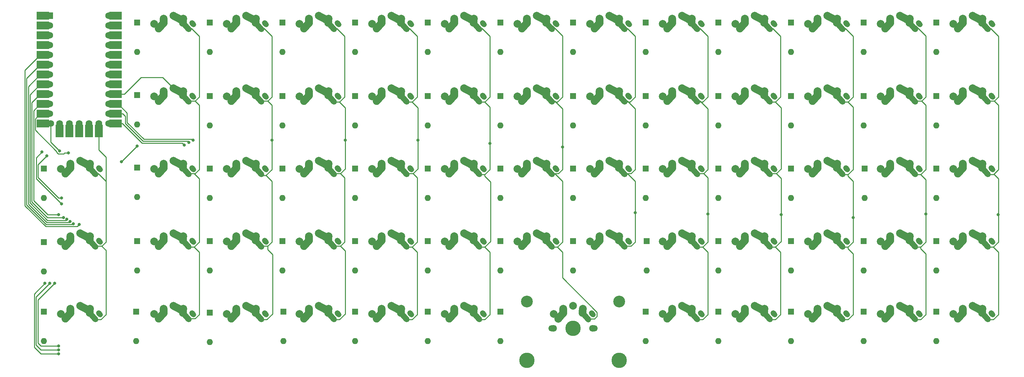
<source format=gbr>
%TF.GenerationSoftware,KiCad,Pcbnew,(5.1.6-0-10_14)*%
%TF.CreationDate,2021-04-03T15:29:21+02:00*%
%TF.ProjectId,Mech50-keyboard,4d656368-3530-42d6-9b65-79626f617264,rev?*%
%TF.SameCoordinates,Original*%
%TF.FileFunction,Copper,L1,Top*%
%TF.FilePolarity,Positive*%
%FSLAX46Y46*%
G04 Gerber Fmt 4.6, Leading zero omitted, Abs format (unit mm)*
G04 Created by KiCad (PCBNEW (5.1.6-0-10_14)) date 2021-04-03 15:29:21*
%MOMM*%
%LPD*%
G01*
G04 APERTURE LIST*
%TA.AperFunction,ComponentPad*%
%ADD10C,2.000000*%
%TD*%
%TA.AperFunction,ComponentPad*%
%ADD11C,1.700000*%
%TD*%
%TA.AperFunction,ComponentPad*%
%ADD12C,3.987800*%
%TD*%
%TA.AperFunction,ComponentPad*%
%ADD13C,3.048000*%
%TD*%
%TA.AperFunction,ComponentPad*%
%ADD14C,1.800000*%
%TD*%
%TA.AperFunction,ComponentPad*%
%ADD15O,1.600000X1.600000*%
%TD*%
%TA.AperFunction,ComponentPad*%
%ADD16R,1.600000X1.600000*%
%TD*%
%TA.AperFunction,SMDPad,CuDef*%
%ADD17R,2.000000X3.250000*%
%TD*%
%TA.AperFunction,SMDPad,CuDef*%
%ADD18R,3.250000X2.000000*%
%TD*%
%TA.AperFunction,ComponentPad*%
%ADD19C,1.752600*%
%TD*%
%TA.AperFunction,ComponentPad*%
%ADD20R,1.752600X1.752600*%
%TD*%
%TA.AperFunction,ViaPad*%
%ADD21C,0.800000*%
%TD*%
%TA.AperFunction,Conductor*%
%ADD22C,0.250000*%
%TD*%
G04 APERTURE END LIST*
%TO.P,S-E12,2*%
%TO.N,Net-(S-A11-Pad2)*%
%TA.AperFunction,ConnectorPad*%
G36*
G01*
X295692294Y-130871719D02*
X296146284Y-129980713D01*
G75*
G02*
X296818782Y-129762205I445503J-226995D01*
G01*
X298957198Y-130851782D01*
G75*
G02*
X299175706Y-131524280I-226995J-445503D01*
G01*
X298721716Y-132415287D01*
G75*
G02*
X298049218Y-132633795I-445503J226995D01*
G01*
X295910802Y-131544218D01*
G75*
G02*
X295692294Y-130871720I226995J445503D01*
G01*
G37*
%TD.AperFunction*%
%TO.P,S-E12,1*%
%TO.N,Net-(D-E12-Pad2)*%
%TA.AperFunction,ComponentPad*%
G36*
G01*
X301484668Y-131907224D02*
X301885368Y-132353810D01*
G75*
G02*
X301831833Y-133342311I-521018J-467483D01*
G01*
X301831833Y-133342311D01*
G75*
G02*
X300843332Y-133288776I-467483J521018D01*
G01*
X300442632Y-132842190D01*
G75*
G02*
X300496167Y-131853689I521018J467483D01*
G01*
X300496167Y-131853689D01*
G75*
G02*
X301484668Y-131907224I467483J-521018D01*
G01*
G37*
%TD.AperFunction*%
D10*
X291164000Y-132598000D03*
%TO.P,S-E12,2*%
%TO.N,Net-(S-A11-Pad2)*%
X296164000Y-130498000D03*
%TA.AperFunction,SMDPad,CuDef*%
G36*
G01*
X299055280Y-131711043D02*
X300699188Y-133543208D01*
G75*
G02*
X300641828Y-134602316I-558234J-500874D01*
G01*
X300641828Y-134602316D01*
G75*
G02*
X299582720Y-134544956I-500874J558234D01*
G01*
X297938812Y-132712792D01*
G75*
G02*
X297996172Y-131653684I558234J500874D01*
G01*
X297996172Y-131653684D01*
G75*
G02*
X299055280Y-131711044I500874J-558234D01*
G01*
G37*
%TD.AperFunction*%
%TO.P,S-E12,1*%
%TO.N,Net-(D-E12-Pad2)*%
%TA.AperFunction,SMDPad,CuDef*%
G36*
G01*
X292666369Y-131966799D02*
X292626370Y-131386799D01*
G75*
G02*
X293555202Y-130320369I997631J68799D01*
G01*
X293555202Y-130320369D01*
G75*
G02*
X294621632Y-131249201I68799J-997631D01*
G01*
X294661630Y-131829201D01*
G75*
G02*
X293732798Y-132895631I-997631J-68799D01*
G01*
X293732798Y-132895631D01*
G75*
G02*
X292666368Y-131966799I-68799J997631D01*
G01*
G37*
%TD.AperFunction*%
%TA.AperFunction,SMDPad,CuDef*%
G36*
G01*
X294408307Y-133065828D02*
X293098317Y-134525837D01*
G75*
G02*
X291686172Y-134602316I-744312J667833D01*
G01*
X291686172Y-134602316D01*
G75*
G02*
X291609693Y-133190171I667833J744312D01*
G01*
X292919683Y-131730163D01*
G75*
G02*
X294331828Y-131653684I744312J-667833D01*
G01*
X294331828Y-131653684D01*
G75*
G02*
X294408307Y-133065829I-667833J-744312D01*
G01*
G37*
%TD.AperFunction*%
X293624000Y-131318000D03*
X293664000Y-131898000D03*
%TO.P,S-E12,2*%
%TO.N,Net-(S-A11-Pad2)*%
%TA.AperFunction,ComponentPad*%
G36*
G01*
X299306167Y-133113688D02*
X299306168Y-133113688D01*
G75*
G02*
X300365276Y-133171048I500874J-558234D01*
G01*
X300699192Y-133543204D01*
G75*
G02*
X300641832Y-134602312I-558234J-500874D01*
G01*
X300641832Y-134602312D01*
G75*
G02*
X299582724Y-134544952I-500874J558234D01*
G01*
X299248808Y-134172796D01*
G75*
G02*
X299306168Y-133113688I558234J500874D01*
G01*
G37*
%TD.AperFunction*%
X298664000Y-132398000D03*
%TO.P,S-E12,1*%
%TO.N,Net-(D-E12-Pad2)*%
X292354000Y-133858000D03*
X293664000Y-132398000D03*
%TO.P,S-E12,2*%
%TO.N,Net-(S-A11-Pad2)*%
X298704000Y-131318000D03*
X298664000Y-131898000D03*
%TA.AperFunction,SMDPad,CuDef*%
G36*
G01*
X297666370Y-131829201D02*
X297706368Y-131249201D01*
G75*
G02*
X298772798Y-130320369I997631J-68799D01*
G01*
X298772798Y-130320369D01*
G75*
G02*
X299701630Y-131386799I-68799J-997631D01*
G01*
X299661632Y-131966799D01*
G75*
G02*
X298595202Y-132895631I-997631J68799D01*
G01*
X298595202Y-132895631D01*
G75*
G02*
X297666370Y-131829201I68799J997631D01*
G01*
G37*
%TD.AperFunction*%
%TD*%
%TO.P,S-E6,1*%
%TO.N,Net-(D-E6-Pad2)*%
%TA.AperFunction,ComponentPad*%
G36*
G01*
X198106668Y-131907224D02*
X198507368Y-132353810D01*
G75*
G02*
X198453833Y-133342311I-521018J-467483D01*
G01*
X198453833Y-133342311D01*
G75*
G02*
X197465332Y-133288776I-467483J521018D01*
G01*
X197064632Y-132842190D01*
G75*
G02*
X197118167Y-131853689I521018J467483D01*
G01*
X197118167Y-131853689D01*
G75*
G02*
X198106668Y-131907224I467483J-521018D01*
G01*
G37*
%TD.AperFunction*%
X187786000Y-132598000D03*
%TO.P,S-E6,2*%
%TO.N,Net-(S-A5-Pad2)*%
X192786000Y-130498000D03*
D11*
%TO.P,S-E6,*%
%TO.N,*%
X198286000Y-136398000D03*
X187286000Y-136398000D03*
%TO.P,S-E6,2*%
%TO.N,Net-(S-A5-Pad2)*%
%TA.AperFunction,SMDPad,CuDef*%
G36*
G01*
X195677280Y-131711043D02*
X197321188Y-133543208D01*
G75*
G02*
X197263828Y-134602316I-558234J-500874D01*
G01*
X197263828Y-134602316D01*
G75*
G02*
X196204720Y-134544956I-500874J558234D01*
G01*
X194560812Y-132712792D01*
G75*
G02*
X194618172Y-131653684I558234J500874D01*
G01*
X194618172Y-131653684D01*
G75*
G02*
X195677280Y-131711044I500874J-558234D01*
G01*
G37*
%TD.AperFunction*%
%TO.P,S-E6,1*%
%TO.N,Net-(D-E6-Pad2)*%
%TA.AperFunction,SMDPad,CuDef*%
G36*
G01*
X189288040Y-131965344D02*
X189248592Y-131386687D01*
G75*
G02*
X190178261Y-130320988I997684J68015D01*
G01*
X190178261Y-130320988D01*
G75*
G02*
X191243960Y-131250657I68015J-997684D01*
G01*
X191283408Y-131829313D01*
G75*
G02*
X190353739Y-132895012I-997684J-68015D01*
G01*
X190353739Y-132895012D01*
G75*
G02*
X189288040Y-131965343I-68015J997684D01*
G01*
G37*
%TD.AperFunction*%
D10*
%TO.P,S-E6,2*%
%TO.N,Net-(S-A5-Pad2)*%
X195286000Y-131898000D03*
X195286000Y-132398000D03*
X195326000Y-131318000D03*
%TO.P,S-E6,1*%
%TO.N,Net-(D-E6-Pad2)*%
X190286000Y-131898000D03*
X190246000Y-131318000D03*
X190286000Y-132398000D03*
%TO.P,S-E6,2*%
%TO.N,Net-(S-A5-Pad2)*%
%TA.AperFunction,ComponentPad*%
G36*
G01*
X196987276Y-133211048D02*
X197321192Y-133583204D01*
G75*
G02*
X197263832Y-134642312I-558234J-500874D01*
G01*
X197263832Y-134642312D01*
G75*
G02*
X196204724Y-134584952I-500874J558234D01*
G01*
X195870808Y-134212796D01*
G75*
G02*
X195928168Y-133153688I558234J500874D01*
G01*
X195928168Y-133153688D01*
G75*
G02*
X196987276Y-133211048I500874J-558234D01*
G01*
G37*
%TD.AperFunction*%
D12*
%TO.P,S-E6,HOLE*%
%TO.N,N/C*%
X204724000Y-144653000D03*
X180848000Y-144653000D03*
D13*
X204724000Y-129413000D03*
X180848000Y-129413000D03*
D14*
X197866000Y-136398000D03*
X187706000Y-136398000D03*
D12*
X192786000Y-136398000D03*
%TO.P,S-E6,1*%
%TO.N,Net-(D-E6-Pad2)*%
%TA.AperFunction,SMDPad,CuDef*%
G36*
G01*
X191030307Y-133065828D02*
X189720317Y-134525837D01*
G75*
G02*
X188308172Y-134602316I-744312J667833D01*
G01*
X188308172Y-134602316D01*
G75*
G02*
X188231693Y-133190171I667833J744312D01*
G01*
X189541683Y-131730163D01*
G75*
G02*
X190953828Y-131653684I744312J-667833D01*
G01*
X190953828Y-131653684D01*
G75*
G02*
X191030307Y-133065829I-667833J-744312D01*
G01*
G37*
%TD.AperFunction*%
%TO.P,S-E6,2*%
%TO.N,Net-(S-A5-Pad2)*%
%TA.AperFunction,SMDPad,CuDef*%
G36*
G01*
X194288544Y-131830001D02*
X194328087Y-131249969D01*
G75*
G02*
X195393786Y-130320300I997684J-68015D01*
G01*
X195393786Y-130320300D01*
G75*
G02*
X196323455Y-131385999I-68015J-997684D01*
G01*
X196283913Y-131966031D01*
G75*
G02*
X195218214Y-132895700I-997684J68015D01*
G01*
X195218214Y-132895700D01*
G75*
G02*
X194288545Y-131830001I68015J997684D01*
G01*
G37*
%TD.AperFunction*%
D10*
%TO.P,S-E6,1*%
%TO.N,Net-(D-E6-Pad2)*%
X188976000Y-133898000D03*
%TD*%
%TO.P,S-A0,2*%
%TO.N,Net-(S-A0-Pad2)*%
%TA.AperFunction,ConnectorPad*%
G36*
G01*
X88936294Y-55687719D02*
X89390284Y-54796713D01*
G75*
G02*
X90062782Y-54578205I445503J-226995D01*
G01*
X92201198Y-55667782D01*
G75*
G02*
X92419706Y-56340280I-226995J-445503D01*
G01*
X91965716Y-57231287D01*
G75*
G02*
X91293218Y-57449795I-445503J226995D01*
G01*
X89154802Y-56360218D01*
G75*
G02*
X88936294Y-55687720I226995J445503D01*
G01*
G37*
%TD.AperFunction*%
%TO.P,S-A0,1*%
%TO.N,Net-(D-A0-Pad2)*%
%TA.AperFunction,ComponentPad*%
G36*
G01*
X94728668Y-56723224D02*
X95129368Y-57169810D01*
G75*
G02*
X95075833Y-58158311I-521018J-467483D01*
G01*
X95075833Y-58158311D01*
G75*
G02*
X94087332Y-58104776I-467483J521018D01*
G01*
X93686632Y-57658190D01*
G75*
G02*
X93740167Y-56669689I521018J467483D01*
G01*
X93740167Y-56669689D01*
G75*
G02*
X94728668Y-56723224I467483J-521018D01*
G01*
G37*
%TD.AperFunction*%
X84408000Y-57414000D03*
%TO.P,S-A0,2*%
%TO.N,Net-(S-A0-Pad2)*%
X89408000Y-55314000D03*
%TA.AperFunction,SMDPad,CuDef*%
G36*
G01*
X92299280Y-56527043D02*
X93943188Y-58359208D01*
G75*
G02*
X93885828Y-59418316I-558234J-500874D01*
G01*
X93885828Y-59418316D01*
G75*
G02*
X92826720Y-59360956I-500874J558234D01*
G01*
X91182812Y-57528792D01*
G75*
G02*
X91240172Y-56469684I558234J500874D01*
G01*
X91240172Y-56469684D01*
G75*
G02*
X92299280Y-56527044I500874J-558234D01*
G01*
G37*
%TD.AperFunction*%
%TO.P,S-A0,1*%
%TO.N,Net-(D-A0-Pad2)*%
%TA.AperFunction,SMDPad,CuDef*%
G36*
G01*
X85910369Y-56782799D02*
X85870370Y-56202799D01*
G75*
G02*
X86799202Y-55136369I997631J68799D01*
G01*
X86799202Y-55136369D01*
G75*
G02*
X87865632Y-56065201I68799J-997631D01*
G01*
X87905630Y-56645201D01*
G75*
G02*
X86976798Y-57711631I-997631J-68799D01*
G01*
X86976798Y-57711631D01*
G75*
G02*
X85910368Y-56782799I-68799J997631D01*
G01*
G37*
%TD.AperFunction*%
%TA.AperFunction,SMDPad,CuDef*%
G36*
G01*
X87652307Y-57881828D02*
X86342317Y-59341837D01*
G75*
G02*
X84930172Y-59418316I-744312J667833D01*
G01*
X84930172Y-59418316D01*
G75*
G02*
X84853693Y-58006171I667833J744312D01*
G01*
X86163683Y-56546163D01*
G75*
G02*
X87575828Y-56469684I744312J-667833D01*
G01*
X87575828Y-56469684D01*
G75*
G02*
X87652307Y-57881829I-667833J-744312D01*
G01*
G37*
%TD.AperFunction*%
X86868000Y-56134000D03*
X86908000Y-56714000D03*
%TO.P,S-A0,2*%
%TO.N,Net-(S-A0-Pad2)*%
%TA.AperFunction,ComponentPad*%
G36*
G01*
X92550167Y-57929688D02*
X92550168Y-57929688D01*
G75*
G02*
X93609276Y-57987048I500874J-558234D01*
G01*
X93943192Y-58359204D01*
G75*
G02*
X93885832Y-59418312I-558234J-500874D01*
G01*
X93885832Y-59418312D01*
G75*
G02*
X92826724Y-59360952I-500874J558234D01*
G01*
X92492808Y-58988796D01*
G75*
G02*
X92550168Y-57929688I558234J500874D01*
G01*
G37*
%TD.AperFunction*%
X91908000Y-57214000D03*
%TO.P,S-A0,1*%
%TO.N,Net-(D-A0-Pad2)*%
X85598000Y-58674000D03*
X86908000Y-57214000D03*
%TO.P,S-A0,2*%
%TO.N,Net-(S-A0-Pad2)*%
X91948000Y-56134000D03*
X91908000Y-56714000D03*
%TA.AperFunction,SMDPad,CuDef*%
G36*
G01*
X90910370Y-56645201D02*
X90950368Y-56065201D01*
G75*
G02*
X92016798Y-55136369I997631J-68799D01*
G01*
X92016798Y-55136369D01*
G75*
G02*
X92945630Y-56202799I-68799J-997631D01*
G01*
X92905632Y-56782799D01*
G75*
G02*
X91839202Y-57711631I-997631J68799D01*
G01*
X91839202Y-57711631D01*
G75*
G02*
X90910370Y-56645201I68799J997631D01*
G01*
G37*
%TD.AperFunction*%
%TD*%
%TO.P,S-A1,2*%
%TO.N,Net-(S-A1-Pad2)*%
%TA.AperFunction,ConnectorPad*%
G36*
G01*
X107732294Y-55687719D02*
X108186284Y-54796713D01*
G75*
G02*
X108858782Y-54578205I445503J-226995D01*
G01*
X110997198Y-55667782D01*
G75*
G02*
X111215706Y-56340280I-226995J-445503D01*
G01*
X110761716Y-57231287D01*
G75*
G02*
X110089218Y-57449795I-445503J226995D01*
G01*
X107950802Y-56360218D01*
G75*
G02*
X107732294Y-55687720I226995J445503D01*
G01*
G37*
%TD.AperFunction*%
%TO.P,S-A1,1*%
%TO.N,Net-(D-A1-Pad2)*%
%TA.AperFunction,ComponentPad*%
G36*
G01*
X113524668Y-56723224D02*
X113925368Y-57169810D01*
G75*
G02*
X113871833Y-58158311I-521018J-467483D01*
G01*
X113871833Y-58158311D01*
G75*
G02*
X112883332Y-58104776I-467483J521018D01*
G01*
X112482632Y-57658190D01*
G75*
G02*
X112536167Y-56669689I521018J467483D01*
G01*
X112536167Y-56669689D01*
G75*
G02*
X113524668Y-56723224I467483J-521018D01*
G01*
G37*
%TD.AperFunction*%
X103204000Y-57414000D03*
%TO.P,S-A1,2*%
%TO.N,Net-(S-A1-Pad2)*%
X108204000Y-55314000D03*
%TA.AperFunction,SMDPad,CuDef*%
G36*
G01*
X111095280Y-56527043D02*
X112739188Y-58359208D01*
G75*
G02*
X112681828Y-59418316I-558234J-500874D01*
G01*
X112681828Y-59418316D01*
G75*
G02*
X111622720Y-59360956I-500874J558234D01*
G01*
X109978812Y-57528792D01*
G75*
G02*
X110036172Y-56469684I558234J500874D01*
G01*
X110036172Y-56469684D01*
G75*
G02*
X111095280Y-56527044I500874J-558234D01*
G01*
G37*
%TD.AperFunction*%
%TO.P,S-A1,1*%
%TO.N,Net-(D-A1-Pad2)*%
%TA.AperFunction,SMDPad,CuDef*%
G36*
G01*
X104706369Y-56782799D02*
X104666370Y-56202799D01*
G75*
G02*
X105595202Y-55136369I997631J68799D01*
G01*
X105595202Y-55136369D01*
G75*
G02*
X106661632Y-56065201I68799J-997631D01*
G01*
X106701630Y-56645201D01*
G75*
G02*
X105772798Y-57711631I-997631J-68799D01*
G01*
X105772798Y-57711631D01*
G75*
G02*
X104706368Y-56782799I-68799J997631D01*
G01*
G37*
%TD.AperFunction*%
%TA.AperFunction,SMDPad,CuDef*%
G36*
G01*
X106448307Y-57881828D02*
X105138317Y-59341837D01*
G75*
G02*
X103726172Y-59418316I-744312J667833D01*
G01*
X103726172Y-59418316D01*
G75*
G02*
X103649693Y-58006171I667833J744312D01*
G01*
X104959683Y-56546163D01*
G75*
G02*
X106371828Y-56469684I744312J-667833D01*
G01*
X106371828Y-56469684D01*
G75*
G02*
X106448307Y-57881829I-667833J-744312D01*
G01*
G37*
%TD.AperFunction*%
X105664000Y-56134000D03*
X105704000Y-56714000D03*
%TO.P,S-A1,2*%
%TO.N,Net-(S-A1-Pad2)*%
%TA.AperFunction,ComponentPad*%
G36*
G01*
X111346167Y-57929688D02*
X111346168Y-57929688D01*
G75*
G02*
X112405276Y-57987048I500874J-558234D01*
G01*
X112739192Y-58359204D01*
G75*
G02*
X112681832Y-59418312I-558234J-500874D01*
G01*
X112681832Y-59418312D01*
G75*
G02*
X111622724Y-59360952I-500874J558234D01*
G01*
X111288808Y-58988796D01*
G75*
G02*
X111346168Y-57929688I558234J500874D01*
G01*
G37*
%TD.AperFunction*%
X110704000Y-57214000D03*
%TO.P,S-A1,1*%
%TO.N,Net-(D-A1-Pad2)*%
X104394000Y-58674000D03*
X105704000Y-57214000D03*
%TO.P,S-A1,2*%
%TO.N,Net-(S-A1-Pad2)*%
X110744000Y-56134000D03*
X110704000Y-56714000D03*
%TA.AperFunction,SMDPad,CuDef*%
G36*
G01*
X109706370Y-56645201D02*
X109746368Y-56065201D01*
G75*
G02*
X110812798Y-55136369I997631J-68799D01*
G01*
X110812798Y-55136369D01*
G75*
G02*
X111741630Y-56202799I-68799J-997631D01*
G01*
X111701632Y-56782799D01*
G75*
G02*
X110635202Y-57711631I-997631J68799D01*
G01*
X110635202Y-57711631D01*
G75*
G02*
X109706370Y-56645201I68799J997631D01*
G01*
G37*
%TD.AperFunction*%
%TD*%
%TO.P,S-A2,2*%
%TO.N,Net-(S-A2-Pad2)*%
%TA.AperFunction,ConnectorPad*%
G36*
G01*
X126528294Y-55687719D02*
X126982284Y-54796713D01*
G75*
G02*
X127654782Y-54578205I445503J-226995D01*
G01*
X129793198Y-55667782D01*
G75*
G02*
X130011706Y-56340280I-226995J-445503D01*
G01*
X129557716Y-57231287D01*
G75*
G02*
X128885218Y-57449795I-445503J226995D01*
G01*
X126746802Y-56360218D01*
G75*
G02*
X126528294Y-55687720I226995J445503D01*
G01*
G37*
%TD.AperFunction*%
%TO.P,S-A2,1*%
%TO.N,Net-(D-A2-Pad2)*%
%TA.AperFunction,ComponentPad*%
G36*
G01*
X132320668Y-56723224D02*
X132721368Y-57169810D01*
G75*
G02*
X132667833Y-58158311I-521018J-467483D01*
G01*
X132667833Y-58158311D01*
G75*
G02*
X131679332Y-58104776I-467483J521018D01*
G01*
X131278632Y-57658190D01*
G75*
G02*
X131332167Y-56669689I521018J467483D01*
G01*
X131332167Y-56669689D01*
G75*
G02*
X132320668Y-56723224I467483J-521018D01*
G01*
G37*
%TD.AperFunction*%
X122000000Y-57414000D03*
%TO.P,S-A2,2*%
%TO.N,Net-(S-A2-Pad2)*%
X127000000Y-55314000D03*
%TA.AperFunction,SMDPad,CuDef*%
G36*
G01*
X129891280Y-56527043D02*
X131535188Y-58359208D01*
G75*
G02*
X131477828Y-59418316I-558234J-500874D01*
G01*
X131477828Y-59418316D01*
G75*
G02*
X130418720Y-59360956I-500874J558234D01*
G01*
X128774812Y-57528792D01*
G75*
G02*
X128832172Y-56469684I558234J500874D01*
G01*
X128832172Y-56469684D01*
G75*
G02*
X129891280Y-56527044I500874J-558234D01*
G01*
G37*
%TD.AperFunction*%
%TO.P,S-A2,1*%
%TO.N,Net-(D-A2-Pad2)*%
%TA.AperFunction,SMDPad,CuDef*%
G36*
G01*
X123502369Y-56782799D02*
X123462370Y-56202799D01*
G75*
G02*
X124391202Y-55136369I997631J68799D01*
G01*
X124391202Y-55136369D01*
G75*
G02*
X125457632Y-56065201I68799J-997631D01*
G01*
X125497630Y-56645201D01*
G75*
G02*
X124568798Y-57711631I-997631J-68799D01*
G01*
X124568798Y-57711631D01*
G75*
G02*
X123502368Y-56782799I-68799J997631D01*
G01*
G37*
%TD.AperFunction*%
%TA.AperFunction,SMDPad,CuDef*%
G36*
G01*
X125244307Y-57881828D02*
X123934317Y-59341837D01*
G75*
G02*
X122522172Y-59418316I-744312J667833D01*
G01*
X122522172Y-59418316D01*
G75*
G02*
X122445693Y-58006171I667833J744312D01*
G01*
X123755683Y-56546163D01*
G75*
G02*
X125167828Y-56469684I744312J-667833D01*
G01*
X125167828Y-56469684D01*
G75*
G02*
X125244307Y-57881829I-667833J-744312D01*
G01*
G37*
%TD.AperFunction*%
X124460000Y-56134000D03*
X124500000Y-56714000D03*
%TO.P,S-A2,2*%
%TO.N,Net-(S-A2-Pad2)*%
%TA.AperFunction,ComponentPad*%
G36*
G01*
X130142167Y-57929688D02*
X130142168Y-57929688D01*
G75*
G02*
X131201276Y-57987048I500874J-558234D01*
G01*
X131535192Y-58359204D01*
G75*
G02*
X131477832Y-59418312I-558234J-500874D01*
G01*
X131477832Y-59418312D01*
G75*
G02*
X130418724Y-59360952I-500874J558234D01*
G01*
X130084808Y-58988796D01*
G75*
G02*
X130142168Y-57929688I558234J500874D01*
G01*
G37*
%TD.AperFunction*%
X129500000Y-57214000D03*
%TO.P,S-A2,1*%
%TO.N,Net-(D-A2-Pad2)*%
X123190000Y-58674000D03*
X124500000Y-57214000D03*
%TO.P,S-A2,2*%
%TO.N,Net-(S-A2-Pad2)*%
X129540000Y-56134000D03*
X129500000Y-56714000D03*
%TA.AperFunction,SMDPad,CuDef*%
G36*
G01*
X128502370Y-56645201D02*
X128542368Y-56065201D01*
G75*
G02*
X129608798Y-55136369I997631J-68799D01*
G01*
X129608798Y-55136369D01*
G75*
G02*
X130537630Y-56202799I-68799J-997631D01*
G01*
X130497632Y-56782799D01*
G75*
G02*
X129431202Y-57711631I-997631J68799D01*
G01*
X129431202Y-57711631D01*
G75*
G02*
X128502370Y-56645201I68799J997631D01*
G01*
G37*
%TD.AperFunction*%
%TD*%
%TO.P,S-A3,2*%
%TO.N,Net-(S-A3-Pad2)*%
%TA.AperFunction,ConnectorPad*%
G36*
G01*
X145324294Y-55687719D02*
X145778284Y-54796713D01*
G75*
G02*
X146450782Y-54578205I445503J-226995D01*
G01*
X148589198Y-55667782D01*
G75*
G02*
X148807706Y-56340280I-226995J-445503D01*
G01*
X148353716Y-57231287D01*
G75*
G02*
X147681218Y-57449795I-445503J226995D01*
G01*
X145542802Y-56360218D01*
G75*
G02*
X145324294Y-55687720I226995J445503D01*
G01*
G37*
%TD.AperFunction*%
%TO.P,S-A3,1*%
%TO.N,Net-(D-A3-Pad2)*%
%TA.AperFunction,ComponentPad*%
G36*
G01*
X151116668Y-56723224D02*
X151517368Y-57169810D01*
G75*
G02*
X151463833Y-58158311I-521018J-467483D01*
G01*
X151463833Y-58158311D01*
G75*
G02*
X150475332Y-58104776I-467483J521018D01*
G01*
X150074632Y-57658190D01*
G75*
G02*
X150128167Y-56669689I521018J467483D01*
G01*
X150128167Y-56669689D01*
G75*
G02*
X151116668Y-56723224I467483J-521018D01*
G01*
G37*
%TD.AperFunction*%
X140796000Y-57414000D03*
%TO.P,S-A3,2*%
%TO.N,Net-(S-A3-Pad2)*%
X145796000Y-55314000D03*
%TA.AperFunction,SMDPad,CuDef*%
G36*
G01*
X148687280Y-56527043D02*
X150331188Y-58359208D01*
G75*
G02*
X150273828Y-59418316I-558234J-500874D01*
G01*
X150273828Y-59418316D01*
G75*
G02*
X149214720Y-59360956I-500874J558234D01*
G01*
X147570812Y-57528792D01*
G75*
G02*
X147628172Y-56469684I558234J500874D01*
G01*
X147628172Y-56469684D01*
G75*
G02*
X148687280Y-56527044I500874J-558234D01*
G01*
G37*
%TD.AperFunction*%
%TO.P,S-A3,1*%
%TO.N,Net-(D-A3-Pad2)*%
%TA.AperFunction,SMDPad,CuDef*%
G36*
G01*
X142298369Y-56782799D02*
X142258370Y-56202799D01*
G75*
G02*
X143187202Y-55136369I997631J68799D01*
G01*
X143187202Y-55136369D01*
G75*
G02*
X144253632Y-56065201I68799J-997631D01*
G01*
X144293630Y-56645201D01*
G75*
G02*
X143364798Y-57711631I-997631J-68799D01*
G01*
X143364798Y-57711631D01*
G75*
G02*
X142298368Y-56782799I-68799J997631D01*
G01*
G37*
%TD.AperFunction*%
%TA.AperFunction,SMDPad,CuDef*%
G36*
G01*
X144040307Y-57881828D02*
X142730317Y-59341837D01*
G75*
G02*
X141318172Y-59418316I-744312J667833D01*
G01*
X141318172Y-59418316D01*
G75*
G02*
X141241693Y-58006171I667833J744312D01*
G01*
X142551683Y-56546163D01*
G75*
G02*
X143963828Y-56469684I744312J-667833D01*
G01*
X143963828Y-56469684D01*
G75*
G02*
X144040307Y-57881829I-667833J-744312D01*
G01*
G37*
%TD.AperFunction*%
X143256000Y-56134000D03*
X143296000Y-56714000D03*
%TO.P,S-A3,2*%
%TO.N,Net-(S-A3-Pad2)*%
%TA.AperFunction,ComponentPad*%
G36*
G01*
X148938167Y-57929688D02*
X148938168Y-57929688D01*
G75*
G02*
X149997276Y-57987048I500874J-558234D01*
G01*
X150331192Y-58359204D01*
G75*
G02*
X150273832Y-59418312I-558234J-500874D01*
G01*
X150273832Y-59418312D01*
G75*
G02*
X149214724Y-59360952I-500874J558234D01*
G01*
X148880808Y-58988796D01*
G75*
G02*
X148938168Y-57929688I558234J500874D01*
G01*
G37*
%TD.AperFunction*%
X148296000Y-57214000D03*
%TO.P,S-A3,1*%
%TO.N,Net-(D-A3-Pad2)*%
X141986000Y-58674000D03*
X143296000Y-57214000D03*
%TO.P,S-A3,2*%
%TO.N,Net-(S-A3-Pad2)*%
X148336000Y-56134000D03*
X148296000Y-56714000D03*
%TA.AperFunction,SMDPad,CuDef*%
G36*
G01*
X147298370Y-56645201D02*
X147338368Y-56065201D01*
G75*
G02*
X148404798Y-55136369I997631J-68799D01*
G01*
X148404798Y-55136369D01*
G75*
G02*
X149333630Y-56202799I-68799J-997631D01*
G01*
X149293632Y-56782799D01*
G75*
G02*
X148227202Y-57711631I-997631J68799D01*
G01*
X148227202Y-57711631D01*
G75*
G02*
X147298370Y-56645201I68799J997631D01*
G01*
G37*
%TD.AperFunction*%
%TD*%
%TO.P,S-A4,2*%
%TO.N,Net-(S-A4-Pad2)*%
%TA.AperFunction,ConnectorPad*%
G36*
G01*
X164120294Y-55687719D02*
X164574284Y-54796713D01*
G75*
G02*
X165246782Y-54578205I445503J-226995D01*
G01*
X167385198Y-55667782D01*
G75*
G02*
X167603706Y-56340280I-226995J-445503D01*
G01*
X167149716Y-57231287D01*
G75*
G02*
X166477218Y-57449795I-445503J226995D01*
G01*
X164338802Y-56360218D01*
G75*
G02*
X164120294Y-55687720I226995J445503D01*
G01*
G37*
%TD.AperFunction*%
%TO.P,S-A4,1*%
%TO.N,Net-(D-A4-Pad2)*%
%TA.AperFunction,ComponentPad*%
G36*
G01*
X169912668Y-56723224D02*
X170313368Y-57169810D01*
G75*
G02*
X170259833Y-58158311I-521018J-467483D01*
G01*
X170259833Y-58158311D01*
G75*
G02*
X169271332Y-58104776I-467483J521018D01*
G01*
X168870632Y-57658190D01*
G75*
G02*
X168924167Y-56669689I521018J467483D01*
G01*
X168924167Y-56669689D01*
G75*
G02*
X169912668Y-56723224I467483J-521018D01*
G01*
G37*
%TD.AperFunction*%
X159592000Y-57414000D03*
%TO.P,S-A4,2*%
%TO.N,Net-(S-A4-Pad2)*%
X164592000Y-55314000D03*
%TA.AperFunction,SMDPad,CuDef*%
G36*
G01*
X167483280Y-56527043D02*
X169127188Y-58359208D01*
G75*
G02*
X169069828Y-59418316I-558234J-500874D01*
G01*
X169069828Y-59418316D01*
G75*
G02*
X168010720Y-59360956I-500874J558234D01*
G01*
X166366812Y-57528792D01*
G75*
G02*
X166424172Y-56469684I558234J500874D01*
G01*
X166424172Y-56469684D01*
G75*
G02*
X167483280Y-56527044I500874J-558234D01*
G01*
G37*
%TD.AperFunction*%
%TO.P,S-A4,1*%
%TO.N,Net-(D-A4-Pad2)*%
%TA.AperFunction,SMDPad,CuDef*%
G36*
G01*
X161094369Y-56782799D02*
X161054370Y-56202799D01*
G75*
G02*
X161983202Y-55136369I997631J68799D01*
G01*
X161983202Y-55136369D01*
G75*
G02*
X163049632Y-56065201I68799J-997631D01*
G01*
X163089630Y-56645201D01*
G75*
G02*
X162160798Y-57711631I-997631J-68799D01*
G01*
X162160798Y-57711631D01*
G75*
G02*
X161094368Y-56782799I-68799J997631D01*
G01*
G37*
%TD.AperFunction*%
%TA.AperFunction,SMDPad,CuDef*%
G36*
G01*
X162836307Y-57881828D02*
X161526317Y-59341837D01*
G75*
G02*
X160114172Y-59418316I-744312J667833D01*
G01*
X160114172Y-59418316D01*
G75*
G02*
X160037693Y-58006171I667833J744312D01*
G01*
X161347683Y-56546163D01*
G75*
G02*
X162759828Y-56469684I744312J-667833D01*
G01*
X162759828Y-56469684D01*
G75*
G02*
X162836307Y-57881829I-667833J-744312D01*
G01*
G37*
%TD.AperFunction*%
X162052000Y-56134000D03*
X162092000Y-56714000D03*
%TO.P,S-A4,2*%
%TO.N,Net-(S-A4-Pad2)*%
%TA.AperFunction,ComponentPad*%
G36*
G01*
X167734167Y-57929688D02*
X167734168Y-57929688D01*
G75*
G02*
X168793276Y-57987048I500874J-558234D01*
G01*
X169127192Y-58359204D01*
G75*
G02*
X169069832Y-59418312I-558234J-500874D01*
G01*
X169069832Y-59418312D01*
G75*
G02*
X168010724Y-59360952I-500874J558234D01*
G01*
X167676808Y-58988796D01*
G75*
G02*
X167734168Y-57929688I558234J500874D01*
G01*
G37*
%TD.AperFunction*%
X167092000Y-57214000D03*
%TO.P,S-A4,1*%
%TO.N,Net-(D-A4-Pad2)*%
X160782000Y-58674000D03*
X162092000Y-57214000D03*
%TO.P,S-A4,2*%
%TO.N,Net-(S-A4-Pad2)*%
X167132000Y-56134000D03*
X167092000Y-56714000D03*
%TA.AperFunction,SMDPad,CuDef*%
G36*
G01*
X166094370Y-56645201D02*
X166134368Y-56065201D01*
G75*
G02*
X167200798Y-55136369I997631J-68799D01*
G01*
X167200798Y-55136369D01*
G75*
G02*
X168129630Y-56202799I-68799J-997631D01*
G01*
X168089632Y-56782799D01*
G75*
G02*
X167023202Y-57711631I-997631J68799D01*
G01*
X167023202Y-57711631D01*
G75*
G02*
X166094370Y-56645201I68799J997631D01*
G01*
G37*
%TD.AperFunction*%
%TD*%
%TO.P,S-A5,2*%
%TO.N,Net-(S-A5-Pad2)*%
%TA.AperFunction,ConnectorPad*%
G36*
G01*
X182916294Y-55687719D02*
X183370284Y-54796713D01*
G75*
G02*
X184042782Y-54578205I445503J-226995D01*
G01*
X186181198Y-55667782D01*
G75*
G02*
X186399706Y-56340280I-226995J-445503D01*
G01*
X185945716Y-57231287D01*
G75*
G02*
X185273218Y-57449795I-445503J226995D01*
G01*
X183134802Y-56360218D01*
G75*
G02*
X182916294Y-55687720I226995J445503D01*
G01*
G37*
%TD.AperFunction*%
%TO.P,S-A5,1*%
%TO.N,Net-(D-A5-Pad2)*%
%TA.AperFunction,ComponentPad*%
G36*
G01*
X188708668Y-56723224D02*
X189109368Y-57169810D01*
G75*
G02*
X189055833Y-58158311I-521018J-467483D01*
G01*
X189055833Y-58158311D01*
G75*
G02*
X188067332Y-58104776I-467483J521018D01*
G01*
X187666632Y-57658190D01*
G75*
G02*
X187720167Y-56669689I521018J467483D01*
G01*
X187720167Y-56669689D01*
G75*
G02*
X188708668Y-56723224I467483J-521018D01*
G01*
G37*
%TD.AperFunction*%
X178388000Y-57414000D03*
%TO.P,S-A5,2*%
%TO.N,Net-(S-A5-Pad2)*%
X183388000Y-55314000D03*
%TA.AperFunction,SMDPad,CuDef*%
G36*
G01*
X186279280Y-56527043D02*
X187923188Y-58359208D01*
G75*
G02*
X187865828Y-59418316I-558234J-500874D01*
G01*
X187865828Y-59418316D01*
G75*
G02*
X186806720Y-59360956I-500874J558234D01*
G01*
X185162812Y-57528792D01*
G75*
G02*
X185220172Y-56469684I558234J500874D01*
G01*
X185220172Y-56469684D01*
G75*
G02*
X186279280Y-56527044I500874J-558234D01*
G01*
G37*
%TD.AperFunction*%
%TO.P,S-A5,1*%
%TO.N,Net-(D-A5-Pad2)*%
%TA.AperFunction,SMDPad,CuDef*%
G36*
G01*
X179890369Y-56782799D02*
X179850370Y-56202799D01*
G75*
G02*
X180779202Y-55136369I997631J68799D01*
G01*
X180779202Y-55136369D01*
G75*
G02*
X181845632Y-56065201I68799J-997631D01*
G01*
X181885630Y-56645201D01*
G75*
G02*
X180956798Y-57711631I-997631J-68799D01*
G01*
X180956798Y-57711631D01*
G75*
G02*
X179890368Y-56782799I-68799J997631D01*
G01*
G37*
%TD.AperFunction*%
%TA.AperFunction,SMDPad,CuDef*%
G36*
G01*
X181632307Y-57881828D02*
X180322317Y-59341837D01*
G75*
G02*
X178910172Y-59418316I-744312J667833D01*
G01*
X178910172Y-59418316D01*
G75*
G02*
X178833693Y-58006171I667833J744312D01*
G01*
X180143683Y-56546163D01*
G75*
G02*
X181555828Y-56469684I744312J-667833D01*
G01*
X181555828Y-56469684D01*
G75*
G02*
X181632307Y-57881829I-667833J-744312D01*
G01*
G37*
%TD.AperFunction*%
X180848000Y-56134000D03*
X180888000Y-56714000D03*
%TO.P,S-A5,2*%
%TO.N,Net-(S-A5-Pad2)*%
%TA.AperFunction,ComponentPad*%
G36*
G01*
X186530167Y-57929688D02*
X186530168Y-57929688D01*
G75*
G02*
X187589276Y-57987048I500874J-558234D01*
G01*
X187923192Y-58359204D01*
G75*
G02*
X187865832Y-59418312I-558234J-500874D01*
G01*
X187865832Y-59418312D01*
G75*
G02*
X186806724Y-59360952I-500874J558234D01*
G01*
X186472808Y-58988796D01*
G75*
G02*
X186530168Y-57929688I558234J500874D01*
G01*
G37*
%TD.AperFunction*%
X185888000Y-57214000D03*
%TO.P,S-A5,1*%
%TO.N,Net-(D-A5-Pad2)*%
X179578000Y-58674000D03*
X180888000Y-57214000D03*
%TO.P,S-A5,2*%
%TO.N,Net-(S-A5-Pad2)*%
X185928000Y-56134000D03*
X185888000Y-56714000D03*
%TA.AperFunction,SMDPad,CuDef*%
G36*
G01*
X184890370Y-56645201D02*
X184930368Y-56065201D01*
G75*
G02*
X185996798Y-55136369I997631J-68799D01*
G01*
X185996798Y-55136369D01*
G75*
G02*
X186925630Y-56202799I-68799J-997631D01*
G01*
X186885632Y-56782799D01*
G75*
G02*
X185819202Y-57711631I-997631J68799D01*
G01*
X185819202Y-57711631D01*
G75*
G02*
X184890370Y-56645201I68799J997631D01*
G01*
G37*
%TD.AperFunction*%
%TD*%
%TO.P,S-A6,2*%
%TO.N,Net-(S-A6-Pad2)*%
%TA.AperFunction,ConnectorPad*%
G36*
G01*
X201712294Y-55687719D02*
X202166284Y-54796713D01*
G75*
G02*
X202838782Y-54578205I445503J-226995D01*
G01*
X204977198Y-55667782D01*
G75*
G02*
X205195706Y-56340280I-226995J-445503D01*
G01*
X204741716Y-57231287D01*
G75*
G02*
X204069218Y-57449795I-445503J226995D01*
G01*
X201930802Y-56360218D01*
G75*
G02*
X201712294Y-55687720I226995J445503D01*
G01*
G37*
%TD.AperFunction*%
%TO.P,S-A6,1*%
%TO.N,Net-(D-A6-Pad2)*%
%TA.AperFunction,ComponentPad*%
G36*
G01*
X207504668Y-56723224D02*
X207905368Y-57169810D01*
G75*
G02*
X207851833Y-58158311I-521018J-467483D01*
G01*
X207851833Y-58158311D01*
G75*
G02*
X206863332Y-58104776I-467483J521018D01*
G01*
X206462632Y-57658190D01*
G75*
G02*
X206516167Y-56669689I521018J467483D01*
G01*
X206516167Y-56669689D01*
G75*
G02*
X207504668Y-56723224I467483J-521018D01*
G01*
G37*
%TD.AperFunction*%
X197184000Y-57414000D03*
%TO.P,S-A6,2*%
%TO.N,Net-(S-A6-Pad2)*%
X202184000Y-55314000D03*
%TA.AperFunction,SMDPad,CuDef*%
G36*
G01*
X205075280Y-56527043D02*
X206719188Y-58359208D01*
G75*
G02*
X206661828Y-59418316I-558234J-500874D01*
G01*
X206661828Y-59418316D01*
G75*
G02*
X205602720Y-59360956I-500874J558234D01*
G01*
X203958812Y-57528792D01*
G75*
G02*
X204016172Y-56469684I558234J500874D01*
G01*
X204016172Y-56469684D01*
G75*
G02*
X205075280Y-56527044I500874J-558234D01*
G01*
G37*
%TD.AperFunction*%
%TO.P,S-A6,1*%
%TO.N,Net-(D-A6-Pad2)*%
%TA.AperFunction,SMDPad,CuDef*%
G36*
G01*
X198686369Y-56782799D02*
X198646370Y-56202799D01*
G75*
G02*
X199575202Y-55136369I997631J68799D01*
G01*
X199575202Y-55136369D01*
G75*
G02*
X200641632Y-56065201I68799J-997631D01*
G01*
X200681630Y-56645201D01*
G75*
G02*
X199752798Y-57711631I-997631J-68799D01*
G01*
X199752798Y-57711631D01*
G75*
G02*
X198686368Y-56782799I-68799J997631D01*
G01*
G37*
%TD.AperFunction*%
%TA.AperFunction,SMDPad,CuDef*%
G36*
G01*
X200428307Y-57881828D02*
X199118317Y-59341837D01*
G75*
G02*
X197706172Y-59418316I-744312J667833D01*
G01*
X197706172Y-59418316D01*
G75*
G02*
X197629693Y-58006171I667833J744312D01*
G01*
X198939683Y-56546163D01*
G75*
G02*
X200351828Y-56469684I744312J-667833D01*
G01*
X200351828Y-56469684D01*
G75*
G02*
X200428307Y-57881829I-667833J-744312D01*
G01*
G37*
%TD.AperFunction*%
X199644000Y-56134000D03*
X199684000Y-56714000D03*
%TO.P,S-A6,2*%
%TO.N,Net-(S-A6-Pad2)*%
%TA.AperFunction,ComponentPad*%
G36*
G01*
X205326167Y-57929688D02*
X205326168Y-57929688D01*
G75*
G02*
X206385276Y-57987048I500874J-558234D01*
G01*
X206719192Y-58359204D01*
G75*
G02*
X206661832Y-59418312I-558234J-500874D01*
G01*
X206661832Y-59418312D01*
G75*
G02*
X205602724Y-59360952I-500874J558234D01*
G01*
X205268808Y-58988796D01*
G75*
G02*
X205326168Y-57929688I558234J500874D01*
G01*
G37*
%TD.AperFunction*%
X204684000Y-57214000D03*
%TO.P,S-A6,1*%
%TO.N,Net-(D-A6-Pad2)*%
X198374000Y-58674000D03*
X199684000Y-57214000D03*
%TO.P,S-A6,2*%
%TO.N,Net-(S-A6-Pad2)*%
X204724000Y-56134000D03*
X204684000Y-56714000D03*
%TA.AperFunction,SMDPad,CuDef*%
G36*
G01*
X203686370Y-56645201D02*
X203726368Y-56065201D01*
G75*
G02*
X204792798Y-55136369I997631J-68799D01*
G01*
X204792798Y-55136369D01*
G75*
G02*
X205721630Y-56202799I-68799J-997631D01*
G01*
X205681632Y-56782799D01*
G75*
G02*
X204615202Y-57711631I-997631J68799D01*
G01*
X204615202Y-57711631D01*
G75*
G02*
X203686370Y-56645201I68799J997631D01*
G01*
G37*
%TD.AperFunction*%
%TD*%
%TO.P,S-A7,2*%
%TO.N,Net-(S-A7-Pad2)*%
%TA.AperFunction,ConnectorPad*%
G36*
G01*
X220508294Y-55687719D02*
X220962284Y-54796713D01*
G75*
G02*
X221634782Y-54578205I445503J-226995D01*
G01*
X223773198Y-55667782D01*
G75*
G02*
X223991706Y-56340280I-226995J-445503D01*
G01*
X223537716Y-57231287D01*
G75*
G02*
X222865218Y-57449795I-445503J226995D01*
G01*
X220726802Y-56360218D01*
G75*
G02*
X220508294Y-55687720I226995J445503D01*
G01*
G37*
%TD.AperFunction*%
%TO.P,S-A7,1*%
%TO.N,Net-(D-A7-Pad2)*%
%TA.AperFunction,ComponentPad*%
G36*
G01*
X226300668Y-56723224D02*
X226701368Y-57169810D01*
G75*
G02*
X226647833Y-58158311I-521018J-467483D01*
G01*
X226647833Y-58158311D01*
G75*
G02*
X225659332Y-58104776I-467483J521018D01*
G01*
X225258632Y-57658190D01*
G75*
G02*
X225312167Y-56669689I521018J467483D01*
G01*
X225312167Y-56669689D01*
G75*
G02*
X226300668Y-56723224I467483J-521018D01*
G01*
G37*
%TD.AperFunction*%
X215980000Y-57414000D03*
%TO.P,S-A7,2*%
%TO.N,Net-(S-A7-Pad2)*%
X220980000Y-55314000D03*
%TA.AperFunction,SMDPad,CuDef*%
G36*
G01*
X223871280Y-56527043D02*
X225515188Y-58359208D01*
G75*
G02*
X225457828Y-59418316I-558234J-500874D01*
G01*
X225457828Y-59418316D01*
G75*
G02*
X224398720Y-59360956I-500874J558234D01*
G01*
X222754812Y-57528792D01*
G75*
G02*
X222812172Y-56469684I558234J500874D01*
G01*
X222812172Y-56469684D01*
G75*
G02*
X223871280Y-56527044I500874J-558234D01*
G01*
G37*
%TD.AperFunction*%
%TO.P,S-A7,1*%
%TO.N,Net-(D-A7-Pad2)*%
%TA.AperFunction,SMDPad,CuDef*%
G36*
G01*
X217482369Y-56782799D02*
X217442370Y-56202799D01*
G75*
G02*
X218371202Y-55136369I997631J68799D01*
G01*
X218371202Y-55136369D01*
G75*
G02*
X219437632Y-56065201I68799J-997631D01*
G01*
X219477630Y-56645201D01*
G75*
G02*
X218548798Y-57711631I-997631J-68799D01*
G01*
X218548798Y-57711631D01*
G75*
G02*
X217482368Y-56782799I-68799J997631D01*
G01*
G37*
%TD.AperFunction*%
%TA.AperFunction,SMDPad,CuDef*%
G36*
G01*
X219224307Y-57881828D02*
X217914317Y-59341837D01*
G75*
G02*
X216502172Y-59418316I-744312J667833D01*
G01*
X216502172Y-59418316D01*
G75*
G02*
X216425693Y-58006171I667833J744312D01*
G01*
X217735683Y-56546163D01*
G75*
G02*
X219147828Y-56469684I744312J-667833D01*
G01*
X219147828Y-56469684D01*
G75*
G02*
X219224307Y-57881829I-667833J-744312D01*
G01*
G37*
%TD.AperFunction*%
X218440000Y-56134000D03*
X218480000Y-56714000D03*
%TO.P,S-A7,2*%
%TO.N,Net-(S-A7-Pad2)*%
%TA.AperFunction,ComponentPad*%
G36*
G01*
X224122167Y-57929688D02*
X224122168Y-57929688D01*
G75*
G02*
X225181276Y-57987048I500874J-558234D01*
G01*
X225515192Y-58359204D01*
G75*
G02*
X225457832Y-59418312I-558234J-500874D01*
G01*
X225457832Y-59418312D01*
G75*
G02*
X224398724Y-59360952I-500874J558234D01*
G01*
X224064808Y-58988796D01*
G75*
G02*
X224122168Y-57929688I558234J500874D01*
G01*
G37*
%TD.AperFunction*%
X223480000Y-57214000D03*
%TO.P,S-A7,1*%
%TO.N,Net-(D-A7-Pad2)*%
X217170000Y-58674000D03*
X218480000Y-57214000D03*
%TO.P,S-A7,2*%
%TO.N,Net-(S-A7-Pad2)*%
X223520000Y-56134000D03*
X223480000Y-56714000D03*
%TA.AperFunction,SMDPad,CuDef*%
G36*
G01*
X222482370Y-56645201D02*
X222522368Y-56065201D01*
G75*
G02*
X223588798Y-55136369I997631J-68799D01*
G01*
X223588798Y-55136369D01*
G75*
G02*
X224517630Y-56202799I-68799J-997631D01*
G01*
X224477632Y-56782799D01*
G75*
G02*
X223411202Y-57711631I-997631J68799D01*
G01*
X223411202Y-57711631D01*
G75*
G02*
X222482370Y-56645201I68799J997631D01*
G01*
G37*
%TD.AperFunction*%
%TD*%
%TO.P,S-A8,2*%
%TO.N,Net-(S-A8-Pad2)*%
%TA.AperFunction,ConnectorPad*%
G36*
G01*
X239304294Y-55687719D02*
X239758284Y-54796713D01*
G75*
G02*
X240430782Y-54578205I445503J-226995D01*
G01*
X242569198Y-55667782D01*
G75*
G02*
X242787706Y-56340280I-226995J-445503D01*
G01*
X242333716Y-57231287D01*
G75*
G02*
X241661218Y-57449795I-445503J226995D01*
G01*
X239522802Y-56360218D01*
G75*
G02*
X239304294Y-55687720I226995J445503D01*
G01*
G37*
%TD.AperFunction*%
%TO.P,S-A8,1*%
%TO.N,Net-(D-A8-Pad2)*%
%TA.AperFunction,ComponentPad*%
G36*
G01*
X245096668Y-56723224D02*
X245497368Y-57169810D01*
G75*
G02*
X245443833Y-58158311I-521018J-467483D01*
G01*
X245443833Y-58158311D01*
G75*
G02*
X244455332Y-58104776I-467483J521018D01*
G01*
X244054632Y-57658190D01*
G75*
G02*
X244108167Y-56669689I521018J467483D01*
G01*
X244108167Y-56669689D01*
G75*
G02*
X245096668Y-56723224I467483J-521018D01*
G01*
G37*
%TD.AperFunction*%
X234776000Y-57414000D03*
%TO.P,S-A8,2*%
%TO.N,Net-(S-A8-Pad2)*%
X239776000Y-55314000D03*
%TA.AperFunction,SMDPad,CuDef*%
G36*
G01*
X242667280Y-56527043D02*
X244311188Y-58359208D01*
G75*
G02*
X244253828Y-59418316I-558234J-500874D01*
G01*
X244253828Y-59418316D01*
G75*
G02*
X243194720Y-59360956I-500874J558234D01*
G01*
X241550812Y-57528792D01*
G75*
G02*
X241608172Y-56469684I558234J500874D01*
G01*
X241608172Y-56469684D01*
G75*
G02*
X242667280Y-56527044I500874J-558234D01*
G01*
G37*
%TD.AperFunction*%
%TO.P,S-A8,1*%
%TO.N,Net-(D-A8-Pad2)*%
%TA.AperFunction,SMDPad,CuDef*%
G36*
G01*
X236278369Y-56782799D02*
X236238370Y-56202799D01*
G75*
G02*
X237167202Y-55136369I997631J68799D01*
G01*
X237167202Y-55136369D01*
G75*
G02*
X238233632Y-56065201I68799J-997631D01*
G01*
X238273630Y-56645201D01*
G75*
G02*
X237344798Y-57711631I-997631J-68799D01*
G01*
X237344798Y-57711631D01*
G75*
G02*
X236278368Y-56782799I-68799J997631D01*
G01*
G37*
%TD.AperFunction*%
%TA.AperFunction,SMDPad,CuDef*%
G36*
G01*
X238020307Y-57881828D02*
X236710317Y-59341837D01*
G75*
G02*
X235298172Y-59418316I-744312J667833D01*
G01*
X235298172Y-59418316D01*
G75*
G02*
X235221693Y-58006171I667833J744312D01*
G01*
X236531683Y-56546163D01*
G75*
G02*
X237943828Y-56469684I744312J-667833D01*
G01*
X237943828Y-56469684D01*
G75*
G02*
X238020307Y-57881829I-667833J-744312D01*
G01*
G37*
%TD.AperFunction*%
X237236000Y-56134000D03*
X237276000Y-56714000D03*
%TO.P,S-A8,2*%
%TO.N,Net-(S-A8-Pad2)*%
%TA.AperFunction,ComponentPad*%
G36*
G01*
X242918167Y-57929688D02*
X242918168Y-57929688D01*
G75*
G02*
X243977276Y-57987048I500874J-558234D01*
G01*
X244311192Y-58359204D01*
G75*
G02*
X244253832Y-59418312I-558234J-500874D01*
G01*
X244253832Y-59418312D01*
G75*
G02*
X243194724Y-59360952I-500874J558234D01*
G01*
X242860808Y-58988796D01*
G75*
G02*
X242918168Y-57929688I558234J500874D01*
G01*
G37*
%TD.AperFunction*%
X242276000Y-57214000D03*
%TO.P,S-A8,1*%
%TO.N,Net-(D-A8-Pad2)*%
X235966000Y-58674000D03*
X237276000Y-57214000D03*
%TO.P,S-A8,2*%
%TO.N,Net-(S-A8-Pad2)*%
X242316000Y-56134000D03*
X242276000Y-56714000D03*
%TA.AperFunction,SMDPad,CuDef*%
G36*
G01*
X241278370Y-56645201D02*
X241318368Y-56065201D01*
G75*
G02*
X242384798Y-55136369I997631J-68799D01*
G01*
X242384798Y-55136369D01*
G75*
G02*
X243313630Y-56202799I-68799J-997631D01*
G01*
X243273632Y-56782799D01*
G75*
G02*
X242207202Y-57711631I-997631J68799D01*
G01*
X242207202Y-57711631D01*
G75*
G02*
X241278370Y-56645201I68799J997631D01*
G01*
G37*
%TD.AperFunction*%
%TD*%
%TO.P,S-A9,2*%
%TO.N,Net-(S-A9-Pad2)*%
%TA.AperFunction,ConnectorPad*%
G36*
G01*
X258100294Y-55687719D02*
X258554284Y-54796713D01*
G75*
G02*
X259226782Y-54578205I445503J-226995D01*
G01*
X261365198Y-55667782D01*
G75*
G02*
X261583706Y-56340280I-226995J-445503D01*
G01*
X261129716Y-57231287D01*
G75*
G02*
X260457218Y-57449795I-445503J226995D01*
G01*
X258318802Y-56360218D01*
G75*
G02*
X258100294Y-55687720I226995J445503D01*
G01*
G37*
%TD.AperFunction*%
%TO.P,S-A9,1*%
%TO.N,Net-(D-A9-Pad2)*%
%TA.AperFunction,ComponentPad*%
G36*
G01*
X263892668Y-56723224D02*
X264293368Y-57169810D01*
G75*
G02*
X264239833Y-58158311I-521018J-467483D01*
G01*
X264239833Y-58158311D01*
G75*
G02*
X263251332Y-58104776I-467483J521018D01*
G01*
X262850632Y-57658190D01*
G75*
G02*
X262904167Y-56669689I521018J467483D01*
G01*
X262904167Y-56669689D01*
G75*
G02*
X263892668Y-56723224I467483J-521018D01*
G01*
G37*
%TD.AperFunction*%
X253572000Y-57414000D03*
%TO.P,S-A9,2*%
%TO.N,Net-(S-A9-Pad2)*%
X258572000Y-55314000D03*
%TA.AperFunction,SMDPad,CuDef*%
G36*
G01*
X261463280Y-56527043D02*
X263107188Y-58359208D01*
G75*
G02*
X263049828Y-59418316I-558234J-500874D01*
G01*
X263049828Y-59418316D01*
G75*
G02*
X261990720Y-59360956I-500874J558234D01*
G01*
X260346812Y-57528792D01*
G75*
G02*
X260404172Y-56469684I558234J500874D01*
G01*
X260404172Y-56469684D01*
G75*
G02*
X261463280Y-56527044I500874J-558234D01*
G01*
G37*
%TD.AperFunction*%
%TO.P,S-A9,1*%
%TO.N,Net-(D-A9-Pad2)*%
%TA.AperFunction,SMDPad,CuDef*%
G36*
G01*
X255074369Y-56782799D02*
X255034370Y-56202799D01*
G75*
G02*
X255963202Y-55136369I997631J68799D01*
G01*
X255963202Y-55136369D01*
G75*
G02*
X257029632Y-56065201I68799J-997631D01*
G01*
X257069630Y-56645201D01*
G75*
G02*
X256140798Y-57711631I-997631J-68799D01*
G01*
X256140798Y-57711631D01*
G75*
G02*
X255074368Y-56782799I-68799J997631D01*
G01*
G37*
%TD.AperFunction*%
%TA.AperFunction,SMDPad,CuDef*%
G36*
G01*
X256816307Y-57881828D02*
X255506317Y-59341837D01*
G75*
G02*
X254094172Y-59418316I-744312J667833D01*
G01*
X254094172Y-59418316D01*
G75*
G02*
X254017693Y-58006171I667833J744312D01*
G01*
X255327683Y-56546163D01*
G75*
G02*
X256739828Y-56469684I744312J-667833D01*
G01*
X256739828Y-56469684D01*
G75*
G02*
X256816307Y-57881829I-667833J-744312D01*
G01*
G37*
%TD.AperFunction*%
X256032000Y-56134000D03*
X256072000Y-56714000D03*
%TO.P,S-A9,2*%
%TO.N,Net-(S-A9-Pad2)*%
%TA.AperFunction,ComponentPad*%
G36*
G01*
X261714167Y-57929688D02*
X261714168Y-57929688D01*
G75*
G02*
X262773276Y-57987048I500874J-558234D01*
G01*
X263107192Y-58359204D01*
G75*
G02*
X263049832Y-59418312I-558234J-500874D01*
G01*
X263049832Y-59418312D01*
G75*
G02*
X261990724Y-59360952I-500874J558234D01*
G01*
X261656808Y-58988796D01*
G75*
G02*
X261714168Y-57929688I558234J500874D01*
G01*
G37*
%TD.AperFunction*%
X261072000Y-57214000D03*
%TO.P,S-A9,1*%
%TO.N,Net-(D-A9-Pad2)*%
X254762000Y-58674000D03*
X256072000Y-57214000D03*
%TO.P,S-A9,2*%
%TO.N,Net-(S-A9-Pad2)*%
X261112000Y-56134000D03*
X261072000Y-56714000D03*
%TA.AperFunction,SMDPad,CuDef*%
G36*
G01*
X260074370Y-56645201D02*
X260114368Y-56065201D01*
G75*
G02*
X261180798Y-55136369I997631J-68799D01*
G01*
X261180798Y-55136369D01*
G75*
G02*
X262109630Y-56202799I-68799J-997631D01*
G01*
X262069632Y-56782799D01*
G75*
G02*
X261003202Y-57711631I-997631J68799D01*
G01*
X261003202Y-57711631D01*
G75*
G02*
X260074370Y-56645201I68799J997631D01*
G01*
G37*
%TD.AperFunction*%
%TD*%
%TO.P,S-A10,2*%
%TO.N,Net-(S-A10-Pad2)*%
%TA.AperFunction,ConnectorPad*%
G36*
G01*
X276896294Y-55687719D02*
X277350284Y-54796713D01*
G75*
G02*
X278022782Y-54578205I445503J-226995D01*
G01*
X280161198Y-55667782D01*
G75*
G02*
X280379706Y-56340280I-226995J-445503D01*
G01*
X279925716Y-57231287D01*
G75*
G02*
X279253218Y-57449795I-445503J226995D01*
G01*
X277114802Y-56360218D01*
G75*
G02*
X276896294Y-55687720I226995J445503D01*
G01*
G37*
%TD.AperFunction*%
%TO.P,S-A10,1*%
%TO.N,Net-(D-A10-Pad2)*%
%TA.AperFunction,ComponentPad*%
G36*
G01*
X282688668Y-56723224D02*
X283089368Y-57169810D01*
G75*
G02*
X283035833Y-58158311I-521018J-467483D01*
G01*
X283035833Y-58158311D01*
G75*
G02*
X282047332Y-58104776I-467483J521018D01*
G01*
X281646632Y-57658190D01*
G75*
G02*
X281700167Y-56669689I521018J467483D01*
G01*
X281700167Y-56669689D01*
G75*
G02*
X282688668Y-56723224I467483J-521018D01*
G01*
G37*
%TD.AperFunction*%
X272368000Y-57414000D03*
%TO.P,S-A10,2*%
%TO.N,Net-(S-A10-Pad2)*%
X277368000Y-55314000D03*
%TA.AperFunction,SMDPad,CuDef*%
G36*
G01*
X280259280Y-56527043D02*
X281903188Y-58359208D01*
G75*
G02*
X281845828Y-59418316I-558234J-500874D01*
G01*
X281845828Y-59418316D01*
G75*
G02*
X280786720Y-59360956I-500874J558234D01*
G01*
X279142812Y-57528792D01*
G75*
G02*
X279200172Y-56469684I558234J500874D01*
G01*
X279200172Y-56469684D01*
G75*
G02*
X280259280Y-56527044I500874J-558234D01*
G01*
G37*
%TD.AperFunction*%
%TO.P,S-A10,1*%
%TO.N,Net-(D-A10-Pad2)*%
%TA.AperFunction,SMDPad,CuDef*%
G36*
G01*
X273870369Y-56782799D02*
X273830370Y-56202799D01*
G75*
G02*
X274759202Y-55136369I997631J68799D01*
G01*
X274759202Y-55136369D01*
G75*
G02*
X275825632Y-56065201I68799J-997631D01*
G01*
X275865630Y-56645201D01*
G75*
G02*
X274936798Y-57711631I-997631J-68799D01*
G01*
X274936798Y-57711631D01*
G75*
G02*
X273870368Y-56782799I-68799J997631D01*
G01*
G37*
%TD.AperFunction*%
%TA.AperFunction,SMDPad,CuDef*%
G36*
G01*
X275612307Y-57881828D02*
X274302317Y-59341837D01*
G75*
G02*
X272890172Y-59418316I-744312J667833D01*
G01*
X272890172Y-59418316D01*
G75*
G02*
X272813693Y-58006171I667833J744312D01*
G01*
X274123683Y-56546163D01*
G75*
G02*
X275535828Y-56469684I744312J-667833D01*
G01*
X275535828Y-56469684D01*
G75*
G02*
X275612307Y-57881829I-667833J-744312D01*
G01*
G37*
%TD.AperFunction*%
X274828000Y-56134000D03*
X274868000Y-56714000D03*
%TO.P,S-A10,2*%
%TO.N,Net-(S-A10-Pad2)*%
%TA.AperFunction,ComponentPad*%
G36*
G01*
X280510167Y-57929688D02*
X280510168Y-57929688D01*
G75*
G02*
X281569276Y-57987048I500874J-558234D01*
G01*
X281903192Y-58359204D01*
G75*
G02*
X281845832Y-59418312I-558234J-500874D01*
G01*
X281845832Y-59418312D01*
G75*
G02*
X280786724Y-59360952I-500874J558234D01*
G01*
X280452808Y-58988796D01*
G75*
G02*
X280510168Y-57929688I558234J500874D01*
G01*
G37*
%TD.AperFunction*%
X279868000Y-57214000D03*
%TO.P,S-A10,1*%
%TO.N,Net-(D-A10-Pad2)*%
X273558000Y-58674000D03*
X274868000Y-57214000D03*
%TO.P,S-A10,2*%
%TO.N,Net-(S-A10-Pad2)*%
X279908000Y-56134000D03*
X279868000Y-56714000D03*
%TA.AperFunction,SMDPad,CuDef*%
G36*
G01*
X278870370Y-56645201D02*
X278910368Y-56065201D01*
G75*
G02*
X279976798Y-55136369I997631J-68799D01*
G01*
X279976798Y-55136369D01*
G75*
G02*
X280905630Y-56202799I-68799J-997631D01*
G01*
X280865632Y-56782799D01*
G75*
G02*
X279799202Y-57711631I-997631J68799D01*
G01*
X279799202Y-57711631D01*
G75*
G02*
X278870370Y-56645201I68799J997631D01*
G01*
G37*
%TD.AperFunction*%
%TD*%
%TO.P,S-A11,2*%
%TO.N,Net-(S-A11-Pad2)*%
%TA.AperFunction,ConnectorPad*%
G36*
G01*
X295692294Y-55687719D02*
X296146284Y-54796713D01*
G75*
G02*
X296818782Y-54578205I445503J-226995D01*
G01*
X298957198Y-55667782D01*
G75*
G02*
X299175706Y-56340280I-226995J-445503D01*
G01*
X298721716Y-57231287D01*
G75*
G02*
X298049218Y-57449795I-445503J226995D01*
G01*
X295910802Y-56360218D01*
G75*
G02*
X295692294Y-55687720I226995J445503D01*
G01*
G37*
%TD.AperFunction*%
%TO.P,S-A11,1*%
%TO.N,Net-(D-A11-Pad2)*%
%TA.AperFunction,ComponentPad*%
G36*
G01*
X301484668Y-56723224D02*
X301885368Y-57169810D01*
G75*
G02*
X301831833Y-58158311I-521018J-467483D01*
G01*
X301831833Y-58158311D01*
G75*
G02*
X300843332Y-58104776I-467483J521018D01*
G01*
X300442632Y-57658190D01*
G75*
G02*
X300496167Y-56669689I521018J467483D01*
G01*
X300496167Y-56669689D01*
G75*
G02*
X301484668Y-56723224I467483J-521018D01*
G01*
G37*
%TD.AperFunction*%
X291164000Y-57414000D03*
%TO.P,S-A11,2*%
%TO.N,Net-(S-A11-Pad2)*%
X296164000Y-55314000D03*
%TA.AperFunction,SMDPad,CuDef*%
G36*
G01*
X299055280Y-56527043D02*
X300699188Y-58359208D01*
G75*
G02*
X300641828Y-59418316I-558234J-500874D01*
G01*
X300641828Y-59418316D01*
G75*
G02*
X299582720Y-59360956I-500874J558234D01*
G01*
X297938812Y-57528792D01*
G75*
G02*
X297996172Y-56469684I558234J500874D01*
G01*
X297996172Y-56469684D01*
G75*
G02*
X299055280Y-56527044I500874J-558234D01*
G01*
G37*
%TD.AperFunction*%
%TO.P,S-A11,1*%
%TO.N,Net-(D-A11-Pad2)*%
%TA.AperFunction,SMDPad,CuDef*%
G36*
G01*
X292666369Y-56782799D02*
X292626370Y-56202799D01*
G75*
G02*
X293555202Y-55136369I997631J68799D01*
G01*
X293555202Y-55136369D01*
G75*
G02*
X294621632Y-56065201I68799J-997631D01*
G01*
X294661630Y-56645201D01*
G75*
G02*
X293732798Y-57711631I-997631J-68799D01*
G01*
X293732798Y-57711631D01*
G75*
G02*
X292666368Y-56782799I-68799J997631D01*
G01*
G37*
%TD.AperFunction*%
%TA.AperFunction,SMDPad,CuDef*%
G36*
G01*
X294408307Y-57881828D02*
X293098317Y-59341837D01*
G75*
G02*
X291686172Y-59418316I-744312J667833D01*
G01*
X291686172Y-59418316D01*
G75*
G02*
X291609693Y-58006171I667833J744312D01*
G01*
X292919683Y-56546163D01*
G75*
G02*
X294331828Y-56469684I744312J-667833D01*
G01*
X294331828Y-56469684D01*
G75*
G02*
X294408307Y-57881829I-667833J-744312D01*
G01*
G37*
%TD.AperFunction*%
X293624000Y-56134000D03*
X293664000Y-56714000D03*
%TO.P,S-A11,2*%
%TO.N,Net-(S-A11-Pad2)*%
%TA.AperFunction,ComponentPad*%
G36*
G01*
X299306167Y-57929688D02*
X299306168Y-57929688D01*
G75*
G02*
X300365276Y-57987048I500874J-558234D01*
G01*
X300699192Y-58359204D01*
G75*
G02*
X300641832Y-59418312I-558234J-500874D01*
G01*
X300641832Y-59418312D01*
G75*
G02*
X299582724Y-59360952I-500874J558234D01*
G01*
X299248808Y-58988796D01*
G75*
G02*
X299306168Y-57929688I558234J500874D01*
G01*
G37*
%TD.AperFunction*%
X298664000Y-57214000D03*
%TO.P,S-A11,1*%
%TO.N,Net-(D-A11-Pad2)*%
X292354000Y-58674000D03*
X293664000Y-57214000D03*
%TO.P,S-A11,2*%
%TO.N,Net-(S-A11-Pad2)*%
X298704000Y-56134000D03*
X298664000Y-56714000D03*
%TA.AperFunction,SMDPad,CuDef*%
G36*
G01*
X297666370Y-56645201D02*
X297706368Y-56065201D01*
G75*
G02*
X298772798Y-55136369I997631J-68799D01*
G01*
X298772798Y-55136369D01*
G75*
G02*
X299701630Y-56202799I-68799J-997631D01*
G01*
X299661632Y-56782799D01*
G75*
G02*
X298595202Y-57711631I-997631J68799D01*
G01*
X298595202Y-57711631D01*
G75*
G02*
X297666370Y-56645201I68799J997631D01*
G01*
G37*
%TD.AperFunction*%
%TD*%
%TO.P,S-B0,2*%
%TO.N,Net-(S-A0-Pad2)*%
%TA.AperFunction,ConnectorPad*%
G36*
G01*
X88936294Y-74483719D02*
X89390284Y-73592713D01*
G75*
G02*
X90062782Y-73374205I445503J-226995D01*
G01*
X92201198Y-74463782D01*
G75*
G02*
X92419706Y-75136280I-226995J-445503D01*
G01*
X91965716Y-76027287D01*
G75*
G02*
X91293218Y-76245795I-445503J226995D01*
G01*
X89154802Y-75156218D01*
G75*
G02*
X88936294Y-74483720I226995J445503D01*
G01*
G37*
%TD.AperFunction*%
%TO.P,S-B0,1*%
%TO.N,Net-(D-B0-Pad2)*%
%TA.AperFunction,ComponentPad*%
G36*
G01*
X94728668Y-75519224D02*
X95129368Y-75965810D01*
G75*
G02*
X95075833Y-76954311I-521018J-467483D01*
G01*
X95075833Y-76954311D01*
G75*
G02*
X94087332Y-76900776I-467483J521018D01*
G01*
X93686632Y-76454190D01*
G75*
G02*
X93740167Y-75465689I521018J467483D01*
G01*
X93740167Y-75465689D01*
G75*
G02*
X94728668Y-75519224I467483J-521018D01*
G01*
G37*
%TD.AperFunction*%
X84408000Y-76210000D03*
%TO.P,S-B0,2*%
%TO.N,Net-(S-A0-Pad2)*%
X89408000Y-74110000D03*
%TA.AperFunction,SMDPad,CuDef*%
G36*
G01*
X92299280Y-75323043D02*
X93943188Y-77155208D01*
G75*
G02*
X93885828Y-78214316I-558234J-500874D01*
G01*
X93885828Y-78214316D01*
G75*
G02*
X92826720Y-78156956I-500874J558234D01*
G01*
X91182812Y-76324792D01*
G75*
G02*
X91240172Y-75265684I558234J500874D01*
G01*
X91240172Y-75265684D01*
G75*
G02*
X92299280Y-75323044I500874J-558234D01*
G01*
G37*
%TD.AperFunction*%
%TO.P,S-B0,1*%
%TO.N,Net-(D-B0-Pad2)*%
%TA.AperFunction,SMDPad,CuDef*%
G36*
G01*
X85910369Y-75578799D02*
X85870370Y-74998799D01*
G75*
G02*
X86799202Y-73932369I997631J68799D01*
G01*
X86799202Y-73932369D01*
G75*
G02*
X87865632Y-74861201I68799J-997631D01*
G01*
X87905630Y-75441201D01*
G75*
G02*
X86976798Y-76507631I-997631J-68799D01*
G01*
X86976798Y-76507631D01*
G75*
G02*
X85910368Y-75578799I-68799J997631D01*
G01*
G37*
%TD.AperFunction*%
%TA.AperFunction,SMDPad,CuDef*%
G36*
G01*
X87652307Y-76677828D02*
X86342317Y-78137837D01*
G75*
G02*
X84930172Y-78214316I-744312J667833D01*
G01*
X84930172Y-78214316D01*
G75*
G02*
X84853693Y-76802171I667833J744312D01*
G01*
X86163683Y-75342163D01*
G75*
G02*
X87575828Y-75265684I744312J-667833D01*
G01*
X87575828Y-75265684D01*
G75*
G02*
X87652307Y-76677829I-667833J-744312D01*
G01*
G37*
%TD.AperFunction*%
X86868000Y-74930000D03*
X86908000Y-75510000D03*
%TO.P,S-B0,2*%
%TO.N,Net-(S-A0-Pad2)*%
%TA.AperFunction,ComponentPad*%
G36*
G01*
X92550167Y-76725688D02*
X92550168Y-76725688D01*
G75*
G02*
X93609276Y-76783048I500874J-558234D01*
G01*
X93943192Y-77155204D01*
G75*
G02*
X93885832Y-78214312I-558234J-500874D01*
G01*
X93885832Y-78214312D01*
G75*
G02*
X92826724Y-78156952I-500874J558234D01*
G01*
X92492808Y-77784796D01*
G75*
G02*
X92550168Y-76725688I558234J500874D01*
G01*
G37*
%TD.AperFunction*%
X91908000Y-76010000D03*
%TO.P,S-B0,1*%
%TO.N,Net-(D-B0-Pad2)*%
X85598000Y-77470000D03*
X86908000Y-76010000D03*
%TO.P,S-B0,2*%
%TO.N,Net-(S-A0-Pad2)*%
X91948000Y-74930000D03*
X91908000Y-75510000D03*
%TA.AperFunction,SMDPad,CuDef*%
G36*
G01*
X90910370Y-75441201D02*
X90950368Y-74861201D01*
G75*
G02*
X92016798Y-73932369I997631J-68799D01*
G01*
X92016798Y-73932369D01*
G75*
G02*
X92945630Y-74998799I-68799J-997631D01*
G01*
X92905632Y-75578799D01*
G75*
G02*
X91839202Y-76507631I-997631J68799D01*
G01*
X91839202Y-76507631D01*
G75*
G02*
X90910370Y-75441201I68799J997631D01*
G01*
G37*
%TD.AperFunction*%
%TD*%
%TO.P,S-B1,2*%
%TO.N,Net-(S-A1-Pad2)*%
%TA.AperFunction,ConnectorPad*%
G36*
G01*
X107732294Y-74483719D02*
X108186284Y-73592713D01*
G75*
G02*
X108858782Y-73374205I445503J-226995D01*
G01*
X110997198Y-74463782D01*
G75*
G02*
X111215706Y-75136280I-226995J-445503D01*
G01*
X110761716Y-76027287D01*
G75*
G02*
X110089218Y-76245795I-445503J226995D01*
G01*
X107950802Y-75156218D01*
G75*
G02*
X107732294Y-74483720I226995J445503D01*
G01*
G37*
%TD.AperFunction*%
%TO.P,S-B1,1*%
%TO.N,Net-(D-A1-Pad2)*%
%TA.AperFunction,ComponentPad*%
G36*
G01*
X113524668Y-75519224D02*
X113925368Y-75965810D01*
G75*
G02*
X113871833Y-76954311I-521018J-467483D01*
G01*
X113871833Y-76954311D01*
G75*
G02*
X112883332Y-76900776I-467483J521018D01*
G01*
X112482632Y-76454190D01*
G75*
G02*
X112536167Y-75465689I521018J467483D01*
G01*
X112536167Y-75465689D01*
G75*
G02*
X113524668Y-75519224I467483J-521018D01*
G01*
G37*
%TD.AperFunction*%
X103204000Y-76210000D03*
%TO.P,S-B1,2*%
%TO.N,Net-(S-A1-Pad2)*%
X108204000Y-74110000D03*
%TA.AperFunction,SMDPad,CuDef*%
G36*
G01*
X111095280Y-75323043D02*
X112739188Y-77155208D01*
G75*
G02*
X112681828Y-78214316I-558234J-500874D01*
G01*
X112681828Y-78214316D01*
G75*
G02*
X111622720Y-78156956I-500874J558234D01*
G01*
X109978812Y-76324792D01*
G75*
G02*
X110036172Y-75265684I558234J500874D01*
G01*
X110036172Y-75265684D01*
G75*
G02*
X111095280Y-75323044I500874J-558234D01*
G01*
G37*
%TD.AperFunction*%
%TO.P,S-B1,1*%
%TO.N,Net-(D-A1-Pad2)*%
%TA.AperFunction,SMDPad,CuDef*%
G36*
G01*
X104706369Y-75578799D02*
X104666370Y-74998799D01*
G75*
G02*
X105595202Y-73932369I997631J68799D01*
G01*
X105595202Y-73932369D01*
G75*
G02*
X106661632Y-74861201I68799J-997631D01*
G01*
X106701630Y-75441201D01*
G75*
G02*
X105772798Y-76507631I-997631J-68799D01*
G01*
X105772798Y-76507631D01*
G75*
G02*
X104706368Y-75578799I-68799J997631D01*
G01*
G37*
%TD.AperFunction*%
%TA.AperFunction,SMDPad,CuDef*%
G36*
G01*
X106448307Y-76677828D02*
X105138317Y-78137837D01*
G75*
G02*
X103726172Y-78214316I-744312J667833D01*
G01*
X103726172Y-78214316D01*
G75*
G02*
X103649693Y-76802171I667833J744312D01*
G01*
X104959683Y-75342163D01*
G75*
G02*
X106371828Y-75265684I744312J-667833D01*
G01*
X106371828Y-75265684D01*
G75*
G02*
X106448307Y-76677829I-667833J-744312D01*
G01*
G37*
%TD.AperFunction*%
X105664000Y-74930000D03*
X105704000Y-75510000D03*
%TO.P,S-B1,2*%
%TO.N,Net-(S-A1-Pad2)*%
%TA.AperFunction,ComponentPad*%
G36*
G01*
X111346167Y-76725688D02*
X111346168Y-76725688D01*
G75*
G02*
X112405276Y-76783048I500874J-558234D01*
G01*
X112739192Y-77155204D01*
G75*
G02*
X112681832Y-78214312I-558234J-500874D01*
G01*
X112681832Y-78214312D01*
G75*
G02*
X111622724Y-78156952I-500874J558234D01*
G01*
X111288808Y-77784796D01*
G75*
G02*
X111346168Y-76725688I558234J500874D01*
G01*
G37*
%TD.AperFunction*%
X110704000Y-76010000D03*
%TO.P,S-B1,1*%
%TO.N,Net-(D-A1-Pad2)*%
X104394000Y-77470000D03*
X105704000Y-76010000D03*
%TO.P,S-B1,2*%
%TO.N,Net-(S-A1-Pad2)*%
X110744000Y-74930000D03*
X110704000Y-75510000D03*
%TA.AperFunction,SMDPad,CuDef*%
G36*
G01*
X109706370Y-75441201D02*
X109746368Y-74861201D01*
G75*
G02*
X110812798Y-73932369I997631J-68799D01*
G01*
X110812798Y-73932369D01*
G75*
G02*
X111741630Y-74998799I-68799J-997631D01*
G01*
X111701632Y-75578799D01*
G75*
G02*
X110635202Y-76507631I-997631J68799D01*
G01*
X110635202Y-76507631D01*
G75*
G02*
X109706370Y-75441201I68799J997631D01*
G01*
G37*
%TD.AperFunction*%
%TD*%
%TO.P,S-B2,2*%
%TO.N,Net-(S-A2-Pad2)*%
%TA.AperFunction,ConnectorPad*%
G36*
G01*
X126528294Y-74483719D02*
X126982284Y-73592713D01*
G75*
G02*
X127654782Y-73374205I445503J-226995D01*
G01*
X129793198Y-74463782D01*
G75*
G02*
X130011706Y-75136280I-226995J-445503D01*
G01*
X129557716Y-76027287D01*
G75*
G02*
X128885218Y-76245795I-445503J226995D01*
G01*
X126746802Y-75156218D01*
G75*
G02*
X126528294Y-74483720I226995J445503D01*
G01*
G37*
%TD.AperFunction*%
%TO.P,S-B2,1*%
%TO.N,Net-(D-B2-Pad2)*%
%TA.AperFunction,ComponentPad*%
G36*
G01*
X132320668Y-75519224D02*
X132721368Y-75965810D01*
G75*
G02*
X132667833Y-76954311I-521018J-467483D01*
G01*
X132667833Y-76954311D01*
G75*
G02*
X131679332Y-76900776I-467483J521018D01*
G01*
X131278632Y-76454190D01*
G75*
G02*
X131332167Y-75465689I521018J467483D01*
G01*
X131332167Y-75465689D01*
G75*
G02*
X132320668Y-75519224I467483J-521018D01*
G01*
G37*
%TD.AperFunction*%
X122000000Y-76210000D03*
%TO.P,S-B2,2*%
%TO.N,Net-(S-A2-Pad2)*%
X127000000Y-74110000D03*
%TA.AperFunction,SMDPad,CuDef*%
G36*
G01*
X129891280Y-75323043D02*
X131535188Y-77155208D01*
G75*
G02*
X131477828Y-78214316I-558234J-500874D01*
G01*
X131477828Y-78214316D01*
G75*
G02*
X130418720Y-78156956I-500874J558234D01*
G01*
X128774812Y-76324792D01*
G75*
G02*
X128832172Y-75265684I558234J500874D01*
G01*
X128832172Y-75265684D01*
G75*
G02*
X129891280Y-75323044I500874J-558234D01*
G01*
G37*
%TD.AperFunction*%
%TO.P,S-B2,1*%
%TO.N,Net-(D-B2-Pad2)*%
%TA.AperFunction,SMDPad,CuDef*%
G36*
G01*
X123502369Y-75578799D02*
X123462370Y-74998799D01*
G75*
G02*
X124391202Y-73932369I997631J68799D01*
G01*
X124391202Y-73932369D01*
G75*
G02*
X125457632Y-74861201I68799J-997631D01*
G01*
X125497630Y-75441201D01*
G75*
G02*
X124568798Y-76507631I-997631J-68799D01*
G01*
X124568798Y-76507631D01*
G75*
G02*
X123502368Y-75578799I-68799J997631D01*
G01*
G37*
%TD.AperFunction*%
%TA.AperFunction,SMDPad,CuDef*%
G36*
G01*
X125244307Y-76677828D02*
X123934317Y-78137837D01*
G75*
G02*
X122522172Y-78214316I-744312J667833D01*
G01*
X122522172Y-78214316D01*
G75*
G02*
X122445693Y-76802171I667833J744312D01*
G01*
X123755683Y-75342163D01*
G75*
G02*
X125167828Y-75265684I744312J-667833D01*
G01*
X125167828Y-75265684D01*
G75*
G02*
X125244307Y-76677829I-667833J-744312D01*
G01*
G37*
%TD.AperFunction*%
X124460000Y-74930000D03*
X124500000Y-75510000D03*
%TO.P,S-B2,2*%
%TO.N,Net-(S-A2-Pad2)*%
%TA.AperFunction,ComponentPad*%
G36*
G01*
X130142167Y-76725688D02*
X130142168Y-76725688D01*
G75*
G02*
X131201276Y-76783048I500874J-558234D01*
G01*
X131535192Y-77155204D01*
G75*
G02*
X131477832Y-78214312I-558234J-500874D01*
G01*
X131477832Y-78214312D01*
G75*
G02*
X130418724Y-78156952I-500874J558234D01*
G01*
X130084808Y-77784796D01*
G75*
G02*
X130142168Y-76725688I558234J500874D01*
G01*
G37*
%TD.AperFunction*%
X129500000Y-76010000D03*
%TO.P,S-B2,1*%
%TO.N,Net-(D-B2-Pad2)*%
X123190000Y-77470000D03*
X124500000Y-76010000D03*
%TO.P,S-B2,2*%
%TO.N,Net-(S-A2-Pad2)*%
X129540000Y-74930000D03*
X129500000Y-75510000D03*
%TA.AperFunction,SMDPad,CuDef*%
G36*
G01*
X128502370Y-75441201D02*
X128542368Y-74861201D01*
G75*
G02*
X129608798Y-73932369I997631J-68799D01*
G01*
X129608798Y-73932369D01*
G75*
G02*
X130537630Y-74998799I-68799J-997631D01*
G01*
X130497632Y-75578799D01*
G75*
G02*
X129431202Y-76507631I-997631J68799D01*
G01*
X129431202Y-76507631D01*
G75*
G02*
X128502370Y-75441201I68799J997631D01*
G01*
G37*
%TD.AperFunction*%
%TD*%
%TO.P,S-B3,2*%
%TO.N,Net-(S-A3-Pad2)*%
%TA.AperFunction,ConnectorPad*%
G36*
G01*
X145324294Y-74483719D02*
X145778284Y-73592713D01*
G75*
G02*
X146450782Y-73374205I445503J-226995D01*
G01*
X148589198Y-74463782D01*
G75*
G02*
X148807706Y-75136280I-226995J-445503D01*
G01*
X148353716Y-76027287D01*
G75*
G02*
X147681218Y-76245795I-445503J226995D01*
G01*
X145542802Y-75156218D01*
G75*
G02*
X145324294Y-74483720I226995J445503D01*
G01*
G37*
%TD.AperFunction*%
%TO.P,S-B3,1*%
%TO.N,Net-(D-B3-Pad2)*%
%TA.AperFunction,ComponentPad*%
G36*
G01*
X151116668Y-75519224D02*
X151517368Y-75965810D01*
G75*
G02*
X151463833Y-76954311I-521018J-467483D01*
G01*
X151463833Y-76954311D01*
G75*
G02*
X150475332Y-76900776I-467483J521018D01*
G01*
X150074632Y-76454190D01*
G75*
G02*
X150128167Y-75465689I521018J467483D01*
G01*
X150128167Y-75465689D01*
G75*
G02*
X151116668Y-75519224I467483J-521018D01*
G01*
G37*
%TD.AperFunction*%
X140796000Y-76210000D03*
%TO.P,S-B3,2*%
%TO.N,Net-(S-A3-Pad2)*%
X145796000Y-74110000D03*
%TA.AperFunction,SMDPad,CuDef*%
G36*
G01*
X148687280Y-75323043D02*
X150331188Y-77155208D01*
G75*
G02*
X150273828Y-78214316I-558234J-500874D01*
G01*
X150273828Y-78214316D01*
G75*
G02*
X149214720Y-78156956I-500874J558234D01*
G01*
X147570812Y-76324792D01*
G75*
G02*
X147628172Y-75265684I558234J500874D01*
G01*
X147628172Y-75265684D01*
G75*
G02*
X148687280Y-75323044I500874J-558234D01*
G01*
G37*
%TD.AperFunction*%
%TO.P,S-B3,1*%
%TO.N,Net-(D-B3-Pad2)*%
%TA.AperFunction,SMDPad,CuDef*%
G36*
G01*
X142298369Y-75578799D02*
X142258370Y-74998799D01*
G75*
G02*
X143187202Y-73932369I997631J68799D01*
G01*
X143187202Y-73932369D01*
G75*
G02*
X144253632Y-74861201I68799J-997631D01*
G01*
X144293630Y-75441201D01*
G75*
G02*
X143364798Y-76507631I-997631J-68799D01*
G01*
X143364798Y-76507631D01*
G75*
G02*
X142298368Y-75578799I-68799J997631D01*
G01*
G37*
%TD.AperFunction*%
%TA.AperFunction,SMDPad,CuDef*%
G36*
G01*
X144040307Y-76677828D02*
X142730317Y-78137837D01*
G75*
G02*
X141318172Y-78214316I-744312J667833D01*
G01*
X141318172Y-78214316D01*
G75*
G02*
X141241693Y-76802171I667833J744312D01*
G01*
X142551683Y-75342163D01*
G75*
G02*
X143963828Y-75265684I744312J-667833D01*
G01*
X143963828Y-75265684D01*
G75*
G02*
X144040307Y-76677829I-667833J-744312D01*
G01*
G37*
%TD.AperFunction*%
X143256000Y-74930000D03*
X143296000Y-75510000D03*
%TO.P,S-B3,2*%
%TO.N,Net-(S-A3-Pad2)*%
%TA.AperFunction,ComponentPad*%
G36*
G01*
X148938167Y-76725688D02*
X148938168Y-76725688D01*
G75*
G02*
X149997276Y-76783048I500874J-558234D01*
G01*
X150331192Y-77155204D01*
G75*
G02*
X150273832Y-78214312I-558234J-500874D01*
G01*
X150273832Y-78214312D01*
G75*
G02*
X149214724Y-78156952I-500874J558234D01*
G01*
X148880808Y-77784796D01*
G75*
G02*
X148938168Y-76725688I558234J500874D01*
G01*
G37*
%TD.AperFunction*%
X148296000Y-76010000D03*
%TO.P,S-B3,1*%
%TO.N,Net-(D-B3-Pad2)*%
X141986000Y-77470000D03*
X143296000Y-76010000D03*
%TO.P,S-B3,2*%
%TO.N,Net-(S-A3-Pad2)*%
X148336000Y-74930000D03*
X148296000Y-75510000D03*
%TA.AperFunction,SMDPad,CuDef*%
G36*
G01*
X147298370Y-75441201D02*
X147338368Y-74861201D01*
G75*
G02*
X148404798Y-73932369I997631J-68799D01*
G01*
X148404798Y-73932369D01*
G75*
G02*
X149333630Y-74998799I-68799J-997631D01*
G01*
X149293632Y-75578799D01*
G75*
G02*
X148227202Y-76507631I-997631J68799D01*
G01*
X148227202Y-76507631D01*
G75*
G02*
X147298370Y-75441201I68799J997631D01*
G01*
G37*
%TD.AperFunction*%
%TD*%
%TO.P,S-B4,2*%
%TO.N,Net-(S-A4-Pad2)*%
%TA.AperFunction,ConnectorPad*%
G36*
G01*
X164120294Y-74483719D02*
X164574284Y-73592713D01*
G75*
G02*
X165246782Y-73374205I445503J-226995D01*
G01*
X167385198Y-74463782D01*
G75*
G02*
X167603706Y-75136280I-226995J-445503D01*
G01*
X167149716Y-76027287D01*
G75*
G02*
X166477218Y-76245795I-445503J226995D01*
G01*
X164338802Y-75156218D01*
G75*
G02*
X164120294Y-74483720I226995J445503D01*
G01*
G37*
%TD.AperFunction*%
%TO.P,S-B4,1*%
%TO.N,Net-(D-B4-Pad2)*%
%TA.AperFunction,ComponentPad*%
G36*
G01*
X169912668Y-75519224D02*
X170313368Y-75965810D01*
G75*
G02*
X170259833Y-76954311I-521018J-467483D01*
G01*
X170259833Y-76954311D01*
G75*
G02*
X169271332Y-76900776I-467483J521018D01*
G01*
X168870632Y-76454190D01*
G75*
G02*
X168924167Y-75465689I521018J467483D01*
G01*
X168924167Y-75465689D01*
G75*
G02*
X169912668Y-75519224I467483J-521018D01*
G01*
G37*
%TD.AperFunction*%
X159592000Y-76210000D03*
%TO.P,S-B4,2*%
%TO.N,Net-(S-A4-Pad2)*%
X164592000Y-74110000D03*
%TA.AperFunction,SMDPad,CuDef*%
G36*
G01*
X167483280Y-75323043D02*
X169127188Y-77155208D01*
G75*
G02*
X169069828Y-78214316I-558234J-500874D01*
G01*
X169069828Y-78214316D01*
G75*
G02*
X168010720Y-78156956I-500874J558234D01*
G01*
X166366812Y-76324792D01*
G75*
G02*
X166424172Y-75265684I558234J500874D01*
G01*
X166424172Y-75265684D01*
G75*
G02*
X167483280Y-75323044I500874J-558234D01*
G01*
G37*
%TD.AperFunction*%
%TO.P,S-B4,1*%
%TO.N,Net-(D-B4-Pad2)*%
%TA.AperFunction,SMDPad,CuDef*%
G36*
G01*
X161094369Y-75578799D02*
X161054370Y-74998799D01*
G75*
G02*
X161983202Y-73932369I997631J68799D01*
G01*
X161983202Y-73932369D01*
G75*
G02*
X163049632Y-74861201I68799J-997631D01*
G01*
X163089630Y-75441201D01*
G75*
G02*
X162160798Y-76507631I-997631J-68799D01*
G01*
X162160798Y-76507631D01*
G75*
G02*
X161094368Y-75578799I-68799J997631D01*
G01*
G37*
%TD.AperFunction*%
%TA.AperFunction,SMDPad,CuDef*%
G36*
G01*
X162836307Y-76677828D02*
X161526317Y-78137837D01*
G75*
G02*
X160114172Y-78214316I-744312J667833D01*
G01*
X160114172Y-78214316D01*
G75*
G02*
X160037693Y-76802171I667833J744312D01*
G01*
X161347683Y-75342163D01*
G75*
G02*
X162759828Y-75265684I744312J-667833D01*
G01*
X162759828Y-75265684D01*
G75*
G02*
X162836307Y-76677829I-667833J-744312D01*
G01*
G37*
%TD.AperFunction*%
X162052000Y-74930000D03*
X162092000Y-75510000D03*
%TO.P,S-B4,2*%
%TO.N,Net-(S-A4-Pad2)*%
%TA.AperFunction,ComponentPad*%
G36*
G01*
X167734167Y-76725688D02*
X167734168Y-76725688D01*
G75*
G02*
X168793276Y-76783048I500874J-558234D01*
G01*
X169127192Y-77155204D01*
G75*
G02*
X169069832Y-78214312I-558234J-500874D01*
G01*
X169069832Y-78214312D01*
G75*
G02*
X168010724Y-78156952I-500874J558234D01*
G01*
X167676808Y-77784796D01*
G75*
G02*
X167734168Y-76725688I558234J500874D01*
G01*
G37*
%TD.AperFunction*%
X167092000Y-76010000D03*
%TO.P,S-B4,1*%
%TO.N,Net-(D-B4-Pad2)*%
X160782000Y-77470000D03*
X162092000Y-76010000D03*
%TO.P,S-B4,2*%
%TO.N,Net-(S-A4-Pad2)*%
X167132000Y-74930000D03*
X167092000Y-75510000D03*
%TA.AperFunction,SMDPad,CuDef*%
G36*
G01*
X166094370Y-75441201D02*
X166134368Y-74861201D01*
G75*
G02*
X167200798Y-73932369I997631J-68799D01*
G01*
X167200798Y-73932369D01*
G75*
G02*
X168129630Y-74998799I-68799J-997631D01*
G01*
X168089632Y-75578799D01*
G75*
G02*
X167023202Y-76507631I-997631J68799D01*
G01*
X167023202Y-76507631D01*
G75*
G02*
X166094370Y-75441201I68799J997631D01*
G01*
G37*
%TD.AperFunction*%
%TD*%
%TO.P,S-B5,2*%
%TO.N,Net-(S-A5-Pad2)*%
%TA.AperFunction,ConnectorPad*%
G36*
G01*
X182916294Y-74483719D02*
X183370284Y-73592713D01*
G75*
G02*
X184042782Y-73374205I445503J-226995D01*
G01*
X186181198Y-74463782D01*
G75*
G02*
X186399706Y-75136280I-226995J-445503D01*
G01*
X185945716Y-76027287D01*
G75*
G02*
X185273218Y-76245795I-445503J226995D01*
G01*
X183134802Y-75156218D01*
G75*
G02*
X182916294Y-74483720I226995J445503D01*
G01*
G37*
%TD.AperFunction*%
%TO.P,S-B5,1*%
%TO.N,Net-(D-B5-Pad2)*%
%TA.AperFunction,ComponentPad*%
G36*
G01*
X188708668Y-75519224D02*
X189109368Y-75965810D01*
G75*
G02*
X189055833Y-76954311I-521018J-467483D01*
G01*
X189055833Y-76954311D01*
G75*
G02*
X188067332Y-76900776I-467483J521018D01*
G01*
X187666632Y-76454190D01*
G75*
G02*
X187720167Y-75465689I521018J467483D01*
G01*
X187720167Y-75465689D01*
G75*
G02*
X188708668Y-75519224I467483J-521018D01*
G01*
G37*
%TD.AperFunction*%
X178388000Y-76210000D03*
%TO.P,S-B5,2*%
%TO.N,Net-(S-A5-Pad2)*%
X183388000Y-74110000D03*
%TA.AperFunction,SMDPad,CuDef*%
G36*
G01*
X186279280Y-75323043D02*
X187923188Y-77155208D01*
G75*
G02*
X187865828Y-78214316I-558234J-500874D01*
G01*
X187865828Y-78214316D01*
G75*
G02*
X186806720Y-78156956I-500874J558234D01*
G01*
X185162812Y-76324792D01*
G75*
G02*
X185220172Y-75265684I558234J500874D01*
G01*
X185220172Y-75265684D01*
G75*
G02*
X186279280Y-75323044I500874J-558234D01*
G01*
G37*
%TD.AperFunction*%
%TO.P,S-B5,1*%
%TO.N,Net-(D-B5-Pad2)*%
%TA.AperFunction,SMDPad,CuDef*%
G36*
G01*
X179890369Y-75578799D02*
X179850370Y-74998799D01*
G75*
G02*
X180779202Y-73932369I997631J68799D01*
G01*
X180779202Y-73932369D01*
G75*
G02*
X181845632Y-74861201I68799J-997631D01*
G01*
X181885630Y-75441201D01*
G75*
G02*
X180956798Y-76507631I-997631J-68799D01*
G01*
X180956798Y-76507631D01*
G75*
G02*
X179890368Y-75578799I-68799J997631D01*
G01*
G37*
%TD.AperFunction*%
%TA.AperFunction,SMDPad,CuDef*%
G36*
G01*
X181632307Y-76677828D02*
X180322317Y-78137837D01*
G75*
G02*
X178910172Y-78214316I-744312J667833D01*
G01*
X178910172Y-78214316D01*
G75*
G02*
X178833693Y-76802171I667833J744312D01*
G01*
X180143683Y-75342163D01*
G75*
G02*
X181555828Y-75265684I744312J-667833D01*
G01*
X181555828Y-75265684D01*
G75*
G02*
X181632307Y-76677829I-667833J-744312D01*
G01*
G37*
%TD.AperFunction*%
X180848000Y-74930000D03*
X180888000Y-75510000D03*
%TO.P,S-B5,2*%
%TO.N,Net-(S-A5-Pad2)*%
%TA.AperFunction,ComponentPad*%
G36*
G01*
X186530167Y-76725688D02*
X186530168Y-76725688D01*
G75*
G02*
X187589276Y-76783048I500874J-558234D01*
G01*
X187923192Y-77155204D01*
G75*
G02*
X187865832Y-78214312I-558234J-500874D01*
G01*
X187865832Y-78214312D01*
G75*
G02*
X186806724Y-78156952I-500874J558234D01*
G01*
X186472808Y-77784796D01*
G75*
G02*
X186530168Y-76725688I558234J500874D01*
G01*
G37*
%TD.AperFunction*%
X185888000Y-76010000D03*
%TO.P,S-B5,1*%
%TO.N,Net-(D-B5-Pad2)*%
X179578000Y-77470000D03*
X180888000Y-76010000D03*
%TO.P,S-B5,2*%
%TO.N,Net-(S-A5-Pad2)*%
X185928000Y-74930000D03*
X185888000Y-75510000D03*
%TA.AperFunction,SMDPad,CuDef*%
G36*
G01*
X184890370Y-75441201D02*
X184930368Y-74861201D01*
G75*
G02*
X185996798Y-73932369I997631J-68799D01*
G01*
X185996798Y-73932369D01*
G75*
G02*
X186925630Y-74998799I-68799J-997631D01*
G01*
X186885632Y-75578799D01*
G75*
G02*
X185819202Y-76507631I-997631J68799D01*
G01*
X185819202Y-76507631D01*
G75*
G02*
X184890370Y-75441201I68799J997631D01*
G01*
G37*
%TD.AperFunction*%
%TD*%
%TO.P,S-B6,2*%
%TO.N,Net-(S-A6-Pad2)*%
%TA.AperFunction,ConnectorPad*%
G36*
G01*
X201712294Y-74483719D02*
X202166284Y-73592713D01*
G75*
G02*
X202838782Y-73374205I445503J-226995D01*
G01*
X204977198Y-74463782D01*
G75*
G02*
X205195706Y-75136280I-226995J-445503D01*
G01*
X204741716Y-76027287D01*
G75*
G02*
X204069218Y-76245795I-445503J226995D01*
G01*
X201930802Y-75156218D01*
G75*
G02*
X201712294Y-74483720I226995J445503D01*
G01*
G37*
%TD.AperFunction*%
%TO.P,S-B6,1*%
%TO.N,Net-(D-B6-Pad2)*%
%TA.AperFunction,ComponentPad*%
G36*
G01*
X207504668Y-75519224D02*
X207905368Y-75965810D01*
G75*
G02*
X207851833Y-76954311I-521018J-467483D01*
G01*
X207851833Y-76954311D01*
G75*
G02*
X206863332Y-76900776I-467483J521018D01*
G01*
X206462632Y-76454190D01*
G75*
G02*
X206516167Y-75465689I521018J467483D01*
G01*
X206516167Y-75465689D01*
G75*
G02*
X207504668Y-75519224I467483J-521018D01*
G01*
G37*
%TD.AperFunction*%
X197184000Y-76210000D03*
%TO.P,S-B6,2*%
%TO.N,Net-(S-A6-Pad2)*%
X202184000Y-74110000D03*
%TA.AperFunction,SMDPad,CuDef*%
G36*
G01*
X205075280Y-75323043D02*
X206719188Y-77155208D01*
G75*
G02*
X206661828Y-78214316I-558234J-500874D01*
G01*
X206661828Y-78214316D01*
G75*
G02*
X205602720Y-78156956I-500874J558234D01*
G01*
X203958812Y-76324792D01*
G75*
G02*
X204016172Y-75265684I558234J500874D01*
G01*
X204016172Y-75265684D01*
G75*
G02*
X205075280Y-75323044I500874J-558234D01*
G01*
G37*
%TD.AperFunction*%
%TO.P,S-B6,1*%
%TO.N,Net-(D-B6-Pad2)*%
%TA.AperFunction,SMDPad,CuDef*%
G36*
G01*
X198686369Y-75578799D02*
X198646370Y-74998799D01*
G75*
G02*
X199575202Y-73932369I997631J68799D01*
G01*
X199575202Y-73932369D01*
G75*
G02*
X200641632Y-74861201I68799J-997631D01*
G01*
X200681630Y-75441201D01*
G75*
G02*
X199752798Y-76507631I-997631J-68799D01*
G01*
X199752798Y-76507631D01*
G75*
G02*
X198686368Y-75578799I-68799J997631D01*
G01*
G37*
%TD.AperFunction*%
%TA.AperFunction,SMDPad,CuDef*%
G36*
G01*
X200428307Y-76677828D02*
X199118317Y-78137837D01*
G75*
G02*
X197706172Y-78214316I-744312J667833D01*
G01*
X197706172Y-78214316D01*
G75*
G02*
X197629693Y-76802171I667833J744312D01*
G01*
X198939683Y-75342163D01*
G75*
G02*
X200351828Y-75265684I744312J-667833D01*
G01*
X200351828Y-75265684D01*
G75*
G02*
X200428307Y-76677829I-667833J-744312D01*
G01*
G37*
%TD.AperFunction*%
X199644000Y-74930000D03*
X199684000Y-75510000D03*
%TO.P,S-B6,2*%
%TO.N,Net-(S-A6-Pad2)*%
%TA.AperFunction,ComponentPad*%
G36*
G01*
X205326167Y-76725688D02*
X205326168Y-76725688D01*
G75*
G02*
X206385276Y-76783048I500874J-558234D01*
G01*
X206719192Y-77155204D01*
G75*
G02*
X206661832Y-78214312I-558234J-500874D01*
G01*
X206661832Y-78214312D01*
G75*
G02*
X205602724Y-78156952I-500874J558234D01*
G01*
X205268808Y-77784796D01*
G75*
G02*
X205326168Y-76725688I558234J500874D01*
G01*
G37*
%TD.AperFunction*%
X204684000Y-76010000D03*
%TO.P,S-B6,1*%
%TO.N,Net-(D-B6-Pad2)*%
X198374000Y-77470000D03*
X199684000Y-76010000D03*
%TO.P,S-B6,2*%
%TO.N,Net-(S-A6-Pad2)*%
X204724000Y-74930000D03*
X204684000Y-75510000D03*
%TA.AperFunction,SMDPad,CuDef*%
G36*
G01*
X203686370Y-75441201D02*
X203726368Y-74861201D01*
G75*
G02*
X204792798Y-73932369I997631J-68799D01*
G01*
X204792798Y-73932369D01*
G75*
G02*
X205721630Y-74998799I-68799J-997631D01*
G01*
X205681632Y-75578799D01*
G75*
G02*
X204615202Y-76507631I-997631J68799D01*
G01*
X204615202Y-76507631D01*
G75*
G02*
X203686370Y-75441201I68799J997631D01*
G01*
G37*
%TD.AperFunction*%
%TD*%
%TO.P,S-B7,2*%
%TO.N,Net-(S-A7-Pad2)*%
%TA.AperFunction,ConnectorPad*%
G36*
G01*
X220508294Y-74483719D02*
X220962284Y-73592713D01*
G75*
G02*
X221634782Y-73374205I445503J-226995D01*
G01*
X223773198Y-74463782D01*
G75*
G02*
X223991706Y-75136280I-226995J-445503D01*
G01*
X223537716Y-76027287D01*
G75*
G02*
X222865218Y-76245795I-445503J226995D01*
G01*
X220726802Y-75156218D01*
G75*
G02*
X220508294Y-74483720I226995J445503D01*
G01*
G37*
%TD.AperFunction*%
%TO.P,S-B7,1*%
%TO.N,Net-(D-B7-Pad2)*%
%TA.AperFunction,ComponentPad*%
G36*
G01*
X226300668Y-75519224D02*
X226701368Y-75965810D01*
G75*
G02*
X226647833Y-76954311I-521018J-467483D01*
G01*
X226647833Y-76954311D01*
G75*
G02*
X225659332Y-76900776I-467483J521018D01*
G01*
X225258632Y-76454190D01*
G75*
G02*
X225312167Y-75465689I521018J467483D01*
G01*
X225312167Y-75465689D01*
G75*
G02*
X226300668Y-75519224I467483J-521018D01*
G01*
G37*
%TD.AperFunction*%
X215980000Y-76210000D03*
%TO.P,S-B7,2*%
%TO.N,Net-(S-A7-Pad2)*%
X220980000Y-74110000D03*
%TA.AperFunction,SMDPad,CuDef*%
G36*
G01*
X223871280Y-75323043D02*
X225515188Y-77155208D01*
G75*
G02*
X225457828Y-78214316I-558234J-500874D01*
G01*
X225457828Y-78214316D01*
G75*
G02*
X224398720Y-78156956I-500874J558234D01*
G01*
X222754812Y-76324792D01*
G75*
G02*
X222812172Y-75265684I558234J500874D01*
G01*
X222812172Y-75265684D01*
G75*
G02*
X223871280Y-75323044I500874J-558234D01*
G01*
G37*
%TD.AperFunction*%
%TO.P,S-B7,1*%
%TO.N,Net-(D-B7-Pad2)*%
%TA.AperFunction,SMDPad,CuDef*%
G36*
G01*
X217482369Y-75578799D02*
X217442370Y-74998799D01*
G75*
G02*
X218371202Y-73932369I997631J68799D01*
G01*
X218371202Y-73932369D01*
G75*
G02*
X219437632Y-74861201I68799J-997631D01*
G01*
X219477630Y-75441201D01*
G75*
G02*
X218548798Y-76507631I-997631J-68799D01*
G01*
X218548798Y-76507631D01*
G75*
G02*
X217482368Y-75578799I-68799J997631D01*
G01*
G37*
%TD.AperFunction*%
%TA.AperFunction,SMDPad,CuDef*%
G36*
G01*
X219224307Y-76677828D02*
X217914317Y-78137837D01*
G75*
G02*
X216502172Y-78214316I-744312J667833D01*
G01*
X216502172Y-78214316D01*
G75*
G02*
X216425693Y-76802171I667833J744312D01*
G01*
X217735683Y-75342163D01*
G75*
G02*
X219147828Y-75265684I744312J-667833D01*
G01*
X219147828Y-75265684D01*
G75*
G02*
X219224307Y-76677829I-667833J-744312D01*
G01*
G37*
%TD.AperFunction*%
X218440000Y-74930000D03*
X218480000Y-75510000D03*
%TO.P,S-B7,2*%
%TO.N,Net-(S-A7-Pad2)*%
%TA.AperFunction,ComponentPad*%
G36*
G01*
X224122167Y-76725688D02*
X224122168Y-76725688D01*
G75*
G02*
X225181276Y-76783048I500874J-558234D01*
G01*
X225515192Y-77155204D01*
G75*
G02*
X225457832Y-78214312I-558234J-500874D01*
G01*
X225457832Y-78214312D01*
G75*
G02*
X224398724Y-78156952I-500874J558234D01*
G01*
X224064808Y-77784796D01*
G75*
G02*
X224122168Y-76725688I558234J500874D01*
G01*
G37*
%TD.AperFunction*%
X223480000Y-76010000D03*
%TO.P,S-B7,1*%
%TO.N,Net-(D-B7-Pad2)*%
X217170000Y-77470000D03*
X218480000Y-76010000D03*
%TO.P,S-B7,2*%
%TO.N,Net-(S-A7-Pad2)*%
X223520000Y-74930000D03*
X223480000Y-75510000D03*
%TA.AperFunction,SMDPad,CuDef*%
G36*
G01*
X222482370Y-75441201D02*
X222522368Y-74861201D01*
G75*
G02*
X223588798Y-73932369I997631J-68799D01*
G01*
X223588798Y-73932369D01*
G75*
G02*
X224517630Y-74998799I-68799J-997631D01*
G01*
X224477632Y-75578799D01*
G75*
G02*
X223411202Y-76507631I-997631J68799D01*
G01*
X223411202Y-76507631D01*
G75*
G02*
X222482370Y-75441201I68799J997631D01*
G01*
G37*
%TD.AperFunction*%
%TD*%
%TO.P,S-B8,2*%
%TO.N,Net-(S-A8-Pad2)*%
%TA.AperFunction,ConnectorPad*%
G36*
G01*
X239304294Y-74483719D02*
X239758284Y-73592713D01*
G75*
G02*
X240430782Y-73374205I445503J-226995D01*
G01*
X242569198Y-74463782D01*
G75*
G02*
X242787706Y-75136280I-226995J-445503D01*
G01*
X242333716Y-76027287D01*
G75*
G02*
X241661218Y-76245795I-445503J226995D01*
G01*
X239522802Y-75156218D01*
G75*
G02*
X239304294Y-74483720I226995J445503D01*
G01*
G37*
%TD.AperFunction*%
%TO.P,S-B8,1*%
%TO.N,Net-(D-B8-Pad2)*%
%TA.AperFunction,ComponentPad*%
G36*
G01*
X245096668Y-75519224D02*
X245497368Y-75965810D01*
G75*
G02*
X245443833Y-76954311I-521018J-467483D01*
G01*
X245443833Y-76954311D01*
G75*
G02*
X244455332Y-76900776I-467483J521018D01*
G01*
X244054632Y-76454190D01*
G75*
G02*
X244108167Y-75465689I521018J467483D01*
G01*
X244108167Y-75465689D01*
G75*
G02*
X245096668Y-75519224I467483J-521018D01*
G01*
G37*
%TD.AperFunction*%
X234776000Y-76210000D03*
%TO.P,S-B8,2*%
%TO.N,Net-(S-A8-Pad2)*%
X239776000Y-74110000D03*
%TA.AperFunction,SMDPad,CuDef*%
G36*
G01*
X242667280Y-75323043D02*
X244311188Y-77155208D01*
G75*
G02*
X244253828Y-78214316I-558234J-500874D01*
G01*
X244253828Y-78214316D01*
G75*
G02*
X243194720Y-78156956I-500874J558234D01*
G01*
X241550812Y-76324792D01*
G75*
G02*
X241608172Y-75265684I558234J500874D01*
G01*
X241608172Y-75265684D01*
G75*
G02*
X242667280Y-75323044I500874J-558234D01*
G01*
G37*
%TD.AperFunction*%
%TO.P,S-B8,1*%
%TO.N,Net-(D-B8-Pad2)*%
%TA.AperFunction,SMDPad,CuDef*%
G36*
G01*
X236278369Y-75578799D02*
X236238370Y-74998799D01*
G75*
G02*
X237167202Y-73932369I997631J68799D01*
G01*
X237167202Y-73932369D01*
G75*
G02*
X238233632Y-74861201I68799J-997631D01*
G01*
X238273630Y-75441201D01*
G75*
G02*
X237344798Y-76507631I-997631J-68799D01*
G01*
X237344798Y-76507631D01*
G75*
G02*
X236278368Y-75578799I-68799J997631D01*
G01*
G37*
%TD.AperFunction*%
%TA.AperFunction,SMDPad,CuDef*%
G36*
G01*
X238020307Y-76677828D02*
X236710317Y-78137837D01*
G75*
G02*
X235298172Y-78214316I-744312J667833D01*
G01*
X235298172Y-78214316D01*
G75*
G02*
X235221693Y-76802171I667833J744312D01*
G01*
X236531683Y-75342163D01*
G75*
G02*
X237943828Y-75265684I744312J-667833D01*
G01*
X237943828Y-75265684D01*
G75*
G02*
X238020307Y-76677829I-667833J-744312D01*
G01*
G37*
%TD.AperFunction*%
X237236000Y-74930000D03*
X237276000Y-75510000D03*
%TO.P,S-B8,2*%
%TO.N,Net-(S-A8-Pad2)*%
%TA.AperFunction,ComponentPad*%
G36*
G01*
X242918167Y-76725688D02*
X242918168Y-76725688D01*
G75*
G02*
X243977276Y-76783048I500874J-558234D01*
G01*
X244311192Y-77155204D01*
G75*
G02*
X244253832Y-78214312I-558234J-500874D01*
G01*
X244253832Y-78214312D01*
G75*
G02*
X243194724Y-78156952I-500874J558234D01*
G01*
X242860808Y-77784796D01*
G75*
G02*
X242918168Y-76725688I558234J500874D01*
G01*
G37*
%TD.AperFunction*%
X242276000Y-76010000D03*
%TO.P,S-B8,1*%
%TO.N,Net-(D-B8-Pad2)*%
X235966000Y-77470000D03*
X237276000Y-76010000D03*
%TO.P,S-B8,2*%
%TO.N,Net-(S-A8-Pad2)*%
X242316000Y-74930000D03*
X242276000Y-75510000D03*
%TA.AperFunction,SMDPad,CuDef*%
G36*
G01*
X241278370Y-75441201D02*
X241318368Y-74861201D01*
G75*
G02*
X242384798Y-73932369I997631J-68799D01*
G01*
X242384798Y-73932369D01*
G75*
G02*
X243313630Y-74998799I-68799J-997631D01*
G01*
X243273632Y-75578799D01*
G75*
G02*
X242207202Y-76507631I-997631J68799D01*
G01*
X242207202Y-76507631D01*
G75*
G02*
X241278370Y-75441201I68799J997631D01*
G01*
G37*
%TD.AperFunction*%
%TD*%
%TO.P,S-B9,2*%
%TO.N,Net-(S-A9-Pad2)*%
%TA.AperFunction,ConnectorPad*%
G36*
G01*
X258100294Y-74483719D02*
X258554284Y-73592713D01*
G75*
G02*
X259226782Y-73374205I445503J-226995D01*
G01*
X261365198Y-74463782D01*
G75*
G02*
X261583706Y-75136280I-226995J-445503D01*
G01*
X261129716Y-76027287D01*
G75*
G02*
X260457218Y-76245795I-445503J226995D01*
G01*
X258318802Y-75156218D01*
G75*
G02*
X258100294Y-74483720I226995J445503D01*
G01*
G37*
%TD.AperFunction*%
%TO.P,S-B9,1*%
%TO.N,Net-(D-B9-Pad2)*%
%TA.AperFunction,ComponentPad*%
G36*
G01*
X263892668Y-75519224D02*
X264293368Y-75965810D01*
G75*
G02*
X264239833Y-76954311I-521018J-467483D01*
G01*
X264239833Y-76954311D01*
G75*
G02*
X263251332Y-76900776I-467483J521018D01*
G01*
X262850632Y-76454190D01*
G75*
G02*
X262904167Y-75465689I521018J467483D01*
G01*
X262904167Y-75465689D01*
G75*
G02*
X263892668Y-75519224I467483J-521018D01*
G01*
G37*
%TD.AperFunction*%
X253572000Y-76210000D03*
%TO.P,S-B9,2*%
%TO.N,Net-(S-A9-Pad2)*%
X258572000Y-74110000D03*
%TA.AperFunction,SMDPad,CuDef*%
G36*
G01*
X261463280Y-75323043D02*
X263107188Y-77155208D01*
G75*
G02*
X263049828Y-78214316I-558234J-500874D01*
G01*
X263049828Y-78214316D01*
G75*
G02*
X261990720Y-78156956I-500874J558234D01*
G01*
X260346812Y-76324792D01*
G75*
G02*
X260404172Y-75265684I558234J500874D01*
G01*
X260404172Y-75265684D01*
G75*
G02*
X261463280Y-75323044I500874J-558234D01*
G01*
G37*
%TD.AperFunction*%
%TO.P,S-B9,1*%
%TO.N,Net-(D-B9-Pad2)*%
%TA.AperFunction,SMDPad,CuDef*%
G36*
G01*
X255074369Y-75578799D02*
X255034370Y-74998799D01*
G75*
G02*
X255963202Y-73932369I997631J68799D01*
G01*
X255963202Y-73932369D01*
G75*
G02*
X257029632Y-74861201I68799J-997631D01*
G01*
X257069630Y-75441201D01*
G75*
G02*
X256140798Y-76507631I-997631J-68799D01*
G01*
X256140798Y-76507631D01*
G75*
G02*
X255074368Y-75578799I-68799J997631D01*
G01*
G37*
%TD.AperFunction*%
%TA.AperFunction,SMDPad,CuDef*%
G36*
G01*
X256816307Y-76677828D02*
X255506317Y-78137837D01*
G75*
G02*
X254094172Y-78214316I-744312J667833D01*
G01*
X254094172Y-78214316D01*
G75*
G02*
X254017693Y-76802171I667833J744312D01*
G01*
X255327683Y-75342163D01*
G75*
G02*
X256739828Y-75265684I744312J-667833D01*
G01*
X256739828Y-75265684D01*
G75*
G02*
X256816307Y-76677829I-667833J-744312D01*
G01*
G37*
%TD.AperFunction*%
X256032000Y-74930000D03*
X256072000Y-75510000D03*
%TO.P,S-B9,2*%
%TO.N,Net-(S-A9-Pad2)*%
%TA.AperFunction,ComponentPad*%
G36*
G01*
X261714167Y-76725688D02*
X261714168Y-76725688D01*
G75*
G02*
X262773276Y-76783048I500874J-558234D01*
G01*
X263107192Y-77155204D01*
G75*
G02*
X263049832Y-78214312I-558234J-500874D01*
G01*
X263049832Y-78214312D01*
G75*
G02*
X261990724Y-78156952I-500874J558234D01*
G01*
X261656808Y-77784796D01*
G75*
G02*
X261714168Y-76725688I558234J500874D01*
G01*
G37*
%TD.AperFunction*%
X261072000Y-76010000D03*
%TO.P,S-B9,1*%
%TO.N,Net-(D-B9-Pad2)*%
X254762000Y-77470000D03*
X256072000Y-76010000D03*
%TO.P,S-B9,2*%
%TO.N,Net-(S-A9-Pad2)*%
X261112000Y-74930000D03*
X261072000Y-75510000D03*
%TA.AperFunction,SMDPad,CuDef*%
G36*
G01*
X260074370Y-75441201D02*
X260114368Y-74861201D01*
G75*
G02*
X261180798Y-73932369I997631J-68799D01*
G01*
X261180798Y-73932369D01*
G75*
G02*
X262109630Y-74998799I-68799J-997631D01*
G01*
X262069632Y-75578799D01*
G75*
G02*
X261003202Y-76507631I-997631J68799D01*
G01*
X261003202Y-76507631D01*
G75*
G02*
X260074370Y-75441201I68799J997631D01*
G01*
G37*
%TD.AperFunction*%
%TD*%
%TO.P,S-B10,2*%
%TO.N,Net-(S-A10-Pad2)*%
%TA.AperFunction,ConnectorPad*%
G36*
G01*
X276896294Y-74483719D02*
X277350284Y-73592713D01*
G75*
G02*
X278022782Y-73374205I445503J-226995D01*
G01*
X280161198Y-74463782D01*
G75*
G02*
X280379706Y-75136280I-226995J-445503D01*
G01*
X279925716Y-76027287D01*
G75*
G02*
X279253218Y-76245795I-445503J226995D01*
G01*
X277114802Y-75156218D01*
G75*
G02*
X276896294Y-74483720I226995J445503D01*
G01*
G37*
%TD.AperFunction*%
%TO.P,S-B10,1*%
%TO.N,Net-(D-B10-Pad2)*%
%TA.AperFunction,ComponentPad*%
G36*
G01*
X282688668Y-75519224D02*
X283089368Y-75965810D01*
G75*
G02*
X283035833Y-76954311I-521018J-467483D01*
G01*
X283035833Y-76954311D01*
G75*
G02*
X282047332Y-76900776I-467483J521018D01*
G01*
X281646632Y-76454190D01*
G75*
G02*
X281700167Y-75465689I521018J467483D01*
G01*
X281700167Y-75465689D01*
G75*
G02*
X282688668Y-75519224I467483J-521018D01*
G01*
G37*
%TD.AperFunction*%
X272368000Y-76210000D03*
%TO.P,S-B10,2*%
%TO.N,Net-(S-A10-Pad2)*%
X277368000Y-74110000D03*
%TA.AperFunction,SMDPad,CuDef*%
G36*
G01*
X280259280Y-75323043D02*
X281903188Y-77155208D01*
G75*
G02*
X281845828Y-78214316I-558234J-500874D01*
G01*
X281845828Y-78214316D01*
G75*
G02*
X280786720Y-78156956I-500874J558234D01*
G01*
X279142812Y-76324792D01*
G75*
G02*
X279200172Y-75265684I558234J500874D01*
G01*
X279200172Y-75265684D01*
G75*
G02*
X280259280Y-75323044I500874J-558234D01*
G01*
G37*
%TD.AperFunction*%
%TO.P,S-B10,1*%
%TO.N,Net-(D-B10-Pad2)*%
%TA.AperFunction,SMDPad,CuDef*%
G36*
G01*
X273870369Y-75578799D02*
X273830370Y-74998799D01*
G75*
G02*
X274759202Y-73932369I997631J68799D01*
G01*
X274759202Y-73932369D01*
G75*
G02*
X275825632Y-74861201I68799J-997631D01*
G01*
X275865630Y-75441201D01*
G75*
G02*
X274936798Y-76507631I-997631J-68799D01*
G01*
X274936798Y-76507631D01*
G75*
G02*
X273870368Y-75578799I-68799J997631D01*
G01*
G37*
%TD.AperFunction*%
%TA.AperFunction,SMDPad,CuDef*%
G36*
G01*
X275612307Y-76677828D02*
X274302317Y-78137837D01*
G75*
G02*
X272890172Y-78214316I-744312J667833D01*
G01*
X272890172Y-78214316D01*
G75*
G02*
X272813693Y-76802171I667833J744312D01*
G01*
X274123683Y-75342163D01*
G75*
G02*
X275535828Y-75265684I744312J-667833D01*
G01*
X275535828Y-75265684D01*
G75*
G02*
X275612307Y-76677829I-667833J-744312D01*
G01*
G37*
%TD.AperFunction*%
X274828000Y-74930000D03*
X274868000Y-75510000D03*
%TO.P,S-B10,2*%
%TO.N,Net-(S-A10-Pad2)*%
%TA.AperFunction,ComponentPad*%
G36*
G01*
X280510167Y-76725688D02*
X280510168Y-76725688D01*
G75*
G02*
X281569276Y-76783048I500874J-558234D01*
G01*
X281903192Y-77155204D01*
G75*
G02*
X281845832Y-78214312I-558234J-500874D01*
G01*
X281845832Y-78214312D01*
G75*
G02*
X280786724Y-78156952I-500874J558234D01*
G01*
X280452808Y-77784796D01*
G75*
G02*
X280510168Y-76725688I558234J500874D01*
G01*
G37*
%TD.AperFunction*%
X279868000Y-76010000D03*
%TO.P,S-B10,1*%
%TO.N,Net-(D-B10-Pad2)*%
X273558000Y-77470000D03*
X274868000Y-76010000D03*
%TO.P,S-B10,2*%
%TO.N,Net-(S-A10-Pad2)*%
X279908000Y-74930000D03*
X279868000Y-75510000D03*
%TA.AperFunction,SMDPad,CuDef*%
G36*
G01*
X278870370Y-75441201D02*
X278910368Y-74861201D01*
G75*
G02*
X279976798Y-73932369I997631J-68799D01*
G01*
X279976798Y-73932369D01*
G75*
G02*
X280905630Y-74998799I-68799J-997631D01*
G01*
X280865632Y-75578799D01*
G75*
G02*
X279799202Y-76507631I-997631J68799D01*
G01*
X279799202Y-76507631D01*
G75*
G02*
X278870370Y-75441201I68799J997631D01*
G01*
G37*
%TD.AperFunction*%
%TD*%
%TO.P,S-B11,2*%
%TO.N,Net-(S-A11-Pad2)*%
%TA.AperFunction,ConnectorPad*%
G36*
G01*
X295692294Y-74483719D02*
X296146284Y-73592713D01*
G75*
G02*
X296818782Y-73374205I445503J-226995D01*
G01*
X298957198Y-74463782D01*
G75*
G02*
X299175706Y-75136280I-226995J-445503D01*
G01*
X298721716Y-76027287D01*
G75*
G02*
X298049218Y-76245795I-445503J226995D01*
G01*
X295910802Y-75156218D01*
G75*
G02*
X295692294Y-74483720I226995J445503D01*
G01*
G37*
%TD.AperFunction*%
%TO.P,S-B11,1*%
%TO.N,Net-(D-B11-Pad2)*%
%TA.AperFunction,ComponentPad*%
G36*
G01*
X301484668Y-75519224D02*
X301885368Y-75965810D01*
G75*
G02*
X301831833Y-76954311I-521018J-467483D01*
G01*
X301831833Y-76954311D01*
G75*
G02*
X300843332Y-76900776I-467483J521018D01*
G01*
X300442632Y-76454190D01*
G75*
G02*
X300496167Y-75465689I521018J467483D01*
G01*
X300496167Y-75465689D01*
G75*
G02*
X301484668Y-75519224I467483J-521018D01*
G01*
G37*
%TD.AperFunction*%
X291164000Y-76210000D03*
%TO.P,S-B11,2*%
%TO.N,Net-(S-A11-Pad2)*%
X296164000Y-74110000D03*
%TA.AperFunction,SMDPad,CuDef*%
G36*
G01*
X299055280Y-75323043D02*
X300699188Y-77155208D01*
G75*
G02*
X300641828Y-78214316I-558234J-500874D01*
G01*
X300641828Y-78214316D01*
G75*
G02*
X299582720Y-78156956I-500874J558234D01*
G01*
X297938812Y-76324792D01*
G75*
G02*
X297996172Y-75265684I558234J500874D01*
G01*
X297996172Y-75265684D01*
G75*
G02*
X299055280Y-75323044I500874J-558234D01*
G01*
G37*
%TD.AperFunction*%
%TO.P,S-B11,1*%
%TO.N,Net-(D-B11-Pad2)*%
%TA.AperFunction,SMDPad,CuDef*%
G36*
G01*
X292666369Y-75578799D02*
X292626370Y-74998799D01*
G75*
G02*
X293555202Y-73932369I997631J68799D01*
G01*
X293555202Y-73932369D01*
G75*
G02*
X294621632Y-74861201I68799J-997631D01*
G01*
X294661630Y-75441201D01*
G75*
G02*
X293732798Y-76507631I-997631J-68799D01*
G01*
X293732798Y-76507631D01*
G75*
G02*
X292666368Y-75578799I-68799J997631D01*
G01*
G37*
%TD.AperFunction*%
%TA.AperFunction,SMDPad,CuDef*%
G36*
G01*
X294408307Y-76677828D02*
X293098317Y-78137837D01*
G75*
G02*
X291686172Y-78214316I-744312J667833D01*
G01*
X291686172Y-78214316D01*
G75*
G02*
X291609693Y-76802171I667833J744312D01*
G01*
X292919683Y-75342163D01*
G75*
G02*
X294331828Y-75265684I744312J-667833D01*
G01*
X294331828Y-75265684D01*
G75*
G02*
X294408307Y-76677829I-667833J-744312D01*
G01*
G37*
%TD.AperFunction*%
X293624000Y-74930000D03*
X293664000Y-75510000D03*
%TO.P,S-B11,2*%
%TO.N,Net-(S-A11-Pad2)*%
%TA.AperFunction,ComponentPad*%
G36*
G01*
X299306167Y-76725688D02*
X299306168Y-76725688D01*
G75*
G02*
X300365276Y-76783048I500874J-558234D01*
G01*
X300699192Y-77155204D01*
G75*
G02*
X300641832Y-78214312I-558234J-500874D01*
G01*
X300641832Y-78214312D01*
G75*
G02*
X299582724Y-78156952I-500874J558234D01*
G01*
X299248808Y-77784796D01*
G75*
G02*
X299306168Y-76725688I558234J500874D01*
G01*
G37*
%TD.AperFunction*%
X298664000Y-76010000D03*
%TO.P,S-B11,1*%
%TO.N,Net-(D-B11-Pad2)*%
X292354000Y-77470000D03*
X293664000Y-76010000D03*
%TO.P,S-B11,2*%
%TO.N,Net-(S-A11-Pad2)*%
X298704000Y-74930000D03*
X298664000Y-75510000D03*
%TA.AperFunction,SMDPad,CuDef*%
G36*
G01*
X297666370Y-75441201D02*
X297706368Y-74861201D01*
G75*
G02*
X298772798Y-73932369I997631J-68799D01*
G01*
X298772798Y-73932369D01*
G75*
G02*
X299701630Y-74998799I-68799J-997631D01*
G01*
X299661632Y-75578799D01*
G75*
G02*
X298595202Y-76507631I-997631J68799D01*
G01*
X298595202Y-76507631D01*
G75*
G02*
X297666370Y-75441201I68799J997631D01*
G01*
G37*
%TD.AperFunction*%
%TD*%
%TO.P,S-C0,2*%
%TO.N,Net-(S-C0-Pad2)*%
%TA.AperFunction,ConnectorPad*%
G36*
G01*
X64806294Y-93279719D02*
X65260284Y-92388713D01*
G75*
G02*
X65932782Y-92170205I445503J-226995D01*
G01*
X68071198Y-93259782D01*
G75*
G02*
X68289706Y-93932280I-226995J-445503D01*
G01*
X67835716Y-94823287D01*
G75*
G02*
X67163218Y-95041795I-445503J226995D01*
G01*
X65024802Y-93952218D01*
G75*
G02*
X64806294Y-93279720I226995J445503D01*
G01*
G37*
%TD.AperFunction*%
%TO.P,S-C0,1*%
%TO.N,Net-(D-C0-Pad2)*%
%TA.AperFunction,ComponentPad*%
G36*
G01*
X70598668Y-94315224D02*
X70999368Y-94761810D01*
G75*
G02*
X70945833Y-95750311I-521018J-467483D01*
G01*
X70945833Y-95750311D01*
G75*
G02*
X69957332Y-95696776I-467483J521018D01*
G01*
X69556632Y-95250190D01*
G75*
G02*
X69610167Y-94261689I521018J467483D01*
G01*
X69610167Y-94261689D01*
G75*
G02*
X70598668Y-94315224I467483J-521018D01*
G01*
G37*
%TD.AperFunction*%
X60278000Y-95006000D03*
%TO.P,S-C0,2*%
%TO.N,Net-(S-C0-Pad2)*%
X65278000Y-92906000D03*
%TA.AperFunction,SMDPad,CuDef*%
G36*
G01*
X68169280Y-94119043D02*
X69813188Y-95951208D01*
G75*
G02*
X69755828Y-97010316I-558234J-500874D01*
G01*
X69755828Y-97010316D01*
G75*
G02*
X68696720Y-96952956I-500874J558234D01*
G01*
X67052812Y-95120792D01*
G75*
G02*
X67110172Y-94061684I558234J500874D01*
G01*
X67110172Y-94061684D01*
G75*
G02*
X68169280Y-94119044I500874J-558234D01*
G01*
G37*
%TD.AperFunction*%
%TO.P,S-C0,1*%
%TO.N,Net-(D-C0-Pad2)*%
%TA.AperFunction,SMDPad,CuDef*%
G36*
G01*
X61780369Y-94374799D02*
X61740370Y-93794799D01*
G75*
G02*
X62669202Y-92728369I997631J68799D01*
G01*
X62669202Y-92728369D01*
G75*
G02*
X63735632Y-93657201I68799J-997631D01*
G01*
X63775630Y-94237201D01*
G75*
G02*
X62846798Y-95303631I-997631J-68799D01*
G01*
X62846798Y-95303631D01*
G75*
G02*
X61780368Y-94374799I-68799J997631D01*
G01*
G37*
%TD.AperFunction*%
%TA.AperFunction,SMDPad,CuDef*%
G36*
G01*
X63522307Y-95473828D02*
X62212317Y-96933837D01*
G75*
G02*
X60800172Y-97010316I-744312J667833D01*
G01*
X60800172Y-97010316D01*
G75*
G02*
X60723693Y-95598171I667833J744312D01*
G01*
X62033683Y-94138163D01*
G75*
G02*
X63445828Y-94061684I744312J-667833D01*
G01*
X63445828Y-94061684D01*
G75*
G02*
X63522307Y-95473829I-667833J-744312D01*
G01*
G37*
%TD.AperFunction*%
X62738000Y-93726000D03*
X62778000Y-94306000D03*
%TO.P,S-C0,2*%
%TO.N,Net-(S-C0-Pad2)*%
%TA.AperFunction,ComponentPad*%
G36*
G01*
X68420167Y-95521688D02*
X68420168Y-95521688D01*
G75*
G02*
X69479276Y-95579048I500874J-558234D01*
G01*
X69813192Y-95951204D01*
G75*
G02*
X69755832Y-97010312I-558234J-500874D01*
G01*
X69755832Y-97010312D01*
G75*
G02*
X68696724Y-96952952I-500874J558234D01*
G01*
X68362808Y-96580796D01*
G75*
G02*
X68420168Y-95521688I558234J500874D01*
G01*
G37*
%TD.AperFunction*%
X67778000Y-94806000D03*
%TO.P,S-C0,1*%
%TO.N,Net-(D-C0-Pad2)*%
X61468000Y-96266000D03*
X62778000Y-94806000D03*
%TO.P,S-C0,2*%
%TO.N,Net-(S-C0-Pad2)*%
X67818000Y-93726000D03*
X67778000Y-94306000D03*
%TA.AperFunction,SMDPad,CuDef*%
G36*
G01*
X66780370Y-94237201D02*
X66820368Y-93657201D01*
G75*
G02*
X67886798Y-92728369I997631J-68799D01*
G01*
X67886798Y-92728369D01*
G75*
G02*
X68815630Y-93794799I-68799J-997631D01*
G01*
X68775632Y-94374799D01*
G75*
G02*
X67709202Y-95303631I-997631J68799D01*
G01*
X67709202Y-95303631D01*
G75*
G02*
X66780370Y-94237201I68799J997631D01*
G01*
G37*
%TD.AperFunction*%
%TD*%
%TO.P,S-C1,2*%
%TO.N,Net-(S-A0-Pad2)*%
%TA.AperFunction,ConnectorPad*%
G36*
G01*
X88936294Y-93279719D02*
X89390284Y-92388713D01*
G75*
G02*
X90062782Y-92170205I445503J-226995D01*
G01*
X92201198Y-93259782D01*
G75*
G02*
X92419706Y-93932280I-226995J-445503D01*
G01*
X91965716Y-94823287D01*
G75*
G02*
X91293218Y-95041795I-445503J226995D01*
G01*
X89154802Y-93952218D01*
G75*
G02*
X88936294Y-93279720I226995J445503D01*
G01*
G37*
%TD.AperFunction*%
%TO.P,S-C1,1*%
%TO.N,Net-(D-C1-Pad2)*%
%TA.AperFunction,ComponentPad*%
G36*
G01*
X94728668Y-94315224D02*
X95129368Y-94761810D01*
G75*
G02*
X95075833Y-95750311I-521018J-467483D01*
G01*
X95075833Y-95750311D01*
G75*
G02*
X94087332Y-95696776I-467483J521018D01*
G01*
X93686632Y-95250190D01*
G75*
G02*
X93740167Y-94261689I521018J467483D01*
G01*
X93740167Y-94261689D01*
G75*
G02*
X94728668Y-94315224I467483J-521018D01*
G01*
G37*
%TD.AperFunction*%
X84408000Y-95006000D03*
%TO.P,S-C1,2*%
%TO.N,Net-(S-A0-Pad2)*%
X89408000Y-92906000D03*
%TA.AperFunction,SMDPad,CuDef*%
G36*
G01*
X92299280Y-94119043D02*
X93943188Y-95951208D01*
G75*
G02*
X93885828Y-97010316I-558234J-500874D01*
G01*
X93885828Y-97010316D01*
G75*
G02*
X92826720Y-96952956I-500874J558234D01*
G01*
X91182812Y-95120792D01*
G75*
G02*
X91240172Y-94061684I558234J500874D01*
G01*
X91240172Y-94061684D01*
G75*
G02*
X92299280Y-94119044I500874J-558234D01*
G01*
G37*
%TD.AperFunction*%
%TO.P,S-C1,1*%
%TO.N,Net-(D-C1-Pad2)*%
%TA.AperFunction,SMDPad,CuDef*%
G36*
G01*
X85910369Y-94374799D02*
X85870370Y-93794799D01*
G75*
G02*
X86799202Y-92728369I997631J68799D01*
G01*
X86799202Y-92728369D01*
G75*
G02*
X87865632Y-93657201I68799J-997631D01*
G01*
X87905630Y-94237201D01*
G75*
G02*
X86976798Y-95303631I-997631J-68799D01*
G01*
X86976798Y-95303631D01*
G75*
G02*
X85910368Y-94374799I-68799J997631D01*
G01*
G37*
%TD.AperFunction*%
%TA.AperFunction,SMDPad,CuDef*%
G36*
G01*
X87652307Y-95473828D02*
X86342317Y-96933837D01*
G75*
G02*
X84930172Y-97010316I-744312J667833D01*
G01*
X84930172Y-97010316D01*
G75*
G02*
X84853693Y-95598171I667833J744312D01*
G01*
X86163683Y-94138163D01*
G75*
G02*
X87575828Y-94061684I744312J-667833D01*
G01*
X87575828Y-94061684D01*
G75*
G02*
X87652307Y-95473829I-667833J-744312D01*
G01*
G37*
%TD.AperFunction*%
X86868000Y-93726000D03*
X86908000Y-94306000D03*
%TO.P,S-C1,2*%
%TO.N,Net-(S-A0-Pad2)*%
%TA.AperFunction,ComponentPad*%
G36*
G01*
X92550167Y-95521688D02*
X92550168Y-95521688D01*
G75*
G02*
X93609276Y-95579048I500874J-558234D01*
G01*
X93943192Y-95951204D01*
G75*
G02*
X93885832Y-97010312I-558234J-500874D01*
G01*
X93885832Y-97010312D01*
G75*
G02*
X92826724Y-96952952I-500874J558234D01*
G01*
X92492808Y-96580796D01*
G75*
G02*
X92550168Y-95521688I558234J500874D01*
G01*
G37*
%TD.AperFunction*%
X91908000Y-94806000D03*
%TO.P,S-C1,1*%
%TO.N,Net-(D-C1-Pad2)*%
X85598000Y-96266000D03*
X86908000Y-94806000D03*
%TO.P,S-C1,2*%
%TO.N,Net-(S-A0-Pad2)*%
X91948000Y-93726000D03*
X91908000Y-94306000D03*
%TA.AperFunction,SMDPad,CuDef*%
G36*
G01*
X90910370Y-94237201D02*
X90950368Y-93657201D01*
G75*
G02*
X92016798Y-92728369I997631J-68799D01*
G01*
X92016798Y-92728369D01*
G75*
G02*
X92945630Y-93794799I-68799J-997631D01*
G01*
X92905632Y-94374799D01*
G75*
G02*
X91839202Y-95303631I-997631J68799D01*
G01*
X91839202Y-95303631D01*
G75*
G02*
X90910370Y-94237201I68799J997631D01*
G01*
G37*
%TD.AperFunction*%
%TD*%
%TO.P,S-C2,2*%
%TO.N,Net-(S-A1-Pad2)*%
%TA.AperFunction,ConnectorPad*%
G36*
G01*
X107732294Y-93279719D02*
X108186284Y-92388713D01*
G75*
G02*
X108858782Y-92170205I445503J-226995D01*
G01*
X110997198Y-93259782D01*
G75*
G02*
X111215706Y-93932280I-226995J-445503D01*
G01*
X110761716Y-94823287D01*
G75*
G02*
X110089218Y-95041795I-445503J226995D01*
G01*
X107950802Y-93952218D01*
G75*
G02*
X107732294Y-93279720I226995J445503D01*
G01*
G37*
%TD.AperFunction*%
%TO.P,S-C2,1*%
%TO.N,Net-(D-A1-Pad2)*%
%TA.AperFunction,ComponentPad*%
G36*
G01*
X113524668Y-94315224D02*
X113925368Y-94761810D01*
G75*
G02*
X113871833Y-95750311I-521018J-467483D01*
G01*
X113871833Y-95750311D01*
G75*
G02*
X112883332Y-95696776I-467483J521018D01*
G01*
X112482632Y-95250190D01*
G75*
G02*
X112536167Y-94261689I521018J467483D01*
G01*
X112536167Y-94261689D01*
G75*
G02*
X113524668Y-94315224I467483J-521018D01*
G01*
G37*
%TD.AperFunction*%
X103204000Y-95006000D03*
%TO.P,S-C2,2*%
%TO.N,Net-(S-A1-Pad2)*%
X108204000Y-92906000D03*
%TA.AperFunction,SMDPad,CuDef*%
G36*
G01*
X111095280Y-94119043D02*
X112739188Y-95951208D01*
G75*
G02*
X112681828Y-97010316I-558234J-500874D01*
G01*
X112681828Y-97010316D01*
G75*
G02*
X111622720Y-96952956I-500874J558234D01*
G01*
X109978812Y-95120792D01*
G75*
G02*
X110036172Y-94061684I558234J500874D01*
G01*
X110036172Y-94061684D01*
G75*
G02*
X111095280Y-94119044I500874J-558234D01*
G01*
G37*
%TD.AperFunction*%
%TO.P,S-C2,1*%
%TO.N,Net-(D-A1-Pad2)*%
%TA.AperFunction,SMDPad,CuDef*%
G36*
G01*
X104706369Y-94374799D02*
X104666370Y-93794799D01*
G75*
G02*
X105595202Y-92728369I997631J68799D01*
G01*
X105595202Y-92728369D01*
G75*
G02*
X106661632Y-93657201I68799J-997631D01*
G01*
X106701630Y-94237201D01*
G75*
G02*
X105772798Y-95303631I-997631J-68799D01*
G01*
X105772798Y-95303631D01*
G75*
G02*
X104706368Y-94374799I-68799J997631D01*
G01*
G37*
%TD.AperFunction*%
%TA.AperFunction,SMDPad,CuDef*%
G36*
G01*
X106448307Y-95473828D02*
X105138317Y-96933837D01*
G75*
G02*
X103726172Y-97010316I-744312J667833D01*
G01*
X103726172Y-97010316D01*
G75*
G02*
X103649693Y-95598171I667833J744312D01*
G01*
X104959683Y-94138163D01*
G75*
G02*
X106371828Y-94061684I744312J-667833D01*
G01*
X106371828Y-94061684D01*
G75*
G02*
X106448307Y-95473829I-667833J-744312D01*
G01*
G37*
%TD.AperFunction*%
X105664000Y-93726000D03*
X105704000Y-94306000D03*
%TO.P,S-C2,2*%
%TO.N,Net-(S-A1-Pad2)*%
%TA.AperFunction,ComponentPad*%
G36*
G01*
X111346167Y-95521688D02*
X111346168Y-95521688D01*
G75*
G02*
X112405276Y-95579048I500874J-558234D01*
G01*
X112739192Y-95951204D01*
G75*
G02*
X112681832Y-97010312I-558234J-500874D01*
G01*
X112681832Y-97010312D01*
G75*
G02*
X111622724Y-96952952I-500874J558234D01*
G01*
X111288808Y-96580796D01*
G75*
G02*
X111346168Y-95521688I558234J500874D01*
G01*
G37*
%TD.AperFunction*%
X110704000Y-94806000D03*
%TO.P,S-C2,1*%
%TO.N,Net-(D-A1-Pad2)*%
X104394000Y-96266000D03*
X105704000Y-94806000D03*
%TO.P,S-C2,2*%
%TO.N,Net-(S-A1-Pad2)*%
X110744000Y-93726000D03*
X110704000Y-94306000D03*
%TA.AperFunction,SMDPad,CuDef*%
G36*
G01*
X109706370Y-94237201D02*
X109746368Y-93657201D01*
G75*
G02*
X110812798Y-92728369I997631J-68799D01*
G01*
X110812798Y-92728369D01*
G75*
G02*
X111741630Y-93794799I-68799J-997631D01*
G01*
X111701632Y-94374799D01*
G75*
G02*
X110635202Y-95303631I-997631J68799D01*
G01*
X110635202Y-95303631D01*
G75*
G02*
X109706370Y-94237201I68799J997631D01*
G01*
G37*
%TD.AperFunction*%
%TD*%
%TO.P,S-C3,2*%
%TO.N,Net-(S-A2-Pad2)*%
%TA.AperFunction,ConnectorPad*%
G36*
G01*
X126528294Y-93279719D02*
X126982284Y-92388713D01*
G75*
G02*
X127654782Y-92170205I445503J-226995D01*
G01*
X129793198Y-93259782D01*
G75*
G02*
X130011706Y-93932280I-226995J-445503D01*
G01*
X129557716Y-94823287D01*
G75*
G02*
X128885218Y-95041795I-445503J226995D01*
G01*
X126746802Y-93952218D01*
G75*
G02*
X126528294Y-93279720I226995J445503D01*
G01*
G37*
%TD.AperFunction*%
%TO.P,S-C3,1*%
%TO.N,Net-(D-C3-Pad2)*%
%TA.AperFunction,ComponentPad*%
G36*
G01*
X132320668Y-94315224D02*
X132721368Y-94761810D01*
G75*
G02*
X132667833Y-95750311I-521018J-467483D01*
G01*
X132667833Y-95750311D01*
G75*
G02*
X131679332Y-95696776I-467483J521018D01*
G01*
X131278632Y-95250190D01*
G75*
G02*
X131332167Y-94261689I521018J467483D01*
G01*
X131332167Y-94261689D01*
G75*
G02*
X132320668Y-94315224I467483J-521018D01*
G01*
G37*
%TD.AperFunction*%
X122000000Y-95006000D03*
%TO.P,S-C3,2*%
%TO.N,Net-(S-A2-Pad2)*%
X127000000Y-92906000D03*
%TA.AperFunction,SMDPad,CuDef*%
G36*
G01*
X129891280Y-94119043D02*
X131535188Y-95951208D01*
G75*
G02*
X131477828Y-97010316I-558234J-500874D01*
G01*
X131477828Y-97010316D01*
G75*
G02*
X130418720Y-96952956I-500874J558234D01*
G01*
X128774812Y-95120792D01*
G75*
G02*
X128832172Y-94061684I558234J500874D01*
G01*
X128832172Y-94061684D01*
G75*
G02*
X129891280Y-94119044I500874J-558234D01*
G01*
G37*
%TD.AperFunction*%
%TO.P,S-C3,1*%
%TO.N,Net-(D-C3-Pad2)*%
%TA.AperFunction,SMDPad,CuDef*%
G36*
G01*
X123502369Y-94374799D02*
X123462370Y-93794799D01*
G75*
G02*
X124391202Y-92728369I997631J68799D01*
G01*
X124391202Y-92728369D01*
G75*
G02*
X125457632Y-93657201I68799J-997631D01*
G01*
X125497630Y-94237201D01*
G75*
G02*
X124568798Y-95303631I-997631J-68799D01*
G01*
X124568798Y-95303631D01*
G75*
G02*
X123502368Y-94374799I-68799J997631D01*
G01*
G37*
%TD.AperFunction*%
%TA.AperFunction,SMDPad,CuDef*%
G36*
G01*
X125244307Y-95473828D02*
X123934317Y-96933837D01*
G75*
G02*
X122522172Y-97010316I-744312J667833D01*
G01*
X122522172Y-97010316D01*
G75*
G02*
X122445693Y-95598171I667833J744312D01*
G01*
X123755683Y-94138163D01*
G75*
G02*
X125167828Y-94061684I744312J-667833D01*
G01*
X125167828Y-94061684D01*
G75*
G02*
X125244307Y-95473829I-667833J-744312D01*
G01*
G37*
%TD.AperFunction*%
X124460000Y-93726000D03*
X124500000Y-94306000D03*
%TO.P,S-C3,2*%
%TO.N,Net-(S-A2-Pad2)*%
%TA.AperFunction,ComponentPad*%
G36*
G01*
X130142167Y-95521688D02*
X130142168Y-95521688D01*
G75*
G02*
X131201276Y-95579048I500874J-558234D01*
G01*
X131535192Y-95951204D01*
G75*
G02*
X131477832Y-97010312I-558234J-500874D01*
G01*
X131477832Y-97010312D01*
G75*
G02*
X130418724Y-96952952I-500874J558234D01*
G01*
X130084808Y-96580796D01*
G75*
G02*
X130142168Y-95521688I558234J500874D01*
G01*
G37*
%TD.AperFunction*%
X129500000Y-94806000D03*
%TO.P,S-C3,1*%
%TO.N,Net-(D-C3-Pad2)*%
X123190000Y-96266000D03*
X124500000Y-94806000D03*
%TO.P,S-C3,2*%
%TO.N,Net-(S-A2-Pad2)*%
X129540000Y-93726000D03*
X129500000Y-94306000D03*
%TA.AperFunction,SMDPad,CuDef*%
G36*
G01*
X128502370Y-94237201D02*
X128542368Y-93657201D01*
G75*
G02*
X129608798Y-92728369I997631J-68799D01*
G01*
X129608798Y-92728369D01*
G75*
G02*
X130537630Y-93794799I-68799J-997631D01*
G01*
X130497632Y-94374799D01*
G75*
G02*
X129431202Y-95303631I-997631J68799D01*
G01*
X129431202Y-95303631D01*
G75*
G02*
X128502370Y-94237201I68799J997631D01*
G01*
G37*
%TD.AperFunction*%
%TD*%
%TO.P,S-C4,2*%
%TO.N,Net-(S-A3-Pad2)*%
%TA.AperFunction,ConnectorPad*%
G36*
G01*
X145324294Y-93279719D02*
X145778284Y-92388713D01*
G75*
G02*
X146450782Y-92170205I445503J-226995D01*
G01*
X148589198Y-93259782D01*
G75*
G02*
X148807706Y-93932280I-226995J-445503D01*
G01*
X148353716Y-94823287D01*
G75*
G02*
X147681218Y-95041795I-445503J226995D01*
G01*
X145542802Y-93952218D01*
G75*
G02*
X145324294Y-93279720I226995J445503D01*
G01*
G37*
%TD.AperFunction*%
%TO.P,S-C4,1*%
%TO.N,Net-(D-C4-Pad2)*%
%TA.AperFunction,ComponentPad*%
G36*
G01*
X151116668Y-94315224D02*
X151517368Y-94761810D01*
G75*
G02*
X151463833Y-95750311I-521018J-467483D01*
G01*
X151463833Y-95750311D01*
G75*
G02*
X150475332Y-95696776I-467483J521018D01*
G01*
X150074632Y-95250190D01*
G75*
G02*
X150128167Y-94261689I521018J467483D01*
G01*
X150128167Y-94261689D01*
G75*
G02*
X151116668Y-94315224I467483J-521018D01*
G01*
G37*
%TD.AperFunction*%
X140796000Y-95006000D03*
%TO.P,S-C4,2*%
%TO.N,Net-(S-A3-Pad2)*%
X145796000Y-92906000D03*
%TA.AperFunction,SMDPad,CuDef*%
G36*
G01*
X148687280Y-94119043D02*
X150331188Y-95951208D01*
G75*
G02*
X150273828Y-97010316I-558234J-500874D01*
G01*
X150273828Y-97010316D01*
G75*
G02*
X149214720Y-96952956I-500874J558234D01*
G01*
X147570812Y-95120792D01*
G75*
G02*
X147628172Y-94061684I558234J500874D01*
G01*
X147628172Y-94061684D01*
G75*
G02*
X148687280Y-94119044I500874J-558234D01*
G01*
G37*
%TD.AperFunction*%
%TO.P,S-C4,1*%
%TO.N,Net-(D-C4-Pad2)*%
%TA.AperFunction,SMDPad,CuDef*%
G36*
G01*
X142298369Y-94374799D02*
X142258370Y-93794799D01*
G75*
G02*
X143187202Y-92728369I997631J68799D01*
G01*
X143187202Y-92728369D01*
G75*
G02*
X144253632Y-93657201I68799J-997631D01*
G01*
X144293630Y-94237201D01*
G75*
G02*
X143364798Y-95303631I-997631J-68799D01*
G01*
X143364798Y-95303631D01*
G75*
G02*
X142298368Y-94374799I-68799J997631D01*
G01*
G37*
%TD.AperFunction*%
%TA.AperFunction,SMDPad,CuDef*%
G36*
G01*
X144040307Y-95473828D02*
X142730317Y-96933837D01*
G75*
G02*
X141318172Y-97010316I-744312J667833D01*
G01*
X141318172Y-97010316D01*
G75*
G02*
X141241693Y-95598171I667833J744312D01*
G01*
X142551683Y-94138163D01*
G75*
G02*
X143963828Y-94061684I744312J-667833D01*
G01*
X143963828Y-94061684D01*
G75*
G02*
X144040307Y-95473829I-667833J-744312D01*
G01*
G37*
%TD.AperFunction*%
X143256000Y-93726000D03*
X143296000Y-94306000D03*
%TO.P,S-C4,2*%
%TO.N,Net-(S-A3-Pad2)*%
%TA.AperFunction,ComponentPad*%
G36*
G01*
X148938167Y-95521688D02*
X148938168Y-95521688D01*
G75*
G02*
X149997276Y-95579048I500874J-558234D01*
G01*
X150331192Y-95951204D01*
G75*
G02*
X150273832Y-97010312I-558234J-500874D01*
G01*
X150273832Y-97010312D01*
G75*
G02*
X149214724Y-96952952I-500874J558234D01*
G01*
X148880808Y-96580796D01*
G75*
G02*
X148938168Y-95521688I558234J500874D01*
G01*
G37*
%TD.AperFunction*%
X148296000Y-94806000D03*
%TO.P,S-C4,1*%
%TO.N,Net-(D-C4-Pad2)*%
X141986000Y-96266000D03*
X143296000Y-94806000D03*
%TO.P,S-C4,2*%
%TO.N,Net-(S-A3-Pad2)*%
X148336000Y-93726000D03*
X148296000Y-94306000D03*
%TA.AperFunction,SMDPad,CuDef*%
G36*
G01*
X147298370Y-94237201D02*
X147338368Y-93657201D01*
G75*
G02*
X148404798Y-92728369I997631J-68799D01*
G01*
X148404798Y-92728369D01*
G75*
G02*
X149333630Y-93794799I-68799J-997631D01*
G01*
X149293632Y-94374799D01*
G75*
G02*
X148227202Y-95303631I-997631J68799D01*
G01*
X148227202Y-95303631D01*
G75*
G02*
X147298370Y-94237201I68799J997631D01*
G01*
G37*
%TD.AperFunction*%
%TD*%
%TO.P,S-C5,2*%
%TO.N,Net-(S-A4-Pad2)*%
%TA.AperFunction,ConnectorPad*%
G36*
G01*
X164120294Y-93279719D02*
X164574284Y-92388713D01*
G75*
G02*
X165246782Y-92170205I445503J-226995D01*
G01*
X167385198Y-93259782D01*
G75*
G02*
X167603706Y-93932280I-226995J-445503D01*
G01*
X167149716Y-94823287D01*
G75*
G02*
X166477218Y-95041795I-445503J226995D01*
G01*
X164338802Y-93952218D01*
G75*
G02*
X164120294Y-93279720I226995J445503D01*
G01*
G37*
%TD.AperFunction*%
%TO.P,S-C5,1*%
%TO.N,Net-(D-C5-Pad2)*%
%TA.AperFunction,ComponentPad*%
G36*
G01*
X169912668Y-94315224D02*
X170313368Y-94761810D01*
G75*
G02*
X170259833Y-95750311I-521018J-467483D01*
G01*
X170259833Y-95750311D01*
G75*
G02*
X169271332Y-95696776I-467483J521018D01*
G01*
X168870632Y-95250190D01*
G75*
G02*
X168924167Y-94261689I521018J467483D01*
G01*
X168924167Y-94261689D01*
G75*
G02*
X169912668Y-94315224I467483J-521018D01*
G01*
G37*
%TD.AperFunction*%
X159592000Y-95006000D03*
%TO.P,S-C5,2*%
%TO.N,Net-(S-A4-Pad2)*%
X164592000Y-92906000D03*
%TA.AperFunction,SMDPad,CuDef*%
G36*
G01*
X167483280Y-94119043D02*
X169127188Y-95951208D01*
G75*
G02*
X169069828Y-97010316I-558234J-500874D01*
G01*
X169069828Y-97010316D01*
G75*
G02*
X168010720Y-96952956I-500874J558234D01*
G01*
X166366812Y-95120792D01*
G75*
G02*
X166424172Y-94061684I558234J500874D01*
G01*
X166424172Y-94061684D01*
G75*
G02*
X167483280Y-94119044I500874J-558234D01*
G01*
G37*
%TD.AperFunction*%
%TO.P,S-C5,1*%
%TO.N,Net-(D-C5-Pad2)*%
%TA.AperFunction,SMDPad,CuDef*%
G36*
G01*
X161094369Y-94374799D02*
X161054370Y-93794799D01*
G75*
G02*
X161983202Y-92728369I997631J68799D01*
G01*
X161983202Y-92728369D01*
G75*
G02*
X163049632Y-93657201I68799J-997631D01*
G01*
X163089630Y-94237201D01*
G75*
G02*
X162160798Y-95303631I-997631J-68799D01*
G01*
X162160798Y-95303631D01*
G75*
G02*
X161094368Y-94374799I-68799J997631D01*
G01*
G37*
%TD.AperFunction*%
%TA.AperFunction,SMDPad,CuDef*%
G36*
G01*
X162836307Y-95473828D02*
X161526317Y-96933837D01*
G75*
G02*
X160114172Y-97010316I-744312J667833D01*
G01*
X160114172Y-97010316D01*
G75*
G02*
X160037693Y-95598171I667833J744312D01*
G01*
X161347683Y-94138163D01*
G75*
G02*
X162759828Y-94061684I744312J-667833D01*
G01*
X162759828Y-94061684D01*
G75*
G02*
X162836307Y-95473829I-667833J-744312D01*
G01*
G37*
%TD.AperFunction*%
X162052000Y-93726000D03*
X162092000Y-94306000D03*
%TO.P,S-C5,2*%
%TO.N,Net-(S-A4-Pad2)*%
%TA.AperFunction,ComponentPad*%
G36*
G01*
X167734167Y-95521688D02*
X167734168Y-95521688D01*
G75*
G02*
X168793276Y-95579048I500874J-558234D01*
G01*
X169127192Y-95951204D01*
G75*
G02*
X169069832Y-97010312I-558234J-500874D01*
G01*
X169069832Y-97010312D01*
G75*
G02*
X168010724Y-96952952I-500874J558234D01*
G01*
X167676808Y-96580796D01*
G75*
G02*
X167734168Y-95521688I558234J500874D01*
G01*
G37*
%TD.AperFunction*%
X167092000Y-94806000D03*
%TO.P,S-C5,1*%
%TO.N,Net-(D-C5-Pad2)*%
X160782000Y-96266000D03*
X162092000Y-94806000D03*
%TO.P,S-C5,2*%
%TO.N,Net-(S-A4-Pad2)*%
X167132000Y-93726000D03*
X167092000Y-94306000D03*
%TA.AperFunction,SMDPad,CuDef*%
G36*
G01*
X166094370Y-94237201D02*
X166134368Y-93657201D01*
G75*
G02*
X167200798Y-92728369I997631J-68799D01*
G01*
X167200798Y-92728369D01*
G75*
G02*
X168129630Y-93794799I-68799J-997631D01*
G01*
X168089632Y-94374799D01*
G75*
G02*
X167023202Y-95303631I-997631J68799D01*
G01*
X167023202Y-95303631D01*
G75*
G02*
X166094370Y-94237201I68799J997631D01*
G01*
G37*
%TD.AperFunction*%
%TD*%
%TO.P,S-C6,2*%
%TO.N,Net-(S-A5-Pad2)*%
%TA.AperFunction,ConnectorPad*%
G36*
G01*
X182916294Y-93279719D02*
X183370284Y-92388713D01*
G75*
G02*
X184042782Y-92170205I445503J-226995D01*
G01*
X186181198Y-93259782D01*
G75*
G02*
X186399706Y-93932280I-226995J-445503D01*
G01*
X185945716Y-94823287D01*
G75*
G02*
X185273218Y-95041795I-445503J226995D01*
G01*
X183134802Y-93952218D01*
G75*
G02*
X182916294Y-93279720I226995J445503D01*
G01*
G37*
%TD.AperFunction*%
%TO.P,S-C6,1*%
%TO.N,Net-(D-C6-Pad2)*%
%TA.AperFunction,ComponentPad*%
G36*
G01*
X188708668Y-94315224D02*
X189109368Y-94761810D01*
G75*
G02*
X189055833Y-95750311I-521018J-467483D01*
G01*
X189055833Y-95750311D01*
G75*
G02*
X188067332Y-95696776I-467483J521018D01*
G01*
X187666632Y-95250190D01*
G75*
G02*
X187720167Y-94261689I521018J467483D01*
G01*
X187720167Y-94261689D01*
G75*
G02*
X188708668Y-94315224I467483J-521018D01*
G01*
G37*
%TD.AperFunction*%
X178388000Y-95006000D03*
%TO.P,S-C6,2*%
%TO.N,Net-(S-A5-Pad2)*%
X183388000Y-92906000D03*
%TA.AperFunction,SMDPad,CuDef*%
G36*
G01*
X186279280Y-94119043D02*
X187923188Y-95951208D01*
G75*
G02*
X187865828Y-97010316I-558234J-500874D01*
G01*
X187865828Y-97010316D01*
G75*
G02*
X186806720Y-96952956I-500874J558234D01*
G01*
X185162812Y-95120792D01*
G75*
G02*
X185220172Y-94061684I558234J500874D01*
G01*
X185220172Y-94061684D01*
G75*
G02*
X186279280Y-94119044I500874J-558234D01*
G01*
G37*
%TD.AperFunction*%
%TO.P,S-C6,1*%
%TO.N,Net-(D-C6-Pad2)*%
%TA.AperFunction,SMDPad,CuDef*%
G36*
G01*
X179890369Y-94374799D02*
X179850370Y-93794799D01*
G75*
G02*
X180779202Y-92728369I997631J68799D01*
G01*
X180779202Y-92728369D01*
G75*
G02*
X181845632Y-93657201I68799J-997631D01*
G01*
X181885630Y-94237201D01*
G75*
G02*
X180956798Y-95303631I-997631J-68799D01*
G01*
X180956798Y-95303631D01*
G75*
G02*
X179890368Y-94374799I-68799J997631D01*
G01*
G37*
%TD.AperFunction*%
%TA.AperFunction,SMDPad,CuDef*%
G36*
G01*
X181632307Y-95473828D02*
X180322317Y-96933837D01*
G75*
G02*
X178910172Y-97010316I-744312J667833D01*
G01*
X178910172Y-97010316D01*
G75*
G02*
X178833693Y-95598171I667833J744312D01*
G01*
X180143683Y-94138163D01*
G75*
G02*
X181555828Y-94061684I744312J-667833D01*
G01*
X181555828Y-94061684D01*
G75*
G02*
X181632307Y-95473829I-667833J-744312D01*
G01*
G37*
%TD.AperFunction*%
X180848000Y-93726000D03*
X180888000Y-94306000D03*
%TO.P,S-C6,2*%
%TO.N,Net-(S-A5-Pad2)*%
%TA.AperFunction,ComponentPad*%
G36*
G01*
X186530167Y-95521688D02*
X186530168Y-95521688D01*
G75*
G02*
X187589276Y-95579048I500874J-558234D01*
G01*
X187923192Y-95951204D01*
G75*
G02*
X187865832Y-97010312I-558234J-500874D01*
G01*
X187865832Y-97010312D01*
G75*
G02*
X186806724Y-96952952I-500874J558234D01*
G01*
X186472808Y-96580796D01*
G75*
G02*
X186530168Y-95521688I558234J500874D01*
G01*
G37*
%TD.AperFunction*%
X185888000Y-94806000D03*
%TO.P,S-C6,1*%
%TO.N,Net-(D-C6-Pad2)*%
X179578000Y-96266000D03*
X180888000Y-94806000D03*
%TO.P,S-C6,2*%
%TO.N,Net-(S-A5-Pad2)*%
X185928000Y-93726000D03*
X185888000Y-94306000D03*
%TA.AperFunction,SMDPad,CuDef*%
G36*
G01*
X184890370Y-94237201D02*
X184930368Y-93657201D01*
G75*
G02*
X185996798Y-92728369I997631J-68799D01*
G01*
X185996798Y-92728369D01*
G75*
G02*
X186925630Y-93794799I-68799J-997631D01*
G01*
X186885632Y-94374799D01*
G75*
G02*
X185819202Y-95303631I-997631J68799D01*
G01*
X185819202Y-95303631D01*
G75*
G02*
X184890370Y-94237201I68799J997631D01*
G01*
G37*
%TD.AperFunction*%
%TD*%
%TO.P,S-C7,2*%
%TO.N,Net-(S-A6-Pad2)*%
%TA.AperFunction,ConnectorPad*%
G36*
G01*
X201712294Y-93279719D02*
X202166284Y-92388713D01*
G75*
G02*
X202838782Y-92170205I445503J-226995D01*
G01*
X204977198Y-93259782D01*
G75*
G02*
X205195706Y-93932280I-226995J-445503D01*
G01*
X204741716Y-94823287D01*
G75*
G02*
X204069218Y-95041795I-445503J226995D01*
G01*
X201930802Y-93952218D01*
G75*
G02*
X201712294Y-93279720I226995J445503D01*
G01*
G37*
%TD.AperFunction*%
%TO.P,S-C7,1*%
%TO.N,Net-(D-C7-Pad2)*%
%TA.AperFunction,ComponentPad*%
G36*
G01*
X207504668Y-94315224D02*
X207905368Y-94761810D01*
G75*
G02*
X207851833Y-95750311I-521018J-467483D01*
G01*
X207851833Y-95750311D01*
G75*
G02*
X206863332Y-95696776I-467483J521018D01*
G01*
X206462632Y-95250190D01*
G75*
G02*
X206516167Y-94261689I521018J467483D01*
G01*
X206516167Y-94261689D01*
G75*
G02*
X207504668Y-94315224I467483J-521018D01*
G01*
G37*
%TD.AperFunction*%
X197184000Y-95006000D03*
%TO.P,S-C7,2*%
%TO.N,Net-(S-A6-Pad2)*%
X202184000Y-92906000D03*
%TA.AperFunction,SMDPad,CuDef*%
G36*
G01*
X205075280Y-94119043D02*
X206719188Y-95951208D01*
G75*
G02*
X206661828Y-97010316I-558234J-500874D01*
G01*
X206661828Y-97010316D01*
G75*
G02*
X205602720Y-96952956I-500874J558234D01*
G01*
X203958812Y-95120792D01*
G75*
G02*
X204016172Y-94061684I558234J500874D01*
G01*
X204016172Y-94061684D01*
G75*
G02*
X205075280Y-94119044I500874J-558234D01*
G01*
G37*
%TD.AperFunction*%
%TO.P,S-C7,1*%
%TO.N,Net-(D-C7-Pad2)*%
%TA.AperFunction,SMDPad,CuDef*%
G36*
G01*
X198686369Y-94374799D02*
X198646370Y-93794799D01*
G75*
G02*
X199575202Y-92728369I997631J68799D01*
G01*
X199575202Y-92728369D01*
G75*
G02*
X200641632Y-93657201I68799J-997631D01*
G01*
X200681630Y-94237201D01*
G75*
G02*
X199752798Y-95303631I-997631J-68799D01*
G01*
X199752798Y-95303631D01*
G75*
G02*
X198686368Y-94374799I-68799J997631D01*
G01*
G37*
%TD.AperFunction*%
%TA.AperFunction,SMDPad,CuDef*%
G36*
G01*
X200428307Y-95473828D02*
X199118317Y-96933837D01*
G75*
G02*
X197706172Y-97010316I-744312J667833D01*
G01*
X197706172Y-97010316D01*
G75*
G02*
X197629693Y-95598171I667833J744312D01*
G01*
X198939683Y-94138163D01*
G75*
G02*
X200351828Y-94061684I744312J-667833D01*
G01*
X200351828Y-94061684D01*
G75*
G02*
X200428307Y-95473829I-667833J-744312D01*
G01*
G37*
%TD.AperFunction*%
X199644000Y-93726000D03*
X199684000Y-94306000D03*
%TO.P,S-C7,2*%
%TO.N,Net-(S-A6-Pad2)*%
%TA.AperFunction,ComponentPad*%
G36*
G01*
X205326167Y-95521688D02*
X205326168Y-95521688D01*
G75*
G02*
X206385276Y-95579048I500874J-558234D01*
G01*
X206719192Y-95951204D01*
G75*
G02*
X206661832Y-97010312I-558234J-500874D01*
G01*
X206661832Y-97010312D01*
G75*
G02*
X205602724Y-96952952I-500874J558234D01*
G01*
X205268808Y-96580796D01*
G75*
G02*
X205326168Y-95521688I558234J500874D01*
G01*
G37*
%TD.AperFunction*%
X204684000Y-94806000D03*
%TO.P,S-C7,1*%
%TO.N,Net-(D-C7-Pad2)*%
X198374000Y-96266000D03*
X199684000Y-94806000D03*
%TO.P,S-C7,2*%
%TO.N,Net-(S-A6-Pad2)*%
X204724000Y-93726000D03*
X204684000Y-94306000D03*
%TA.AperFunction,SMDPad,CuDef*%
G36*
G01*
X203686370Y-94237201D02*
X203726368Y-93657201D01*
G75*
G02*
X204792798Y-92728369I997631J-68799D01*
G01*
X204792798Y-92728369D01*
G75*
G02*
X205721630Y-93794799I-68799J-997631D01*
G01*
X205681632Y-94374799D01*
G75*
G02*
X204615202Y-95303631I-997631J68799D01*
G01*
X204615202Y-95303631D01*
G75*
G02*
X203686370Y-94237201I68799J997631D01*
G01*
G37*
%TD.AperFunction*%
%TD*%
%TO.P,S-C8,2*%
%TO.N,Net-(S-A7-Pad2)*%
%TA.AperFunction,ConnectorPad*%
G36*
G01*
X220508294Y-93279719D02*
X220962284Y-92388713D01*
G75*
G02*
X221634782Y-92170205I445503J-226995D01*
G01*
X223773198Y-93259782D01*
G75*
G02*
X223991706Y-93932280I-226995J-445503D01*
G01*
X223537716Y-94823287D01*
G75*
G02*
X222865218Y-95041795I-445503J226995D01*
G01*
X220726802Y-93952218D01*
G75*
G02*
X220508294Y-93279720I226995J445503D01*
G01*
G37*
%TD.AperFunction*%
%TO.P,S-C8,1*%
%TO.N,Net-(D-C8-Pad2)*%
%TA.AperFunction,ComponentPad*%
G36*
G01*
X226300668Y-94315224D02*
X226701368Y-94761810D01*
G75*
G02*
X226647833Y-95750311I-521018J-467483D01*
G01*
X226647833Y-95750311D01*
G75*
G02*
X225659332Y-95696776I-467483J521018D01*
G01*
X225258632Y-95250190D01*
G75*
G02*
X225312167Y-94261689I521018J467483D01*
G01*
X225312167Y-94261689D01*
G75*
G02*
X226300668Y-94315224I467483J-521018D01*
G01*
G37*
%TD.AperFunction*%
X215980000Y-95006000D03*
%TO.P,S-C8,2*%
%TO.N,Net-(S-A7-Pad2)*%
X220980000Y-92906000D03*
%TA.AperFunction,SMDPad,CuDef*%
G36*
G01*
X223871280Y-94119043D02*
X225515188Y-95951208D01*
G75*
G02*
X225457828Y-97010316I-558234J-500874D01*
G01*
X225457828Y-97010316D01*
G75*
G02*
X224398720Y-96952956I-500874J558234D01*
G01*
X222754812Y-95120792D01*
G75*
G02*
X222812172Y-94061684I558234J500874D01*
G01*
X222812172Y-94061684D01*
G75*
G02*
X223871280Y-94119044I500874J-558234D01*
G01*
G37*
%TD.AperFunction*%
%TO.P,S-C8,1*%
%TO.N,Net-(D-C8-Pad2)*%
%TA.AperFunction,SMDPad,CuDef*%
G36*
G01*
X217482369Y-94374799D02*
X217442370Y-93794799D01*
G75*
G02*
X218371202Y-92728369I997631J68799D01*
G01*
X218371202Y-92728369D01*
G75*
G02*
X219437632Y-93657201I68799J-997631D01*
G01*
X219477630Y-94237201D01*
G75*
G02*
X218548798Y-95303631I-997631J-68799D01*
G01*
X218548798Y-95303631D01*
G75*
G02*
X217482368Y-94374799I-68799J997631D01*
G01*
G37*
%TD.AperFunction*%
%TA.AperFunction,SMDPad,CuDef*%
G36*
G01*
X219224307Y-95473828D02*
X217914317Y-96933837D01*
G75*
G02*
X216502172Y-97010316I-744312J667833D01*
G01*
X216502172Y-97010316D01*
G75*
G02*
X216425693Y-95598171I667833J744312D01*
G01*
X217735683Y-94138163D01*
G75*
G02*
X219147828Y-94061684I744312J-667833D01*
G01*
X219147828Y-94061684D01*
G75*
G02*
X219224307Y-95473829I-667833J-744312D01*
G01*
G37*
%TD.AperFunction*%
X218440000Y-93726000D03*
X218480000Y-94306000D03*
%TO.P,S-C8,2*%
%TO.N,Net-(S-A7-Pad2)*%
%TA.AperFunction,ComponentPad*%
G36*
G01*
X224122167Y-95521688D02*
X224122168Y-95521688D01*
G75*
G02*
X225181276Y-95579048I500874J-558234D01*
G01*
X225515192Y-95951204D01*
G75*
G02*
X225457832Y-97010312I-558234J-500874D01*
G01*
X225457832Y-97010312D01*
G75*
G02*
X224398724Y-96952952I-500874J558234D01*
G01*
X224064808Y-96580796D01*
G75*
G02*
X224122168Y-95521688I558234J500874D01*
G01*
G37*
%TD.AperFunction*%
X223480000Y-94806000D03*
%TO.P,S-C8,1*%
%TO.N,Net-(D-C8-Pad2)*%
X217170000Y-96266000D03*
X218480000Y-94806000D03*
%TO.P,S-C8,2*%
%TO.N,Net-(S-A7-Pad2)*%
X223520000Y-93726000D03*
X223480000Y-94306000D03*
%TA.AperFunction,SMDPad,CuDef*%
G36*
G01*
X222482370Y-94237201D02*
X222522368Y-93657201D01*
G75*
G02*
X223588798Y-92728369I997631J-68799D01*
G01*
X223588798Y-92728369D01*
G75*
G02*
X224517630Y-93794799I-68799J-997631D01*
G01*
X224477632Y-94374799D01*
G75*
G02*
X223411202Y-95303631I-997631J68799D01*
G01*
X223411202Y-95303631D01*
G75*
G02*
X222482370Y-94237201I68799J997631D01*
G01*
G37*
%TD.AperFunction*%
%TD*%
%TO.P,S-C9,2*%
%TO.N,Net-(S-A8-Pad2)*%
%TA.AperFunction,ConnectorPad*%
G36*
G01*
X239304294Y-93279719D02*
X239758284Y-92388713D01*
G75*
G02*
X240430782Y-92170205I445503J-226995D01*
G01*
X242569198Y-93259782D01*
G75*
G02*
X242787706Y-93932280I-226995J-445503D01*
G01*
X242333716Y-94823287D01*
G75*
G02*
X241661218Y-95041795I-445503J226995D01*
G01*
X239522802Y-93952218D01*
G75*
G02*
X239304294Y-93279720I226995J445503D01*
G01*
G37*
%TD.AperFunction*%
%TO.P,S-C9,1*%
%TO.N,Net-(D-C9-Pad2)*%
%TA.AperFunction,ComponentPad*%
G36*
G01*
X245096668Y-94315224D02*
X245497368Y-94761810D01*
G75*
G02*
X245443833Y-95750311I-521018J-467483D01*
G01*
X245443833Y-95750311D01*
G75*
G02*
X244455332Y-95696776I-467483J521018D01*
G01*
X244054632Y-95250190D01*
G75*
G02*
X244108167Y-94261689I521018J467483D01*
G01*
X244108167Y-94261689D01*
G75*
G02*
X245096668Y-94315224I467483J-521018D01*
G01*
G37*
%TD.AperFunction*%
X234776000Y-95006000D03*
%TO.P,S-C9,2*%
%TO.N,Net-(S-A8-Pad2)*%
X239776000Y-92906000D03*
%TA.AperFunction,SMDPad,CuDef*%
G36*
G01*
X242667280Y-94119043D02*
X244311188Y-95951208D01*
G75*
G02*
X244253828Y-97010316I-558234J-500874D01*
G01*
X244253828Y-97010316D01*
G75*
G02*
X243194720Y-96952956I-500874J558234D01*
G01*
X241550812Y-95120792D01*
G75*
G02*
X241608172Y-94061684I558234J500874D01*
G01*
X241608172Y-94061684D01*
G75*
G02*
X242667280Y-94119044I500874J-558234D01*
G01*
G37*
%TD.AperFunction*%
%TO.P,S-C9,1*%
%TO.N,Net-(D-C9-Pad2)*%
%TA.AperFunction,SMDPad,CuDef*%
G36*
G01*
X236278369Y-94374799D02*
X236238370Y-93794799D01*
G75*
G02*
X237167202Y-92728369I997631J68799D01*
G01*
X237167202Y-92728369D01*
G75*
G02*
X238233632Y-93657201I68799J-997631D01*
G01*
X238273630Y-94237201D01*
G75*
G02*
X237344798Y-95303631I-997631J-68799D01*
G01*
X237344798Y-95303631D01*
G75*
G02*
X236278368Y-94374799I-68799J997631D01*
G01*
G37*
%TD.AperFunction*%
%TA.AperFunction,SMDPad,CuDef*%
G36*
G01*
X238020307Y-95473828D02*
X236710317Y-96933837D01*
G75*
G02*
X235298172Y-97010316I-744312J667833D01*
G01*
X235298172Y-97010316D01*
G75*
G02*
X235221693Y-95598171I667833J744312D01*
G01*
X236531683Y-94138163D01*
G75*
G02*
X237943828Y-94061684I744312J-667833D01*
G01*
X237943828Y-94061684D01*
G75*
G02*
X238020307Y-95473829I-667833J-744312D01*
G01*
G37*
%TD.AperFunction*%
X237236000Y-93726000D03*
X237276000Y-94306000D03*
%TO.P,S-C9,2*%
%TO.N,Net-(S-A8-Pad2)*%
%TA.AperFunction,ComponentPad*%
G36*
G01*
X242918167Y-95521688D02*
X242918168Y-95521688D01*
G75*
G02*
X243977276Y-95579048I500874J-558234D01*
G01*
X244311192Y-95951204D01*
G75*
G02*
X244253832Y-97010312I-558234J-500874D01*
G01*
X244253832Y-97010312D01*
G75*
G02*
X243194724Y-96952952I-500874J558234D01*
G01*
X242860808Y-96580796D01*
G75*
G02*
X242918168Y-95521688I558234J500874D01*
G01*
G37*
%TD.AperFunction*%
X242276000Y-94806000D03*
%TO.P,S-C9,1*%
%TO.N,Net-(D-C9-Pad2)*%
X235966000Y-96266000D03*
X237276000Y-94806000D03*
%TO.P,S-C9,2*%
%TO.N,Net-(S-A8-Pad2)*%
X242316000Y-93726000D03*
X242276000Y-94306000D03*
%TA.AperFunction,SMDPad,CuDef*%
G36*
G01*
X241278370Y-94237201D02*
X241318368Y-93657201D01*
G75*
G02*
X242384798Y-92728369I997631J-68799D01*
G01*
X242384798Y-92728369D01*
G75*
G02*
X243313630Y-93794799I-68799J-997631D01*
G01*
X243273632Y-94374799D01*
G75*
G02*
X242207202Y-95303631I-997631J68799D01*
G01*
X242207202Y-95303631D01*
G75*
G02*
X241278370Y-94237201I68799J997631D01*
G01*
G37*
%TD.AperFunction*%
%TD*%
%TO.P,S-C10,2*%
%TO.N,Net-(S-A9-Pad2)*%
%TA.AperFunction,ConnectorPad*%
G36*
G01*
X258100294Y-93279719D02*
X258554284Y-92388713D01*
G75*
G02*
X259226782Y-92170205I445503J-226995D01*
G01*
X261365198Y-93259782D01*
G75*
G02*
X261583706Y-93932280I-226995J-445503D01*
G01*
X261129716Y-94823287D01*
G75*
G02*
X260457218Y-95041795I-445503J226995D01*
G01*
X258318802Y-93952218D01*
G75*
G02*
X258100294Y-93279720I226995J445503D01*
G01*
G37*
%TD.AperFunction*%
%TO.P,S-C10,1*%
%TO.N,Net-(D-C10-Pad2)*%
%TA.AperFunction,ComponentPad*%
G36*
G01*
X263892668Y-94315224D02*
X264293368Y-94761810D01*
G75*
G02*
X264239833Y-95750311I-521018J-467483D01*
G01*
X264239833Y-95750311D01*
G75*
G02*
X263251332Y-95696776I-467483J521018D01*
G01*
X262850632Y-95250190D01*
G75*
G02*
X262904167Y-94261689I521018J467483D01*
G01*
X262904167Y-94261689D01*
G75*
G02*
X263892668Y-94315224I467483J-521018D01*
G01*
G37*
%TD.AperFunction*%
X253572000Y-95006000D03*
%TO.P,S-C10,2*%
%TO.N,Net-(S-A9-Pad2)*%
X258572000Y-92906000D03*
%TA.AperFunction,SMDPad,CuDef*%
G36*
G01*
X261463280Y-94119043D02*
X263107188Y-95951208D01*
G75*
G02*
X263049828Y-97010316I-558234J-500874D01*
G01*
X263049828Y-97010316D01*
G75*
G02*
X261990720Y-96952956I-500874J558234D01*
G01*
X260346812Y-95120792D01*
G75*
G02*
X260404172Y-94061684I558234J500874D01*
G01*
X260404172Y-94061684D01*
G75*
G02*
X261463280Y-94119044I500874J-558234D01*
G01*
G37*
%TD.AperFunction*%
%TO.P,S-C10,1*%
%TO.N,Net-(D-C10-Pad2)*%
%TA.AperFunction,SMDPad,CuDef*%
G36*
G01*
X255074369Y-94374799D02*
X255034370Y-93794799D01*
G75*
G02*
X255963202Y-92728369I997631J68799D01*
G01*
X255963202Y-92728369D01*
G75*
G02*
X257029632Y-93657201I68799J-997631D01*
G01*
X257069630Y-94237201D01*
G75*
G02*
X256140798Y-95303631I-997631J-68799D01*
G01*
X256140798Y-95303631D01*
G75*
G02*
X255074368Y-94374799I-68799J997631D01*
G01*
G37*
%TD.AperFunction*%
%TA.AperFunction,SMDPad,CuDef*%
G36*
G01*
X256816307Y-95473828D02*
X255506317Y-96933837D01*
G75*
G02*
X254094172Y-97010316I-744312J667833D01*
G01*
X254094172Y-97010316D01*
G75*
G02*
X254017693Y-95598171I667833J744312D01*
G01*
X255327683Y-94138163D01*
G75*
G02*
X256739828Y-94061684I744312J-667833D01*
G01*
X256739828Y-94061684D01*
G75*
G02*
X256816307Y-95473829I-667833J-744312D01*
G01*
G37*
%TD.AperFunction*%
X256032000Y-93726000D03*
X256072000Y-94306000D03*
%TO.P,S-C10,2*%
%TO.N,Net-(S-A9-Pad2)*%
%TA.AperFunction,ComponentPad*%
G36*
G01*
X261714167Y-95521688D02*
X261714168Y-95521688D01*
G75*
G02*
X262773276Y-95579048I500874J-558234D01*
G01*
X263107192Y-95951204D01*
G75*
G02*
X263049832Y-97010312I-558234J-500874D01*
G01*
X263049832Y-97010312D01*
G75*
G02*
X261990724Y-96952952I-500874J558234D01*
G01*
X261656808Y-96580796D01*
G75*
G02*
X261714168Y-95521688I558234J500874D01*
G01*
G37*
%TD.AperFunction*%
X261072000Y-94806000D03*
%TO.P,S-C10,1*%
%TO.N,Net-(D-C10-Pad2)*%
X254762000Y-96266000D03*
X256072000Y-94806000D03*
%TO.P,S-C10,2*%
%TO.N,Net-(S-A9-Pad2)*%
X261112000Y-93726000D03*
X261072000Y-94306000D03*
%TA.AperFunction,SMDPad,CuDef*%
G36*
G01*
X260074370Y-94237201D02*
X260114368Y-93657201D01*
G75*
G02*
X261180798Y-92728369I997631J-68799D01*
G01*
X261180798Y-92728369D01*
G75*
G02*
X262109630Y-93794799I-68799J-997631D01*
G01*
X262069632Y-94374799D01*
G75*
G02*
X261003202Y-95303631I-997631J68799D01*
G01*
X261003202Y-95303631D01*
G75*
G02*
X260074370Y-94237201I68799J997631D01*
G01*
G37*
%TD.AperFunction*%
%TD*%
%TO.P,S-C11,2*%
%TO.N,Net-(S-A10-Pad2)*%
%TA.AperFunction,ConnectorPad*%
G36*
G01*
X276896294Y-93279719D02*
X277350284Y-92388713D01*
G75*
G02*
X278022782Y-92170205I445503J-226995D01*
G01*
X280161198Y-93259782D01*
G75*
G02*
X280379706Y-93932280I-226995J-445503D01*
G01*
X279925716Y-94823287D01*
G75*
G02*
X279253218Y-95041795I-445503J226995D01*
G01*
X277114802Y-93952218D01*
G75*
G02*
X276896294Y-93279720I226995J445503D01*
G01*
G37*
%TD.AperFunction*%
%TO.P,S-C11,1*%
%TO.N,Net-(D-C11-Pad2)*%
%TA.AperFunction,ComponentPad*%
G36*
G01*
X282688668Y-94315224D02*
X283089368Y-94761810D01*
G75*
G02*
X283035833Y-95750311I-521018J-467483D01*
G01*
X283035833Y-95750311D01*
G75*
G02*
X282047332Y-95696776I-467483J521018D01*
G01*
X281646632Y-95250190D01*
G75*
G02*
X281700167Y-94261689I521018J467483D01*
G01*
X281700167Y-94261689D01*
G75*
G02*
X282688668Y-94315224I467483J-521018D01*
G01*
G37*
%TD.AperFunction*%
X272368000Y-95006000D03*
%TO.P,S-C11,2*%
%TO.N,Net-(S-A10-Pad2)*%
X277368000Y-92906000D03*
%TA.AperFunction,SMDPad,CuDef*%
G36*
G01*
X280259280Y-94119043D02*
X281903188Y-95951208D01*
G75*
G02*
X281845828Y-97010316I-558234J-500874D01*
G01*
X281845828Y-97010316D01*
G75*
G02*
X280786720Y-96952956I-500874J558234D01*
G01*
X279142812Y-95120792D01*
G75*
G02*
X279200172Y-94061684I558234J500874D01*
G01*
X279200172Y-94061684D01*
G75*
G02*
X280259280Y-94119044I500874J-558234D01*
G01*
G37*
%TD.AperFunction*%
%TO.P,S-C11,1*%
%TO.N,Net-(D-C11-Pad2)*%
%TA.AperFunction,SMDPad,CuDef*%
G36*
G01*
X273870369Y-94374799D02*
X273830370Y-93794799D01*
G75*
G02*
X274759202Y-92728369I997631J68799D01*
G01*
X274759202Y-92728369D01*
G75*
G02*
X275825632Y-93657201I68799J-997631D01*
G01*
X275865630Y-94237201D01*
G75*
G02*
X274936798Y-95303631I-997631J-68799D01*
G01*
X274936798Y-95303631D01*
G75*
G02*
X273870368Y-94374799I-68799J997631D01*
G01*
G37*
%TD.AperFunction*%
%TA.AperFunction,SMDPad,CuDef*%
G36*
G01*
X275612307Y-95473828D02*
X274302317Y-96933837D01*
G75*
G02*
X272890172Y-97010316I-744312J667833D01*
G01*
X272890172Y-97010316D01*
G75*
G02*
X272813693Y-95598171I667833J744312D01*
G01*
X274123683Y-94138163D01*
G75*
G02*
X275535828Y-94061684I744312J-667833D01*
G01*
X275535828Y-94061684D01*
G75*
G02*
X275612307Y-95473829I-667833J-744312D01*
G01*
G37*
%TD.AperFunction*%
X274828000Y-93726000D03*
X274868000Y-94306000D03*
%TO.P,S-C11,2*%
%TO.N,Net-(S-A10-Pad2)*%
%TA.AperFunction,ComponentPad*%
G36*
G01*
X280510167Y-95521688D02*
X280510168Y-95521688D01*
G75*
G02*
X281569276Y-95579048I500874J-558234D01*
G01*
X281903192Y-95951204D01*
G75*
G02*
X281845832Y-97010312I-558234J-500874D01*
G01*
X281845832Y-97010312D01*
G75*
G02*
X280786724Y-96952952I-500874J558234D01*
G01*
X280452808Y-96580796D01*
G75*
G02*
X280510168Y-95521688I558234J500874D01*
G01*
G37*
%TD.AperFunction*%
X279868000Y-94806000D03*
%TO.P,S-C11,1*%
%TO.N,Net-(D-C11-Pad2)*%
X273558000Y-96266000D03*
X274868000Y-94806000D03*
%TO.P,S-C11,2*%
%TO.N,Net-(S-A10-Pad2)*%
X279908000Y-93726000D03*
X279868000Y-94306000D03*
%TA.AperFunction,SMDPad,CuDef*%
G36*
G01*
X278870370Y-94237201D02*
X278910368Y-93657201D01*
G75*
G02*
X279976798Y-92728369I997631J-68799D01*
G01*
X279976798Y-92728369D01*
G75*
G02*
X280905630Y-93794799I-68799J-997631D01*
G01*
X280865632Y-94374799D01*
G75*
G02*
X279799202Y-95303631I-997631J68799D01*
G01*
X279799202Y-95303631D01*
G75*
G02*
X278870370Y-94237201I68799J997631D01*
G01*
G37*
%TD.AperFunction*%
%TD*%
%TO.P,S-C12,2*%
%TO.N,Net-(S-A11-Pad2)*%
%TA.AperFunction,ConnectorPad*%
G36*
G01*
X295692294Y-93279719D02*
X296146284Y-92388713D01*
G75*
G02*
X296818782Y-92170205I445503J-226995D01*
G01*
X298957198Y-93259782D01*
G75*
G02*
X299175706Y-93932280I-226995J-445503D01*
G01*
X298721716Y-94823287D01*
G75*
G02*
X298049218Y-95041795I-445503J226995D01*
G01*
X295910802Y-93952218D01*
G75*
G02*
X295692294Y-93279720I226995J445503D01*
G01*
G37*
%TD.AperFunction*%
%TO.P,S-C12,1*%
%TO.N,Net-(D-C12-Pad2)*%
%TA.AperFunction,ComponentPad*%
G36*
G01*
X301484668Y-94315224D02*
X301885368Y-94761810D01*
G75*
G02*
X301831833Y-95750311I-521018J-467483D01*
G01*
X301831833Y-95750311D01*
G75*
G02*
X300843332Y-95696776I-467483J521018D01*
G01*
X300442632Y-95250190D01*
G75*
G02*
X300496167Y-94261689I521018J467483D01*
G01*
X300496167Y-94261689D01*
G75*
G02*
X301484668Y-94315224I467483J-521018D01*
G01*
G37*
%TD.AperFunction*%
X291164000Y-95006000D03*
%TO.P,S-C12,2*%
%TO.N,Net-(S-A11-Pad2)*%
X296164000Y-92906000D03*
%TA.AperFunction,SMDPad,CuDef*%
G36*
G01*
X299055280Y-94119043D02*
X300699188Y-95951208D01*
G75*
G02*
X300641828Y-97010316I-558234J-500874D01*
G01*
X300641828Y-97010316D01*
G75*
G02*
X299582720Y-96952956I-500874J558234D01*
G01*
X297938812Y-95120792D01*
G75*
G02*
X297996172Y-94061684I558234J500874D01*
G01*
X297996172Y-94061684D01*
G75*
G02*
X299055280Y-94119044I500874J-558234D01*
G01*
G37*
%TD.AperFunction*%
%TO.P,S-C12,1*%
%TO.N,Net-(D-C12-Pad2)*%
%TA.AperFunction,SMDPad,CuDef*%
G36*
G01*
X292666369Y-94374799D02*
X292626370Y-93794799D01*
G75*
G02*
X293555202Y-92728369I997631J68799D01*
G01*
X293555202Y-92728369D01*
G75*
G02*
X294621632Y-93657201I68799J-997631D01*
G01*
X294661630Y-94237201D01*
G75*
G02*
X293732798Y-95303631I-997631J-68799D01*
G01*
X293732798Y-95303631D01*
G75*
G02*
X292666368Y-94374799I-68799J997631D01*
G01*
G37*
%TD.AperFunction*%
%TA.AperFunction,SMDPad,CuDef*%
G36*
G01*
X294408307Y-95473828D02*
X293098317Y-96933837D01*
G75*
G02*
X291686172Y-97010316I-744312J667833D01*
G01*
X291686172Y-97010316D01*
G75*
G02*
X291609693Y-95598171I667833J744312D01*
G01*
X292919683Y-94138163D01*
G75*
G02*
X294331828Y-94061684I744312J-667833D01*
G01*
X294331828Y-94061684D01*
G75*
G02*
X294408307Y-95473829I-667833J-744312D01*
G01*
G37*
%TD.AperFunction*%
X293624000Y-93726000D03*
X293664000Y-94306000D03*
%TO.P,S-C12,2*%
%TO.N,Net-(S-A11-Pad2)*%
%TA.AperFunction,ComponentPad*%
G36*
G01*
X299306167Y-95521688D02*
X299306168Y-95521688D01*
G75*
G02*
X300365276Y-95579048I500874J-558234D01*
G01*
X300699192Y-95951204D01*
G75*
G02*
X300641832Y-97010312I-558234J-500874D01*
G01*
X300641832Y-97010312D01*
G75*
G02*
X299582724Y-96952952I-500874J558234D01*
G01*
X299248808Y-96580796D01*
G75*
G02*
X299306168Y-95521688I558234J500874D01*
G01*
G37*
%TD.AperFunction*%
X298664000Y-94806000D03*
%TO.P,S-C12,1*%
%TO.N,Net-(D-C12-Pad2)*%
X292354000Y-96266000D03*
X293664000Y-94806000D03*
%TO.P,S-C12,2*%
%TO.N,Net-(S-A11-Pad2)*%
X298704000Y-93726000D03*
X298664000Y-94306000D03*
%TA.AperFunction,SMDPad,CuDef*%
G36*
G01*
X297666370Y-94237201D02*
X297706368Y-93657201D01*
G75*
G02*
X298772798Y-92728369I997631J-68799D01*
G01*
X298772798Y-92728369D01*
G75*
G02*
X299701630Y-93794799I-68799J-997631D01*
G01*
X299661632Y-94374799D01*
G75*
G02*
X298595202Y-95303631I-997631J68799D01*
G01*
X298595202Y-95303631D01*
G75*
G02*
X297666370Y-94237201I68799J997631D01*
G01*
G37*
%TD.AperFunction*%
%TD*%
%TO.P,S-D0,2*%
%TO.N,Net-(S-C0-Pad2)*%
%TA.AperFunction,ConnectorPad*%
G36*
G01*
X64806294Y-112075719D02*
X65260284Y-111184713D01*
G75*
G02*
X65932782Y-110966205I445503J-226995D01*
G01*
X68071198Y-112055782D01*
G75*
G02*
X68289706Y-112728280I-226995J-445503D01*
G01*
X67835716Y-113619287D01*
G75*
G02*
X67163218Y-113837795I-445503J226995D01*
G01*
X65024802Y-112748218D01*
G75*
G02*
X64806294Y-112075720I226995J445503D01*
G01*
G37*
%TD.AperFunction*%
%TO.P,S-D0,1*%
%TO.N,Net-(D-D0-Pad2)*%
%TA.AperFunction,ComponentPad*%
G36*
G01*
X70598668Y-113111224D02*
X70999368Y-113557810D01*
G75*
G02*
X70945833Y-114546311I-521018J-467483D01*
G01*
X70945833Y-114546311D01*
G75*
G02*
X69957332Y-114492776I-467483J521018D01*
G01*
X69556632Y-114046190D01*
G75*
G02*
X69610167Y-113057689I521018J467483D01*
G01*
X69610167Y-113057689D01*
G75*
G02*
X70598668Y-113111224I467483J-521018D01*
G01*
G37*
%TD.AperFunction*%
X60278000Y-113802000D03*
%TO.P,S-D0,2*%
%TO.N,Net-(S-C0-Pad2)*%
X65278000Y-111702000D03*
%TA.AperFunction,SMDPad,CuDef*%
G36*
G01*
X68169280Y-112915043D02*
X69813188Y-114747208D01*
G75*
G02*
X69755828Y-115806316I-558234J-500874D01*
G01*
X69755828Y-115806316D01*
G75*
G02*
X68696720Y-115748956I-500874J558234D01*
G01*
X67052812Y-113916792D01*
G75*
G02*
X67110172Y-112857684I558234J500874D01*
G01*
X67110172Y-112857684D01*
G75*
G02*
X68169280Y-112915044I500874J-558234D01*
G01*
G37*
%TD.AperFunction*%
%TO.P,S-D0,1*%
%TO.N,Net-(D-D0-Pad2)*%
%TA.AperFunction,SMDPad,CuDef*%
G36*
G01*
X61780369Y-113170799D02*
X61740370Y-112590799D01*
G75*
G02*
X62669202Y-111524369I997631J68799D01*
G01*
X62669202Y-111524369D01*
G75*
G02*
X63735632Y-112453201I68799J-997631D01*
G01*
X63775630Y-113033201D01*
G75*
G02*
X62846798Y-114099631I-997631J-68799D01*
G01*
X62846798Y-114099631D01*
G75*
G02*
X61780368Y-113170799I-68799J997631D01*
G01*
G37*
%TD.AperFunction*%
%TA.AperFunction,SMDPad,CuDef*%
G36*
G01*
X63522307Y-114269828D02*
X62212317Y-115729837D01*
G75*
G02*
X60800172Y-115806316I-744312J667833D01*
G01*
X60800172Y-115806316D01*
G75*
G02*
X60723693Y-114394171I667833J744312D01*
G01*
X62033683Y-112934163D01*
G75*
G02*
X63445828Y-112857684I744312J-667833D01*
G01*
X63445828Y-112857684D01*
G75*
G02*
X63522307Y-114269829I-667833J-744312D01*
G01*
G37*
%TD.AperFunction*%
X62738000Y-112522000D03*
X62778000Y-113102000D03*
%TO.P,S-D0,2*%
%TO.N,Net-(S-C0-Pad2)*%
%TA.AperFunction,ComponentPad*%
G36*
G01*
X68420167Y-114317688D02*
X68420168Y-114317688D01*
G75*
G02*
X69479276Y-114375048I500874J-558234D01*
G01*
X69813192Y-114747204D01*
G75*
G02*
X69755832Y-115806312I-558234J-500874D01*
G01*
X69755832Y-115806312D01*
G75*
G02*
X68696724Y-115748952I-500874J558234D01*
G01*
X68362808Y-115376796D01*
G75*
G02*
X68420168Y-114317688I558234J500874D01*
G01*
G37*
%TD.AperFunction*%
X67778000Y-113602000D03*
%TO.P,S-D0,1*%
%TO.N,Net-(D-D0-Pad2)*%
X61468000Y-115062000D03*
X62778000Y-113602000D03*
%TO.P,S-D0,2*%
%TO.N,Net-(S-C0-Pad2)*%
X67818000Y-112522000D03*
X67778000Y-113102000D03*
%TA.AperFunction,SMDPad,CuDef*%
G36*
G01*
X66780370Y-113033201D02*
X66820368Y-112453201D01*
G75*
G02*
X67886798Y-111524369I997631J-68799D01*
G01*
X67886798Y-111524369D01*
G75*
G02*
X68815630Y-112590799I-68799J-997631D01*
G01*
X68775632Y-113170799D01*
G75*
G02*
X67709202Y-114099631I-997631J68799D01*
G01*
X67709202Y-114099631D01*
G75*
G02*
X66780370Y-113033201I68799J997631D01*
G01*
G37*
%TD.AperFunction*%
%TD*%
%TO.P,S-D1,2*%
%TO.N,Net-(S-A0-Pad2)*%
%TA.AperFunction,ConnectorPad*%
G36*
G01*
X88936294Y-112075719D02*
X89390284Y-111184713D01*
G75*
G02*
X90062782Y-110966205I445503J-226995D01*
G01*
X92201198Y-112055782D01*
G75*
G02*
X92419706Y-112728280I-226995J-445503D01*
G01*
X91965716Y-113619287D01*
G75*
G02*
X91293218Y-113837795I-445503J226995D01*
G01*
X89154802Y-112748218D01*
G75*
G02*
X88936294Y-112075720I226995J445503D01*
G01*
G37*
%TD.AperFunction*%
%TO.P,S-D1,1*%
%TO.N,Net-(D-D1-Pad2)*%
%TA.AperFunction,ComponentPad*%
G36*
G01*
X94728668Y-113111224D02*
X95129368Y-113557810D01*
G75*
G02*
X95075833Y-114546311I-521018J-467483D01*
G01*
X95075833Y-114546311D01*
G75*
G02*
X94087332Y-114492776I-467483J521018D01*
G01*
X93686632Y-114046190D01*
G75*
G02*
X93740167Y-113057689I521018J467483D01*
G01*
X93740167Y-113057689D01*
G75*
G02*
X94728668Y-113111224I467483J-521018D01*
G01*
G37*
%TD.AperFunction*%
X84408000Y-113802000D03*
%TO.P,S-D1,2*%
%TO.N,Net-(S-A0-Pad2)*%
X89408000Y-111702000D03*
%TA.AperFunction,SMDPad,CuDef*%
G36*
G01*
X92299280Y-112915043D02*
X93943188Y-114747208D01*
G75*
G02*
X93885828Y-115806316I-558234J-500874D01*
G01*
X93885828Y-115806316D01*
G75*
G02*
X92826720Y-115748956I-500874J558234D01*
G01*
X91182812Y-113916792D01*
G75*
G02*
X91240172Y-112857684I558234J500874D01*
G01*
X91240172Y-112857684D01*
G75*
G02*
X92299280Y-112915044I500874J-558234D01*
G01*
G37*
%TD.AperFunction*%
%TO.P,S-D1,1*%
%TO.N,Net-(D-D1-Pad2)*%
%TA.AperFunction,SMDPad,CuDef*%
G36*
G01*
X85910369Y-113170799D02*
X85870370Y-112590799D01*
G75*
G02*
X86799202Y-111524369I997631J68799D01*
G01*
X86799202Y-111524369D01*
G75*
G02*
X87865632Y-112453201I68799J-997631D01*
G01*
X87905630Y-113033201D01*
G75*
G02*
X86976798Y-114099631I-997631J-68799D01*
G01*
X86976798Y-114099631D01*
G75*
G02*
X85910368Y-113170799I-68799J997631D01*
G01*
G37*
%TD.AperFunction*%
%TA.AperFunction,SMDPad,CuDef*%
G36*
G01*
X87652307Y-114269828D02*
X86342317Y-115729837D01*
G75*
G02*
X84930172Y-115806316I-744312J667833D01*
G01*
X84930172Y-115806316D01*
G75*
G02*
X84853693Y-114394171I667833J744312D01*
G01*
X86163683Y-112934163D01*
G75*
G02*
X87575828Y-112857684I744312J-667833D01*
G01*
X87575828Y-112857684D01*
G75*
G02*
X87652307Y-114269829I-667833J-744312D01*
G01*
G37*
%TD.AperFunction*%
X86868000Y-112522000D03*
X86908000Y-113102000D03*
%TO.P,S-D1,2*%
%TO.N,Net-(S-A0-Pad2)*%
%TA.AperFunction,ComponentPad*%
G36*
G01*
X92550167Y-114317688D02*
X92550168Y-114317688D01*
G75*
G02*
X93609276Y-114375048I500874J-558234D01*
G01*
X93943192Y-114747204D01*
G75*
G02*
X93885832Y-115806312I-558234J-500874D01*
G01*
X93885832Y-115806312D01*
G75*
G02*
X92826724Y-115748952I-500874J558234D01*
G01*
X92492808Y-115376796D01*
G75*
G02*
X92550168Y-114317688I558234J500874D01*
G01*
G37*
%TD.AperFunction*%
X91908000Y-113602000D03*
%TO.P,S-D1,1*%
%TO.N,Net-(D-D1-Pad2)*%
X85598000Y-115062000D03*
X86908000Y-113602000D03*
%TO.P,S-D1,2*%
%TO.N,Net-(S-A0-Pad2)*%
X91948000Y-112522000D03*
X91908000Y-113102000D03*
%TA.AperFunction,SMDPad,CuDef*%
G36*
G01*
X90910370Y-113033201D02*
X90950368Y-112453201D01*
G75*
G02*
X92016798Y-111524369I997631J-68799D01*
G01*
X92016798Y-111524369D01*
G75*
G02*
X92945630Y-112590799I-68799J-997631D01*
G01*
X92905632Y-113170799D01*
G75*
G02*
X91839202Y-114099631I-997631J68799D01*
G01*
X91839202Y-114099631D01*
G75*
G02*
X90910370Y-113033201I68799J997631D01*
G01*
G37*
%TD.AperFunction*%
%TD*%
%TO.P,S-D2,2*%
%TO.N,Net-(S-A1-Pad2)*%
%TA.AperFunction,ConnectorPad*%
G36*
G01*
X107732294Y-112075719D02*
X108186284Y-111184713D01*
G75*
G02*
X108858782Y-110966205I445503J-226995D01*
G01*
X110997198Y-112055782D01*
G75*
G02*
X111215706Y-112728280I-226995J-445503D01*
G01*
X110761716Y-113619287D01*
G75*
G02*
X110089218Y-113837795I-445503J226995D01*
G01*
X107950802Y-112748218D01*
G75*
G02*
X107732294Y-112075720I226995J445503D01*
G01*
G37*
%TD.AperFunction*%
%TO.P,S-D2,1*%
%TO.N,Net-(D-A1-Pad2)*%
%TA.AperFunction,ComponentPad*%
G36*
G01*
X113524668Y-113111224D02*
X113925368Y-113557810D01*
G75*
G02*
X113871833Y-114546311I-521018J-467483D01*
G01*
X113871833Y-114546311D01*
G75*
G02*
X112883332Y-114492776I-467483J521018D01*
G01*
X112482632Y-114046190D01*
G75*
G02*
X112536167Y-113057689I521018J467483D01*
G01*
X112536167Y-113057689D01*
G75*
G02*
X113524668Y-113111224I467483J-521018D01*
G01*
G37*
%TD.AperFunction*%
X103204000Y-113802000D03*
%TO.P,S-D2,2*%
%TO.N,Net-(S-A1-Pad2)*%
X108204000Y-111702000D03*
%TA.AperFunction,SMDPad,CuDef*%
G36*
G01*
X111095280Y-112915043D02*
X112739188Y-114747208D01*
G75*
G02*
X112681828Y-115806316I-558234J-500874D01*
G01*
X112681828Y-115806316D01*
G75*
G02*
X111622720Y-115748956I-500874J558234D01*
G01*
X109978812Y-113916792D01*
G75*
G02*
X110036172Y-112857684I558234J500874D01*
G01*
X110036172Y-112857684D01*
G75*
G02*
X111095280Y-112915044I500874J-558234D01*
G01*
G37*
%TD.AperFunction*%
%TO.P,S-D2,1*%
%TO.N,Net-(D-A1-Pad2)*%
%TA.AperFunction,SMDPad,CuDef*%
G36*
G01*
X104706369Y-113170799D02*
X104666370Y-112590799D01*
G75*
G02*
X105595202Y-111524369I997631J68799D01*
G01*
X105595202Y-111524369D01*
G75*
G02*
X106661632Y-112453201I68799J-997631D01*
G01*
X106701630Y-113033201D01*
G75*
G02*
X105772798Y-114099631I-997631J-68799D01*
G01*
X105772798Y-114099631D01*
G75*
G02*
X104706368Y-113170799I-68799J997631D01*
G01*
G37*
%TD.AperFunction*%
%TA.AperFunction,SMDPad,CuDef*%
G36*
G01*
X106448307Y-114269828D02*
X105138317Y-115729837D01*
G75*
G02*
X103726172Y-115806316I-744312J667833D01*
G01*
X103726172Y-115806316D01*
G75*
G02*
X103649693Y-114394171I667833J744312D01*
G01*
X104959683Y-112934163D01*
G75*
G02*
X106371828Y-112857684I744312J-667833D01*
G01*
X106371828Y-112857684D01*
G75*
G02*
X106448307Y-114269829I-667833J-744312D01*
G01*
G37*
%TD.AperFunction*%
X105664000Y-112522000D03*
X105704000Y-113102000D03*
%TO.P,S-D2,2*%
%TO.N,Net-(S-A1-Pad2)*%
%TA.AperFunction,ComponentPad*%
G36*
G01*
X111346167Y-114317688D02*
X111346168Y-114317688D01*
G75*
G02*
X112405276Y-114375048I500874J-558234D01*
G01*
X112739192Y-114747204D01*
G75*
G02*
X112681832Y-115806312I-558234J-500874D01*
G01*
X112681832Y-115806312D01*
G75*
G02*
X111622724Y-115748952I-500874J558234D01*
G01*
X111288808Y-115376796D01*
G75*
G02*
X111346168Y-114317688I558234J500874D01*
G01*
G37*
%TD.AperFunction*%
X110704000Y-113602000D03*
%TO.P,S-D2,1*%
%TO.N,Net-(D-A1-Pad2)*%
X104394000Y-115062000D03*
X105704000Y-113602000D03*
%TO.P,S-D2,2*%
%TO.N,Net-(S-A1-Pad2)*%
X110744000Y-112522000D03*
X110704000Y-113102000D03*
%TA.AperFunction,SMDPad,CuDef*%
G36*
G01*
X109706370Y-113033201D02*
X109746368Y-112453201D01*
G75*
G02*
X110812798Y-111524369I997631J-68799D01*
G01*
X110812798Y-111524369D01*
G75*
G02*
X111741630Y-112590799I-68799J-997631D01*
G01*
X111701632Y-113170799D01*
G75*
G02*
X110635202Y-114099631I-997631J68799D01*
G01*
X110635202Y-114099631D01*
G75*
G02*
X109706370Y-113033201I68799J997631D01*
G01*
G37*
%TD.AperFunction*%
%TD*%
%TO.P,S-D3,2*%
%TO.N,Net-(S-A2-Pad2)*%
%TA.AperFunction,ConnectorPad*%
G36*
G01*
X126528294Y-112075719D02*
X126982284Y-111184713D01*
G75*
G02*
X127654782Y-110966205I445503J-226995D01*
G01*
X129793198Y-112055782D01*
G75*
G02*
X130011706Y-112728280I-226995J-445503D01*
G01*
X129557716Y-113619287D01*
G75*
G02*
X128885218Y-113837795I-445503J226995D01*
G01*
X126746802Y-112748218D01*
G75*
G02*
X126528294Y-112075720I226995J445503D01*
G01*
G37*
%TD.AperFunction*%
%TO.P,S-D3,1*%
%TO.N,Net-(D-D3-Pad2)*%
%TA.AperFunction,ComponentPad*%
G36*
G01*
X132320668Y-113111224D02*
X132721368Y-113557810D01*
G75*
G02*
X132667833Y-114546311I-521018J-467483D01*
G01*
X132667833Y-114546311D01*
G75*
G02*
X131679332Y-114492776I-467483J521018D01*
G01*
X131278632Y-114046190D01*
G75*
G02*
X131332167Y-113057689I521018J467483D01*
G01*
X131332167Y-113057689D01*
G75*
G02*
X132320668Y-113111224I467483J-521018D01*
G01*
G37*
%TD.AperFunction*%
X122000000Y-113802000D03*
%TO.P,S-D3,2*%
%TO.N,Net-(S-A2-Pad2)*%
X127000000Y-111702000D03*
%TA.AperFunction,SMDPad,CuDef*%
G36*
G01*
X129891280Y-112915043D02*
X131535188Y-114747208D01*
G75*
G02*
X131477828Y-115806316I-558234J-500874D01*
G01*
X131477828Y-115806316D01*
G75*
G02*
X130418720Y-115748956I-500874J558234D01*
G01*
X128774812Y-113916792D01*
G75*
G02*
X128832172Y-112857684I558234J500874D01*
G01*
X128832172Y-112857684D01*
G75*
G02*
X129891280Y-112915044I500874J-558234D01*
G01*
G37*
%TD.AperFunction*%
%TO.P,S-D3,1*%
%TO.N,Net-(D-D3-Pad2)*%
%TA.AperFunction,SMDPad,CuDef*%
G36*
G01*
X123502369Y-113170799D02*
X123462370Y-112590799D01*
G75*
G02*
X124391202Y-111524369I997631J68799D01*
G01*
X124391202Y-111524369D01*
G75*
G02*
X125457632Y-112453201I68799J-997631D01*
G01*
X125497630Y-113033201D01*
G75*
G02*
X124568798Y-114099631I-997631J-68799D01*
G01*
X124568798Y-114099631D01*
G75*
G02*
X123502368Y-113170799I-68799J997631D01*
G01*
G37*
%TD.AperFunction*%
%TA.AperFunction,SMDPad,CuDef*%
G36*
G01*
X125244307Y-114269828D02*
X123934317Y-115729837D01*
G75*
G02*
X122522172Y-115806316I-744312J667833D01*
G01*
X122522172Y-115806316D01*
G75*
G02*
X122445693Y-114394171I667833J744312D01*
G01*
X123755683Y-112934163D01*
G75*
G02*
X125167828Y-112857684I744312J-667833D01*
G01*
X125167828Y-112857684D01*
G75*
G02*
X125244307Y-114269829I-667833J-744312D01*
G01*
G37*
%TD.AperFunction*%
X124460000Y-112522000D03*
X124500000Y-113102000D03*
%TO.P,S-D3,2*%
%TO.N,Net-(S-A2-Pad2)*%
%TA.AperFunction,ComponentPad*%
G36*
G01*
X130142167Y-114317688D02*
X130142168Y-114317688D01*
G75*
G02*
X131201276Y-114375048I500874J-558234D01*
G01*
X131535192Y-114747204D01*
G75*
G02*
X131477832Y-115806312I-558234J-500874D01*
G01*
X131477832Y-115806312D01*
G75*
G02*
X130418724Y-115748952I-500874J558234D01*
G01*
X130084808Y-115376796D01*
G75*
G02*
X130142168Y-114317688I558234J500874D01*
G01*
G37*
%TD.AperFunction*%
X129500000Y-113602000D03*
%TO.P,S-D3,1*%
%TO.N,Net-(D-D3-Pad2)*%
X123190000Y-115062000D03*
X124500000Y-113602000D03*
%TO.P,S-D3,2*%
%TO.N,Net-(S-A2-Pad2)*%
X129540000Y-112522000D03*
X129500000Y-113102000D03*
%TA.AperFunction,SMDPad,CuDef*%
G36*
G01*
X128502370Y-113033201D02*
X128542368Y-112453201D01*
G75*
G02*
X129608798Y-111524369I997631J-68799D01*
G01*
X129608798Y-111524369D01*
G75*
G02*
X130537630Y-112590799I-68799J-997631D01*
G01*
X130497632Y-113170799D01*
G75*
G02*
X129431202Y-114099631I-997631J68799D01*
G01*
X129431202Y-114099631D01*
G75*
G02*
X128502370Y-113033201I68799J997631D01*
G01*
G37*
%TD.AperFunction*%
%TD*%
%TO.P,S-D4,2*%
%TO.N,Net-(S-A3-Pad2)*%
%TA.AperFunction,ConnectorPad*%
G36*
G01*
X145324294Y-112075719D02*
X145778284Y-111184713D01*
G75*
G02*
X146450782Y-110966205I445503J-226995D01*
G01*
X148589198Y-112055782D01*
G75*
G02*
X148807706Y-112728280I-226995J-445503D01*
G01*
X148353716Y-113619287D01*
G75*
G02*
X147681218Y-113837795I-445503J226995D01*
G01*
X145542802Y-112748218D01*
G75*
G02*
X145324294Y-112075720I226995J445503D01*
G01*
G37*
%TD.AperFunction*%
%TO.P,S-D4,1*%
%TO.N,Net-(D-D4-Pad2)*%
%TA.AperFunction,ComponentPad*%
G36*
G01*
X151116668Y-113111224D02*
X151517368Y-113557810D01*
G75*
G02*
X151463833Y-114546311I-521018J-467483D01*
G01*
X151463833Y-114546311D01*
G75*
G02*
X150475332Y-114492776I-467483J521018D01*
G01*
X150074632Y-114046190D01*
G75*
G02*
X150128167Y-113057689I521018J467483D01*
G01*
X150128167Y-113057689D01*
G75*
G02*
X151116668Y-113111224I467483J-521018D01*
G01*
G37*
%TD.AperFunction*%
X140796000Y-113802000D03*
%TO.P,S-D4,2*%
%TO.N,Net-(S-A3-Pad2)*%
X145796000Y-111702000D03*
%TA.AperFunction,SMDPad,CuDef*%
G36*
G01*
X148687280Y-112915043D02*
X150331188Y-114747208D01*
G75*
G02*
X150273828Y-115806316I-558234J-500874D01*
G01*
X150273828Y-115806316D01*
G75*
G02*
X149214720Y-115748956I-500874J558234D01*
G01*
X147570812Y-113916792D01*
G75*
G02*
X147628172Y-112857684I558234J500874D01*
G01*
X147628172Y-112857684D01*
G75*
G02*
X148687280Y-112915044I500874J-558234D01*
G01*
G37*
%TD.AperFunction*%
%TO.P,S-D4,1*%
%TO.N,Net-(D-D4-Pad2)*%
%TA.AperFunction,SMDPad,CuDef*%
G36*
G01*
X142298369Y-113170799D02*
X142258370Y-112590799D01*
G75*
G02*
X143187202Y-111524369I997631J68799D01*
G01*
X143187202Y-111524369D01*
G75*
G02*
X144253632Y-112453201I68799J-997631D01*
G01*
X144293630Y-113033201D01*
G75*
G02*
X143364798Y-114099631I-997631J-68799D01*
G01*
X143364798Y-114099631D01*
G75*
G02*
X142298368Y-113170799I-68799J997631D01*
G01*
G37*
%TD.AperFunction*%
%TA.AperFunction,SMDPad,CuDef*%
G36*
G01*
X144040307Y-114269828D02*
X142730317Y-115729837D01*
G75*
G02*
X141318172Y-115806316I-744312J667833D01*
G01*
X141318172Y-115806316D01*
G75*
G02*
X141241693Y-114394171I667833J744312D01*
G01*
X142551683Y-112934163D01*
G75*
G02*
X143963828Y-112857684I744312J-667833D01*
G01*
X143963828Y-112857684D01*
G75*
G02*
X144040307Y-114269829I-667833J-744312D01*
G01*
G37*
%TD.AperFunction*%
X143256000Y-112522000D03*
X143296000Y-113102000D03*
%TO.P,S-D4,2*%
%TO.N,Net-(S-A3-Pad2)*%
%TA.AperFunction,ComponentPad*%
G36*
G01*
X148938167Y-114317688D02*
X148938168Y-114317688D01*
G75*
G02*
X149997276Y-114375048I500874J-558234D01*
G01*
X150331192Y-114747204D01*
G75*
G02*
X150273832Y-115806312I-558234J-500874D01*
G01*
X150273832Y-115806312D01*
G75*
G02*
X149214724Y-115748952I-500874J558234D01*
G01*
X148880808Y-115376796D01*
G75*
G02*
X148938168Y-114317688I558234J500874D01*
G01*
G37*
%TD.AperFunction*%
X148296000Y-113602000D03*
%TO.P,S-D4,1*%
%TO.N,Net-(D-D4-Pad2)*%
X141986000Y-115062000D03*
X143296000Y-113602000D03*
%TO.P,S-D4,2*%
%TO.N,Net-(S-A3-Pad2)*%
X148336000Y-112522000D03*
X148296000Y-113102000D03*
%TA.AperFunction,SMDPad,CuDef*%
G36*
G01*
X147298370Y-113033201D02*
X147338368Y-112453201D01*
G75*
G02*
X148404798Y-111524369I997631J-68799D01*
G01*
X148404798Y-111524369D01*
G75*
G02*
X149333630Y-112590799I-68799J-997631D01*
G01*
X149293632Y-113170799D01*
G75*
G02*
X148227202Y-114099631I-997631J68799D01*
G01*
X148227202Y-114099631D01*
G75*
G02*
X147298370Y-113033201I68799J997631D01*
G01*
G37*
%TD.AperFunction*%
%TD*%
%TO.P,S-D5,2*%
%TO.N,Net-(S-A4-Pad2)*%
%TA.AperFunction,ConnectorPad*%
G36*
G01*
X164120294Y-112075719D02*
X164574284Y-111184713D01*
G75*
G02*
X165246782Y-110966205I445503J-226995D01*
G01*
X167385198Y-112055782D01*
G75*
G02*
X167603706Y-112728280I-226995J-445503D01*
G01*
X167149716Y-113619287D01*
G75*
G02*
X166477218Y-113837795I-445503J226995D01*
G01*
X164338802Y-112748218D01*
G75*
G02*
X164120294Y-112075720I226995J445503D01*
G01*
G37*
%TD.AperFunction*%
%TO.P,S-D5,1*%
%TO.N,Net-(D-D5-Pad2)*%
%TA.AperFunction,ComponentPad*%
G36*
G01*
X169912668Y-113111224D02*
X170313368Y-113557810D01*
G75*
G02*
X170259833Y-114546311I-521018J-467483D01*
G01*
X170259833Y-114546311D01*
G75*
G02*
X169271332Y-114492776I-467483J521018D01*
G01*
X168870632Y-114046190D01*
G75*
G02*
X168924167Y-113057689I521018J467483D01*
G01*
X168924167Y-113057689D01*
G75*
G02*
X169912668Y-113111224I467483J-521018D01*
G01*
G37*
%TD.AperFunction*%
X159592000Y-113802000D03*
%TO.P,S-D5,2*%
%TO.N,Net-(S-A4-Pad2)*%
X164592000Y-111702000D03*
%TA.AperFunction,SMDPad,CuDef*%
G36*
G01*
X167483280Y-112915043D02*
X169127188Y-114747208D01*
G75*
G02*
X169069828Y-115806316I-558234J-500874D01*
G01*
X169069828Y-115806316D01*
G75*
G02*
X168010720Y-115748956I-500874J558234D01*
G01*
X166366812Y-113916792D01*
G75*
G02*
X166424172Y-112857684I558234J500874D01*
G01*
X166424172Y-112857684D01*
G75*
G02*
X167483280Y-112915044I500874J-558234D01*
G01*
G37*
%TD.AperFunction*%
%TO.P,S-D5,1*%
%TO.N,Net-(D-D5-Pad2)*%
%TA.AperFunction,SMDPad,CuDef*%
G36*
G01*
X161094369Y-113170799D02*
X161054370Y-112590799D01*
G75*
G02*
X161983202Y-111524369I997631J68799D01*
G01*
X161983202Y-111524369D01*
G75*
G02*
X163049632Y-112453201I68799J-997631D01*
G01*
X163089630Y-113033201D01*
G75*
G02*
X162160798Y-114099631I-997631J-68799D01*
G01*
X162160798Y-114099631D01*
G75*
G02*
X161094368Y-113170799I-68799J997631D01*
G01*
G37*
%TD.AperFunction*%
%TA.AperFunction,SMDPad,CuDef*%
G36*
G01*
X162836307Y-114269828D02*
X161526317Y-115729837D01*
G75*
G02*
X160114172Y-115806316I-744312J667833D01*
G01*
X160114172Y-115806316D01*
G75*
G02*
X160037693Y-114394171I667833J744312D01*
G01*
X161347683Y-112934163D01*
G75*
G02*
X162759828Y-112857684I744312J-667833D01*
G01*
X162759828Y-112857684D01*
G75*
G02*
X162836307Y-114269829I-667833J-744312D01*
G01*
G37*
%TD.AperFunction*%
X162052000Y-112522000D03*
X162092000Y-113102000D03*
%TO.P,S-D5,2*%
%TO.N,Net-(S-A4-Pad2)*%
%TA.AperFunction,ComponentPad*%
G36*
G01*
X167734167Y-114317688D02*
X167734168Y-114317688D01*
G75*
G02*
X168793276Y-114375048I500874J-558234D01*
G01*
X169127192Y-114747204D01*
G75*
G02*
X169069832Y-115806312I-558234J-500874D01*
G01*
X169069832Y-115806312D01*
G75*
G02*
X168010724Y-115748952I-500874J558234D01*
G01*
X167676808Y-115376796D01*
G75*
G02*
X167734168Y-114317688I558234J500874D01*
G01*
G37*
%TD.AperFunction*%
X167092000Y-113602000D03*
%TO.P,S-D5,1*%
%TO.N,Net-(D-D5-Pad2)*%
X160782000Y-115062000D03*
X162092000Y-113602000D03*
%TO.P,S-D5,2*%
%TO.N,Net-(S-A4-Pad2)*%
X167132000Y-112522000D03*
X167092000Y-113102000D03*
%TA.AperFunction,SMDPad,CuDef*%
G36*
G01*
X166094370Y-113033201D02*
X166134368Y-112453201D01*
G75*
G02*
X167200798Y-111524369I997631J-68799D01*
G01*
X167200798Y-111524369D01*
G75*
G02*
X168129630Y-112590799I-68799J-997631D01*
G01*
X168089632Y-113170799D01*
G75*
G02*
X167023202Y-114099631I-997631J68799D01*
G01*
X167023202Y-114099631D01*
G75*
G02*
X166094370Y-113033201I68799J997631D01*
G01*
G37*
%TD.AperFunction*%
%TD*%
%TO.P,S-D6,2*%
%TO.N,Net-(S-A5-Pad2)*%
%TA.AperFunction,ConnectorPad*%
G36*
G01*
X182916294Y-112075719D02*
X183370284Y-111184713D01*
G75*
G02*
X184042782Y-110966205I445503J-226995D01*
G01*
X186181198Y-112055782D01*
G75*
G02*
X186399706Y-112728280I-226995J-445503D01*
G01*
X185945716Y-113619287D01*
G75*
G02*
X185273218Y-113837795I-445503J226995D01*
G01*
X183134802Y-112748218D01*
G75*
G02*
X182916294Y-112075720I226995J445503D01*
G01*
G37*
%TD.AperFunction*%
%TO.P,S-D6,1*%
%TO.N,Net-(D-D6-Pad2)*%
%TA.AperFunction,ComponentPad*%
G36*
G01*
X188708668Y-113111224D02*
X189109368Y-113557810D01*
G75*
G02*
X189055833Y-114546311I-521018J-467483D01*
G01*
X189055833Y-114546311D01*
G75*
G02*
X188067332Y-114492776I-467483J521018D01*
G01*
X187666632Y-114046190D01*
G75*
G02*
X187720167Y-113057689I521018J467483D01*
G01*
X187720167Y-113057689D01*
G75*
G02*
X188708668Y-113111224I467483J-521018D01*
G01*
G37*
%TD.AperFunction*%
X178388000Y-113802000D03*
%TO.P,S-D6,2*%
%TO.N,Net-(S-A5-Pad2)*%
X183388000Y-111702000D03*
%TA.AperFunction,SMDPad,CuDef*%
G36*
G01*
X186279280Y-112915043D02*
X187923188Y-114747208D01*
G75*
G02*
X187865828Y-115806316I-558234J-500874D01*
G01*
X187865828Y-115806316D01*
G75*
G02*
X186806720Y-115748956I-500874J558234D01*
G01*
X185162812Y-113916792D01*
G75*
G02*
X185220172Y-112857684I558234J500874D01*
G01*
X185220172Y-112857684D01*
G75*
G02*
X186279280Y-112915044I500874J-558234D01*
G01*
G37*
%TD.AperFunction*%
%TO.P,S-D6,1*%
%TO.N,Net-(D-D6-Pad2)*%
%TA.AperFunction,SMDPad,CuDef*%
G36*
G01*
X179890369Y-113170799D02*
X179850370Y-112590799D01*
G75*
G02*
X180779202Y-111524369I997631J68799D01*
G01*
X180779202Y-111524369D01*
G75*
G02*
X181845632Y-112453201I68799J-997631D01*
G01*
X181885630Y-113033201D01*
G75*
G02*
X180956798Y-114099631I-997631J-68799D01*
G01*
X180956798Y-114099631D01*
G75*
G02*
X179890368Y-113170799I-68799J997631D01*
G01*
G37*
%TD.AperFunction*%
%TA.AperFunction,SMDPad,CuDef*%
G36*
G01*
X181632307Y-114269828D02*
X180322317Y-115729837D01*
G75*
G02*
X178910172Y-115806316I-744312J667833D01*
G01*
X178910172Y-115806316D01*
G75*
G02*
X178833693Y-114394171I667833J744312D01*
G01*
X180143683Y-112934163D01*
G75*
G02*
X181555828Y-112857684I744312J-667833D01*
G01*
X181555828Y-112857684D01*
G75*
G02*
X181632307Y-114269829I-667833J-744312D01*
G01*
G37*
%TD.AperFunction*%
X180848000Y-112522000D03*
X180888000Y-113102000D03*
%TO.P,S-D6,2*%
%TO.N,Net-(S-A5-Pad2)*%
%TA.AperFunction,ComponentPad*%
G36*
G01*
X186530167Y-114317688D02*
X186530168Y-114317688D01*
G75*
G02*
X187589276Y-114375048I500874J-558234D01*
G01*
X187923192Y-114747204D01*
G75*
G02*
X187865832Y-115806312I-558234J-500874D01*
G01*
X187865832Y-115806312D01*
G75*
G02*
X186806724Y-115748952I-500874J558234D01*
G01*
X186472808Y-115376796D01*
G75*
G02*
X186530168Y-114317688I558234J500874D01*
G01*
G37*
%TD.AperFunction*%
X185888000Y-113602000D03*
%TO.P,S-D6,1*%
%TO.N,Net-(D-D6-Pad2)*%
X179578000Y-115062000D03*
X180888000Y-113602000D03*
%TO.P,S-D6,2*%
%TO.N,Net-(S-A5-Pad2)*%
X185928000Y-112522000D03*
X185888000Y-113102000D03*
%TA.AperFunction,SMDPad,CuDef*%
G36*
G01*
X184890370Y-113033201D02*
X184930368Y-112453201D01*
G75*
G02*
X185996798Y-111524369I997631J-68799D01*
G01*
X185996798Y-111524369D01*
G75*
G02*
X186925630Y-112590799I-68799J-997631D01*
G01*
X186885632Y-113170799D01*
G75*
G02*
X185819202Y-114099631I-997631J68799D01*
G01*
X185819202Y-114099631D01*
G75*
G02*
X184890370Y-113033201I68799J997631D01*
G01*
G37*
%TD.AperFunction*%
%TD*%
%TO.P,S-D7,2*%
%TO.N,Net-(S-A6-Pad2)*%
%TA.AperFunction,ConnectorPad*%
G36*
G01*
X201712294Y-112075719D02*
X202166284Y-111184713D01*
G75*
G02*
X202838782Y-110966205I445503J-226995D01*
G01*
X204977198Y-112055782D01*
G75*
G02*
X205195706Y-112728280I-226995J-445503D01*
G01*
X204741716Y-113619287D01*
G75*
G02*
X204069218Y-113837795I-445503J226995D01*
G01*
X201930802Y-112748218D01*
G75*
G02*
X201712294Y-112075720I226995J445503D01*
G01*
G37*
%TD.AperFunction*%
%TO.P,S-D7,1*%
%TO.N,Net-(D-D7-Pad2)*%
%TA.AperFunction,ComponentPad*%
G36*
G01*
X207504668Y-113111224D02*
X207905368Y-113557810D01*
G75*
G02*
X207851833Y-114546311I-521018J-467483D01*
G01*
X207851833Y-114546311D01*
G75*
G02*
X206863332Y-114492776I-467483J521018D01*
G01*
X206462632Y-114046190D01*
G75*
G02*
X206516167Y-113057689I521018J467483D01*
G01*
X206516167Y-113057689D01*
G75*
G02*
X207504668Y-113111224I467483J-521018D01*
G01*
G37*
%TD.AperFunction*%
X197184000Y-113802000D03*
%TO.P,S-D7,2*%
%TO.N,Net-(S-A6-Pad2)*%
X202184000Y-111702000D03*
%TA.AperFunction,SMDPad,CuDef*%
G36*
G01*
X205075280Y-112915043D02*
X206719188Y-114747208D01*
G75*
G02*
X206661828Y-115806316I-558234J-500874D01*
G01*
X206661828Y-115806316D01*
G75*
G02*
X205602720Y-115748956I-500874J558234D01*
G01*
X203958812Y-113916792D01*
G75*
G02*
X204016172Y-112857684I558234J500874D01*
G01*
X204016172Y-112857684D01*
G75*
G02*
X205075280Y-112915044I500874J-558234D01*
G01*
G37*
%TD.AperFunction*%
%TO.P,S-D7,1*%
%TO.N,Net-(D-D7-Pad2)*%
%TA.AperFunction,SMDPad,CuDef*%
G36*
G01*
X198686369Y-113170799D02*
X198646370Y-112590799D01*
G75*
G02*
X199575202Y-111524369I997631J68799D01*
G01*
X199575202Y-111524369D01*
G75*
G02*
X200641632Y-112453201I68799J-997631D01*
G01*
X200681630Y-113033201D01*
G75*
G02*
X199752798Y-114099631I-997631J-68799D01*
G01*
X199752798Y-114099631D01*
G75*
G02*
X198686368Y-113170799I-68799J997631D01*
G01*
G37*
%TD.AperFunction*%
%TA.AperFunction,SMDPad,CuDef*%
G36*
G01*
X200428307Y-114269828D02*
X199118317Y-115729837D01*
G75*
G02*
X197706172Y-115806316I-744312J667833D01*
G01*
X197706172Y-115806316D01*
G75*
G02*
X197629693Y-114394171I667833J744312D01*
G01*
X198939683Y-112934163D01*
G75*
G02*
X200351828Y-112857684I744312J-667833D01*
G01*
X200351828Y-112857684D01*
G75*
G02*
X200428307Y-114269829I-667833J-744312D01*
G01*
G37*
%TD.AperFunction*%
X199644000Y-112522000D03*
X199684000Y-113102000D03*
%TO.P,S-D7,2*%
%TO.N,Net-(S-A6-Pad2)*%
%TA.AperFunction,ComponentPad*%
G36*
G01*
X205326167Y-114317688D02*
X205326168Y-114317688D01*
G75*
G02*
X206385276Y-114375048I500874J-558234D01*
G01*
X206719192Y-114747204D01*
G75*
G02*
X206661832Y-115806312I-558234J-500874D01*
G01*
X206661832Y-115806312D01*
G75*
G02*
X205602724Y-115748952I-500874J558234D01*
G01*
X205268808Y-115376796D01*
G75*
G02*
X205326168Y-114317688I558234J500874D01*
G01*
G37*
%TD.AperFunction*%
X204684000Y-113602000D03*
%TO.P,S-D7,1*%
%TO.N,Net-(D-D7-Pad2)*%
X198374000Y-115062000D03*
X199684000Y-113602000D03*
%TO.P,S-D7,2*%
%TO.N,Net-(S-A6-Pad2)*%
X204724000Y-112522000D03*
X204684000Y-113102000D03*
%TA.AperFunction,SMDPad,CuDef*%
G36*
G01*
X203686370Y-113033201D02*
X203726368Y-112453201D01*
G75*
G02*
X204792798Y-111524369I997631J-68799D01*
G01*
X204792798Y-111524369D01*
G75*
G02*
X205721630Y-112590799I-68799J-997631D01*
G01*
X205681632Y-113170799D01*
G75*
G02*
X204615202Y-114099631I-997631J68799D01*
G01*
X204615202Y-114099631D01*
G75*
G02*
X203686370Y-113033201I68799J997631D01*
G01*
G37*
%TD.AperFunction*%
%TD*%
%TO.P,S-D8,2*%
%TO.N,Net-(S-A7-Pad2)*%
%TA.AperFunction,ConnectorPad*%
G36*
G01*
X220508294Y-112075719D02*
X220962284Y-111184713D01*
G75*
G02*
X221634782Y-110966205I445503J-226995D01*
G01*
X223773198Y-112055782D01*
G75*
G02*
X223991706Y-112728280I-226995J-445503D01*
G01*
X223537716Y-113619287D01*
G75*
G02*
X222865218Y-113837795I-445503J226995D01*
G01*
X220726802Y-112748218D01*
G75*
G02*
X220508294Y-112075720I226995J445503D01*
G01*
G37*
%TD.AperFunction*%
%TO.P,S-D8,1*%
%TO.N,Net-(D-D8-Pad2)*%
%TA.AperFunction,ComponentPad*%
G36*
G01*
X226300668Y-113111224D02*
X226701368Y-113557810D01*
G75*
G02*
X226647833Y-114546311I-521018J-467483D01*
G01*
X226647833Y-114546311D01*
G75*
G02*
X225659332Y-114492776I-467483J521018D01*
G01*
X225258632Y-114046190D01*
G75*
G02*
X225312167Y-113057689I521018J467483D01*
G01*
X225312167Y-113057689D01*
G75*
G02*
X226300668Y-113111224I467483J-521018D01*
G01*
G37*
%TD.AperFunction*%
X215980000Y-113802000D03*
%TO.P,S-D8,2*%
%TO.N,Net-(S-A7-Pad2)*%
X220980000Y-111702000D03*
%TA.AperFunction,SMDPad,CuDef*%
G36*
G01*
X223871280Y-112915043D02*
X225515188Y-114747208D01*
G75*
G02*
X225457828Y-115806316I-558234J-500874D01*
G01*
X225457828Y-115806316D01*
G75*
G02*
X224398720Y-115748956I-500874J558234D01*
G01*
X222754812Y-113916792D01*
G75*
G02*
X222812172Y-112857684I558234J500874D01*
G01*
X222812172Y-112857684D01*
G75*
G02*
X223871280Y-112915044I500874J-558234D01*
G01*
G37*
%TD.AperFunction*%
%TO.P,S-D8,1*%
%TO.N,Net-(D-D8-Pad2)*%
%TA.AperFunction,SMDPad,CuDef*%
G36*
G01*
X217482369Y-113170799D02*
X217442370Y-112590799D01*
G75*
G02*
X218371202Y-111524369I997631J68799D01*
G01*
X218371202Y-111524369D01*
G75*
G02*
X219437632Y-112453201I68799J-997631D01*
G01*
X219477630Y-113033201D01*
G75*
G02*
X218548798Y-114099631I-997631J-68799D01*
G01*
X218548798Y-114099631D01*
G75*
G02*
X217482368Y-113170799I-68799J997631D01*
G01*
G37*
%TD.AperFunction*%
%TA.AperFunction,SMDPad,CuDef*%
G36*
G01*
X219224307Y-114269828D02*
X217914317Y-115729837D01*
G75*
G02*
X216502172Y-115806316I-744312J667833D01*
G01*
X216502172Y-115806316D01*
G75*
G02*
X216425693Y-114394171I667833J744312D01*
G01*
X217735683Y-112934163D01*
G75*
G02*
X219147828Y-112857684I744312J-667833D01*
G01*
X219147828Y-112857684D01*
G75*
G02*
X219224307Y-114269829I-667833J-744312D01*
G01*
G37*
%TD.AperFunction*%
X218440000Y-112522000D03*
X218480000Y-113102000D03*
%TO.P,S-D8,2*%
%TO.N,Net-(S-A7-Pad2)*%
%TA.AperFunction,ComponentPad*%
G36*
G01*
X224122167Y-114317688D02*
X224122168Y-114317688D01*
G75*
G02*
X225181276Y-114375048I500874J-558234D01*
G01*
X225515192Y-114747204D01*
G75*
G02*
X225457832Y-115806312I-558234J-500874D01*
G01*
X225457832Y-115806312D01*
G75*
G02*
X224398724Y-115748952I-500874J558234D01*
G01*
X224064808Y-115376796D01*
G75*
G02*
X224122168Y-114317688I558234J500874D01*
G01*
G37*
%TD.AperFunction*%
X223480000Y-113602000D03*
%TO.P,S-D8,1*%
%TO.N,Net-(D-D8-Pad2)*%
X217170000Y-115062000D03*
X218480000Y-113602000D03*
%TO.P,S-D8,2*%
%TO.N,Net-(S-A7-Pad2)*%
X223520000Y-112522000D03*
X223480000Y-113102000D03*
%TA.AperFunction,SMDPad,CuDef*%
G36*
G01*
X222482370Y-113033201D02*
X222522368Y-112453201D01*
G75*
G02*
X223588798Y-111524369I997631J-68799D01*
G01*
X223588798Y-111524369D01*
G75*
G02*
X224517630Y-112590799I-68799J-997631D01*
G01*
X224477632Y-113170799D01*
G75*
G02*
X223411202Y-114099631I-997631J68799D01*
G01*
X223411202Y-114099631D01*
G75*
G02*
X222482370Y-113033201I68799J997631D01*
G01*
G37*
%TD.AperFunction*%
%TD*%
%TO.P,S-D9,2*%
%TO.N,Net-(S-A8-Pad2)*%
%TA.AperFunction,ConnectorPad*%
G36*
G01*
X239304294Y-112075719D02*
X239758284Y-111184713D01*
G75*
G02*
X240430782Y-110966205I445503J-226995D01*
G01*
X242569198Y-112055782D01*
G75*
G02*
X242787706Y-112728280I-226995J-445503D01*
G01*
X242333716Y-113619287D01*
G75*
G02*
X241661218Y-113837795I-445503J226995D01*
G01*
X239522802Y-112748218D01*
G75*
G02*
X239304294Y-112075720I226995J445503D01*
G01*
G37*
%TD.AperFunction*%
%TO.P,S-D9,1*%
%TO.N,Net-(D-D9-Pad2)*%
%TA.AperFunction,ComponentPad*%
G36*
G01*
X245096668Y-113111224D02*
X245497368Y-113557810D01*
G75*
G02*
X245443833Y-114546311I-521018J-467483D01*
G01*
X245443833Y-114546311D01*
G75*
G02*
X244455332Y-114492776I-467483J521018D01*
G01*
X244054632Y-114046190D01*
G75*
G02*
X244108167Y-113057689I521018J467483D01*
G01*
X244108167Y-113057689D01*
G75*
G02*
X245096668Y-113111224I467483J-521018D01*
G01*
G37*
%TD.AperFunction*%
X234776000Y-113802000D03*
%TO.P,S-D9,2*%
%TO.N,Net-(S-A8-Pad2)*%
X239776000Y-111702000D03*
%TA.AperFunction,SMDPad,CuDef*%
G36*
G01*
X242667280Y-112915043D02*
X244311188Y-114747208D01*
G75*
G02*
X244253828Y-115806316I-558234J-500874D01*
G01*
X244253828Y-115806316D01*
G75*
G02*
X243194720Y-115748956I-500874J558234D01*
G01*
X241550812Y-113916792D01*
G75*
G02*
X241608172Y-112857684I558234J500874D01*
G01*
X241608172Y-112857684D01*
G75*
G02*
X242667280Y-112915044I500874J-558234D01*
G01*
G37*
%TD.AperFunction*%
%TO.P,S-D9,1*%
%TO.N,Net-(D-D9-Pad2)*%
%TA.AperFunction,SMDPad,CuDef*%
G36*
G01*
X236278369Y-113170799D02*
X236238370Y-112590799D01*
G75*
G02*
X237167202Y-111524369I997631J68799D01*
G01*
X237167202Y-111524369D01*
G75*
G02*
X238233632Y-112453201I68799J-997631D01*
G01*
X238273630Y-113033201D01*
G75*
G02*
X237344798Y-114099631I-997631J-68799D01*
G01*
X237344798Y-114099631D01*
G75*
G02*
X236278368Y-113170799I-68799J997631D01*
G01*
G37*
%TD.AperFunction*%
%TA.AperFunction,SMDPad,CuDef*%
G36*
G01*
X238020307Y-114269828D02*
X236710317Y-115729837D01*
G75*
G02*
X235298172Y-115806316I-744312J667833D01*
G01*
X235298172Y-115806316D01*
G75*
G02*
X235221693Y-114394171I667833J744312D01*
G01*
X236531683Y-112934163D01*
G75*
G02*
X237943828Y-112857684I744312J-667833D01*
G01*
X237943828Y-112857684D01*
G75*
G02*
X238020307Y-114269829I-667833J-744312D01*
G01*
G37*
%TD.AperFunction*%
X237236000Y-112522000D03*
X237276000Y-113102000D03*
%TO.P,S-D9,2*%
%TO.N,Net-(S-A8-Pad2)*%
%TA.AperFunction,ComponentPad*%
G36*
G01*
X242918167Y-114317688D02*
X242918168Y-114317688D01*
G75*
G02*
X243977276Y-114375048I500874J-558234D01*
G01*
X244311192Y-114747204D01*
G75*
G02*
X244253832Y-115806312I-558234J-500874D01*
G01*
X244253832Y-115806312D01*
G75*
G02*
X243194724Y-115748952I-500874J558234D01*
G01*
X242860808Y-115376796D01*
G75*
G02*
X242918168Y-114317688I558234J500874D01*
G01*
G37*
%TD.AperFunction*%
X242276000Y-113602000D03*
%TO.P,S-D9,1*%
%TO.N,Net-(D-D9-Pad2)*%
X235966000Y-115062000D03*
X237276000Y-113602000D03*
%TO.P,S-D9,2*%
%TO.N,Net-(S-A8-Pad2)*%
X242316000Y-112522000D03*
X242276000Y-113102000D03*
%TA.AperFunction,SMDPad,CuDef*%
G36*
G01*
X241278370Y-113033201D02*
X241318368Y-112453201D01*
G75*
G02*
X242384798Y-111524369I997631J-68799D01*
G01*
X242384798Y-111524369D01*
G75*
G02*
X243313630Y-112590799I-68799J-997631D01*
G01*
X243273632Y-113170799D01*
G75*
G02*
X242207202Y-114099631I-997631J68799D01*
G01*
X242207202Y-114099631D01*
G75*
G02*
X241278370Y-113033201I68799J997631D01*
G01*
G37*
%TD.AperFunction*%
%TD*%
%TO.P,S-D10,2*%
%TO.N,Net-(S-A9-Pad2)*%
%TA.AperFunction,ConnectorPad*%
G36*
G01*
X258100294Y-112075719D02*
X258554284Y-111184713D01*
G75*
G02*
X259226782Y-110966205I445503J-226995D01*
G01*
X261365198Y-112055782D01*
G75*
G02*
X261583706Y-112728280I-226995J-445503D01*
G01*
X261129716Y-113619287D01*
G75*
G02*
X260457218Y-113837795I-445503J226995D01*
G01*
X258318802Y-112748218D01*
G75*
G02*
X258100294Y-112075720I226995J445503D01*
G01*
G37*
%TD.AperFunction*%
%TO.P,S-D10,1*%
%TO.N,Net-(D-D10-Pad2)*%
%TA.AperFunction,ComponentPad*%
G36*
G01*
X263892668Y-113111224D02*
X264293368Y-113557810D01*
G75*
G02*
X264239833Y-114546311I-521018J-467483D01*
G01*
X264239833Y-114546311D01*
G75*
G02*
X263251332Y-114492776I-467483J521018D01*
G01*
X262850632Y-114046190D01*
G75*
G02*
X262904167Y-113057689I521018J467483D01*
G01*
X262904167Y-113057689D01*
G75*
G02*
X263892668Y-113111224I467483J-521018D01*
G01*
G37*
%TD.AperFunction*%
X253572000Y-113802000D03*
%TO.P,S-D10,2*%
%TO.N,Net-(S-A9-Pad2)*%
X258572000Y-111702000D03*
%TA.AperFunction,SMDPad,CuDef*%
G36*
G01*
X261463280Y-112915043D02*
X263107188Y-114747208D01*
G75*
G02*
X263049828Y-115806316I-558234J-500874D01*
G01*
X263049828Y-115806316D01*
G75*
G02*
X261990720Y-115748956I-500874J558234D01*
G01*
X260346812Y-113916792D01*
G75*
G02*
X260404172Y-112857684I558234J500874D01*
G01*
X260404172Y-112857684D01*
G75*
G02*
X261463280Y-112915044I500874J-558234D01*
G01*
G37*
%TD.AperFunction*%
%TO.P,S-D10,1*%
%TO.N,Net-(D-D10-Pad2)*%
%TA.AperFunction,SMDPad,CuDef*%
G36*
G01*
X255074369Y-113170799D02*
X255034370Y-112590799D01*
G75*
G02*
X255963202Y-111524369I997631J68799D01*
G01*
X255963202Y-111524369D01*
G75*
G02*
X257029632Y-112453201I68799J-997631D01*
G01*
X257069630Y-113033201D01*
G75*
G02*
X256140798Y-114099631I-997631J-68799D01*
G01*
X256140798Y-114099631D01*
G75*
G02*
X255074368Y-113170799I-68799J997631D01*
G01*
G37*
%TD.AperFunction*%
%TA.AperFunction,SMDPad,CuDef*%
G36*
G01*
X256816307Y-114269828D02*
X255506317Y-115729837D01*
G75*
G02*
X254094172Y-115806316I-744312J667833D01*
G01*
X254094172Y-115806316D01*
G75*
G02*
X254017693Y-114394171I667833J744312D01*
G01*
X255327683Y-112934163D01*
G75*
G02*
X256739828Y-112857684I744312J-667833D01*
G01*
X256739828Y-112857684D01*
G75*
G02*
X256816307Y-114269829I-667833J-744312D01*
G01*
G37*
%TD.AperFunction*%
X256032000Y-112522000D03*
X256072000Y-113102000D03*
%TO.P,S-D10,2*%
%TO.N,Net-(S-A9-Pad2)*%
%TA.AperFunction,ComponentPad*%
G36*
G01*
X261714167Y-114317688D02*
X261714168Y-114317688D01*
G75*
G02*
X262773276Y-114375048I500874J-558234D01*
G01*
X263107192Y-114747204D01*
G75*
G02*
X263049832Y-115806312I-558234J-500874D01*
G01*
X263049832Y-115806312D01*
G75*
G02*
X261990724Y-115748952I-500874J558234D01*
G01*
X261656808Y-115376796D01*
G75*
G02*
X261714168Y-114317688I558234J500874D01*
G01*
G37*
%TD.AperFunction*%
X261072000Y-113602000D03*
%TO.P,S-D10,1*%
%TO.N,Net-(D-D10-Pad2)*%
X254762000Y-115062000D03*
X256072000Y-113602000D03*
%TO.P,S-D10,2*%
%TO.N,Net-(S-A9-Pad2)*%
X261112000Y-112522000D03*
X261072000Y-113102000D03*
%TA.AperFunction,SMDPad,CuDef*%
G36*
G01*
X260074370Y-113033201D02*
X260114368Y-112453201D01*
G75*
G02*
X261180798Y-111524369I997631J-68799D01*
G01*
X261180798Y-111524369D01*
G75*
G02*
X262109630Y-112590799I-68799J-997631D01*
G01*
X262069632Y-113170799D01*
G75*
G02*
X261003202Y-114099631I-997631J68799D01*
G01*
X261003202Y-114099631D01*
G75*
G02*
X260074370Y-113033201I68799J997631D01*
G01*
G37*
%TD.AperFunction*%
%TD*%
%TO.P,S-D11,2*%
%TO.N,Net-(S-A10-Pad2)*%
%TA.AperFunction,ConnectorPad*%
G36*
G01*
X276896294Y-112075719D02*
X277350284Y-111184713D01*
G75*
G02*
X278022782Y-110966205I445503J-226995D01*
G01*
X280161198Y-112055782D01*
G75*
G02*
X280379706Y-112728280I-226995J-445503D01*
G01*
X279925716Y-113619287D01*
G75*
G02*
X279253218Y-113837795I-445503J226995D01*
G01*
X277114802Y-112748218D01*
G75*
G02*
X276896294Y-112075720I226995J445503D01*
G01*
G37*
%TD.AperFunction*%
%TO.P,S-D11,1*%
%TO.N,Net-(D-D11-Pad2)*%
%TA.AperFunction,ComponentPad*%
G36*
G01*
X282688668Y-113111224D02*
X283089368Y-113557810D01*
G75*
G02*
X283035833Y-114546311I-521018J-467483D01*
G01*
X283035833Y-114546311D01*
G75*
G02*
X282047332Y-114492776I-467483J521018D01*
G01*
X281646632Y-114046190D01*
G75*
G02*
X281700167Y-113057689I521018J467483D01*
G01*
X281700167Y-113057689D01*
G75*
G02*
X282688668Y-113111224I467483J-521018D01*
G01*
G37*
%TD.AperFunction*%
X272368000Y-113802000D03*
%TO.P,S-D11,2*%
%TO.N,Net-(S-A10-Pad2)*%
X277368000Y-111702000D03*
%TA.AperFunction,SMDPad,CuDef*%
G36*
G01*
X280259280Y-112915043D02*
X281903188Y-114747208D01*
G75*
G02*
X281845828Y-115806316I-558234J-500874D01*
G01*
X281845828Y-115806316D01*
G75*
G02*
X280786720Y-115748956I-500874J558234D01*
G01*
X279142812Y-113916792D01*
G75*
G02*
X279200172Y-112857684I558234J500874D01*
G01*
X279200172Y-112857684D01*
G75*
G02*
X280259280Y-112915044I500874J-558234D01*
G01*
G37*
%TD.AperFunction*%
%TO.P,S-D11,1*%
%TO.N,Net-(D-D11-Pad2)*%
%TA.AperFunction,SMDPad,CuDef*%
G36*
G01*
X273870369Y-113170799D02*
X273830370Y-112590799D01*
G75*
G02*
X274759202Y-111524369I997631J68799D01*
G01*
X274759202Y-111524369D01*
G75*
G02*
X275825632Y-112453201I68799J-997631D01*
G01*
X275865630Y-113033201D01*
G75*
G02*
X274936798Y-114099631I-997631J-68799D01*
G01*
X274936798Y-114099631D01*
G75*
G02*
X273870368Y-113170799I-68799J997631D01*
G01*
G37*
%TD.AperFunction*%
%TA.AperFunction,SMDPad,CuDef*%
G36*
G01*
X275612307Y-114269828D02*
X274302317Y-115729837D01*
G75*
G02*
X272890172Y-115806316I-744312J667833D01*
G01*
X272890172Y-115806316D01*
G75*
G02*
X272813693Y-114394171I667833J744312D01*
G01*
X274123683Y-112934163D01*
G75*
G02*
X275535828Y-112857684I744312J-667833D01*
G01*
X275535828Y-112857684D01*
G75*
G02*
X275612307Y-114269829I-667833J-744312D01*
G01*
G37*
%TD.AperFunction*%
X274828000Y-112522000D03*
X274868000Y-113102000D03*
%TO.P,S-D11,2*%
%TO.N,Net-(S-A10-Pad2)*%
%TA.AperFunction,ComponentPad*%
G36*
G01*
X280510167Y-114317688D02*
X280510168Y-114317688D01*
G75*
G02*
X281569276Y-114375048I500874J-558234D01*
G01*
X281903192Y-114747204D01*
G75*
G02*
X281845832Y-115806312I-558234J-500874D01*
G01*
X281845832Y-115806312D01*
G75*
G02*
X280786724Y-115748952I-500874J558234D01*
G01*
X280452808Y-115376796D01*
G75*
G02*
X280510168Y-114317688I558234J500874D01*
G01*
G37*
%TD.AperFunction*%
X279868000Y-113602000D03*
%TO.P,S-D11,1*%
%TO.N,Net-(D-D11-Pad2)*%
X273558000Y-115062000D03*
X274868000Y-113602000D03*
%TO.P,S-D11,2*%
%TO.N,Net-(S-A10-Pad2)*%
X279908000Y-112522000D03*
X279868000Y-113102000D03*
%TA.AperFunction,SMDPad,CuDef*%
G36*
G01*
X278870370Y-113033201D02*
X278910368Y-112453201D01*
G75*
G02*
X279976798Y-111524369I997631J-68799D01*
G01*
X279976798Y-111524369D01*
G75*
G02*
X280905630Y-112590799I-68799J-997631D01*
G01*
X280865632Y-113170799D01*
G75*
G02*
X279799202Y-114099631I-997631J68799D01*
G01*
X279799202Y-114099631D01*
G75*
G02*
X278870370Y-113033201I68799J997631D01*
G01*
G37*
%TD.AperFunction*%
%TD*%
%TO.P,S-D12,2*%
%TO.N,Net-(S-A11-Pad2)*%
%TA.AperFunction,ConnectorPad*%
G36*
G01*
X295692294Y-112075719D02*
X296146284Y-111184713D01*
G75*
G02*
X296818782Y-110966205I445503J-226995D01*
G01*
X298957198Y-112055782D01*
G75*
G02*
X299175706Y-112728280I-226995J-445503D01*
G01*
X298721716Y-113619287D01*
G75*
G02*
X298049218Y-113837795I-445503J226995D01*
G01*
X295910802Y-112748218D01*
G75*
G02*
X295692294Y-112075720I226995J445503D01*
G01*
G37*
%TD.AperFunction*%
%TO.P,S-D12,1*%
%TO.N,Net-(D-D12-Pad2)*%
%TA.AperFunction,ComponentPad*%
G36*
G01*
X301484668Y-113111224D02*
X301885368Y-113557810D01*
G75*
G02*
X301831833Y-114546311I-521018J-467483D01*
G01*
X301831833Y-114546311D01*
G75*
G02*
X300843332Y-114492776I-467483J521018D01*
G01*
X300442632Y-114046190D01*
G75*
G02*
X300496167Y-113057689I521018J467483D01*
G01*
X300496167Y-113057689D01*
G75*
G02*
X301484668Y-113111224I467483J-521018D01*
G01*
G37*
%TD.AperFunction*%
X291164000Y-113802000D03*
%TO.P,S-D12,2*%
%TO.N,Net-(S-A11-Pad2)*%
X296164000Y-111702000D03*
%TA.AperFunction,SMDPad,CuDef*%
G36*
G01*
X299055280Y-112915043D02*
X300699188Y-114747208D01*
G75*
G02*
X300641828Y-115806316I-558234J-500874D01*
G01*
X300641828Y-115806316D01*
G75*
G02*
X299582720Y-115748956I-500874J558234D01*
G01*
X297938812Y-113916792D01*
G75*
G02*
X297996172Y-112857684I558234J500874D01*
G01*
X297996172Y-112857684D01*
G75*
G02*
X299055280Y-112915044I500874J-558234D01*
G01*
G37*
%TD.AperFunction*%
%TO.P,S-D12,1*%
%TO.N,Net-(D-D12-Pad2)*%
%TA.AperFunction,SMDPad,CuDef*%
G36*
G01*
X292666369Y-113170799D02*
X292626370Y-112590799D01*
G75*
G02*
X293555202Y-111524369I997631J68799D01*
G01*
X293555202Y-111524369D01*
G75*
G02*
X294621632Y-112453201I68799J-997631D01*
G01*
X294661630Y-113033201D01*
G75*
G02*
X293732798Y-114099631I-997631J-68799D01*
G01*
X293732798Y-114099631D01*
G75*
G02*
X292666368Y-113170799I-68799J997631D01*
G01*
G37*
%TD.AperFunction*%
%TA.AperFunction,SMDPad,CuDef*%
G36*
G01*
X294408307Y-114269828D02*
X293098317Y-115729837D01*
G75*
G02*
X291686172Y-115806316I-744312J667833D01*
G01*
X291686172Y-115806316D01*
G75*
G02*
X291609693Y-114394171I667833J744312D01*
G01*
X292919683Y-112934163D01*
G75*
G02*
X294331828Y-112857684I744312J-667833D01*
G01*
X294331828Y-112857684D01*
G75*
G02*
X294408307Y-114269829I-667833J-744312D01*
G01*
G37*
%TD.AperFunction*%
X293624000Y-112522000D03*
X293664000Y-113102000D03*
%TO.P,S-D12,2*%
%TO.N,Net-(S-A11-Pad2)*%
%TA.AperFunction,ComponentPad*%
G36*
G01*
X299306167Y-114317688D02*
X299306168Y-114317688D01*
G75*
G02*
X300365276Y-114375048I500874J-558234D01*
G01*
X300699192Y-114747204D01*
G75*
G02*
X300641832Y-115806312I-558234J-500874D01*
G01*
X300641832Y-115806312D01*
G75*
G02*
X299582724Y-115748952I-500874J558234D01*
G01*
X299248808Y-115376796D01*
G75*
G02*
X299306168Y-114317688I558234J500874D01*
G01*
G37*
%TD.AperFunction*%
X298664000Y-113602000D03*
%TO.P,S-D12,1*%
%TO.N,Net-(D-D12-Pad2)*%
X292354000Y-115062000D03*
X293664000Y-113602000D03*
%TO.P,S-D12,2*%
%TO.N,Net-(S-A11-Pad2)*%
X298704000Y-112522000D03*
X298664000Y-113102000D03*
%TA.AperFunction,SMDPad,CuDef*%
G36*
G01*
X297666370Y-113033201D02*
X297706368Y-112453201D01*
G75*
G02*
X298772798Y-111524369I997631J-68799D01*
G01*
X298772798Y-111524369D01*
G75*
G02*
X299701630Y-112590799I-68799J-997631D01*
G01*
X299661632Y-113170799D01*
G75*
G02*
X298595202Y-114099631I-997631J68799D01*
G01*
X298595202Y-114099631D01*
G75*
G02*
X297666370Y-113033201I68799J997631D01*
G01*
G37*
%TD.AperFunction*%
%TD*%
%TO.P,S-E0,2*%
%TO.N,Net-(S-C0-Pad2)*%
%TA.AperFunction,ConnectorPad*%
G36*
G01*
X64806294Y-130871719D02*
X65260284Y-129980713D01*
G75*
G02*
X65932782Y-129762205I445503J-226995D01*
G01*
X68071198Y-130851782D01*
G75*
G02*
X68289706Y-131524280I-226995J-445503D01*
G01*
X67835716Y-132415287D01*
G75*
G02*
X67163218Y-132633795I-445503J226995D01*
G01*
X65024802Y-131544218D01*
G75*
G02*
X64806294Y-130871720I226995J445503D01*
G01*
G37*
%TD.AperFunction*%
%TO.P,S-E0,1*%
%TO.N,Net-(D-E0-Pad2)*%
%TA.AperFunction,ComponentPad*%
G36*
G01*
X70598668Y-131907224D02*
X70999368Y-132353810D01*
G75*
G02*
X70945833Y-133342311I-521018J-467483D01*
G01*
X70945833Y-133342311D01*
G75*
G02*
X69957332Y-133288776I-467483J521018D01*
G01*
X69556632Y-132842190D01*
G75*
G02*
X69610167Y-131853689I521018J467483D01*
G01*
X69610167Y-131853689D01*
G75*
G02*
X70598668Y-131907224I467483J-521018D01*
G01*
G37*
%TD.AperFunction*%
X60278000Y-132598000D03*
%TO.P,S-E0,2*%
%TO.N,Net-(S-C0-Pad2)*%
X65278000Y-130498000D03*
%TA.AperFunction,SMDPad,CuDef*%
G36*
G01*
X68169280Y-131711043D02*
X69813188Y-133543208D01*
G75*
G02*
X69755828Y-134602316I-558234J-500874D01*
G01*
X69755828Y-134602316D01*
G75*
G02*
X68696720Y-134544956I-500874J558234D01*
G01*
X67052812Y-132712792D01*
G75*
G02*
X67110172Y-131653684I558234J500874D01*
G01*
X67110172Y-131653684D01*
G75*
G02*
X68169280Y-131711044I500874J-558234D01*
G01*
G37*
%TD.AperFunction*%
%TO.P,S-E0,1*%
%TO.N,Net-(D-E0-Pad2)*%
%TA.AperFunction,SMDPad,CuDef*%
G36*
G01*
X61780369Y-131966799D02*
X61740370Y-131386799D01*
G75*
G02*
X62669202Y-130320369I997631J68799D01*
G01*
X62669202Y-130320369D01*
G75*
G02*
X63735632Y-131249201I68799J-997631D01*
G01*
X63775630Y-131829201D01*
G75*
G02*
X62846798Y-132895631I-997631J-68799D01*
G01*
X62846798Y-132895631D01*
G75*
G02*
X61780368Y-131966799I-68799J997631D01*
G01*
G37*
%TD.AperFunction*%
%TA.AperFunction,SMDPad,CuDef*%
G36*
G01*
X63522307Y-133065828D02*
X62212317Y-134525837D01*
G75*
G02*
X60800172Y-134602316I-744312J667833D01*
G01*
X60800172Y-134602316D01*
G75*
G02*
X60723693Y-133190171I667833J744312D01*
G01*
X62033683Y-131730163D01*
G75*
G02*
X63445828Y-131653684I744312J-667833D01*
G01*
X63445828Y-131653684D01*
G75*
G02*
X63522307Y-133065829I-667833J-744312D01*
G01*
G37*
%TD.AperFunction*%
X62738000Y-131318000D03*
X62778000Y-131898000D03*
%TO.P,S-E0,2*%
%TO.N,Net-(S-C0-Pad2)*%
%TA.AperFunction,ComponentPad*%
G36*
G01*
X68420167Y-133113688D02*
X68420168Y-133113688D01*
G75*
G02*
X69479276Y-133171048I500874J-558234D01*
G01*
X69813192Y-133543204D01*
G75*
G02*
X69755832Y-134602312I-558234J-500874D01*
G01*
X69755832Y-134602312D01*
G75*
G02*
X68696724Y-134544952I-500874J558234D01*
G01*
X68362808Y-134172796D01*
G75*
G02*
X68420168Y-133113688I558234J500874D01*
G01*
G37*
%TD.AperFunction*%
X67778000Y-132398000D03*
%TO.P,S-E0,1*%
%TO.N,Net-(D-E0-Pad2)*%
X61468000Y-133858000D03*
X62778000Y-132398000D03*
%TO.P,S-E0,2*%
%TO.N,Net-(S-C0-Pad2)*%
X67818000Y-131318000D03*
X67778000Y-131898000D03*
%TA.AperFunction,SMDPad,CuDef*%
G36*
G01*
X66780370Y-131829201D02*
X66820368Y-131249201D01*
G75*
G02*
X67886798Y-130320369I997631J-68799D01*
G01*
X67886798Y-130320369D01*
G75*
G02*
X68815630Y-131386799I-68799J-997631D01*
G01*
X68775632Y-131966799D01*
G75*
G02*
X67709202Y-132895631I-997631J68799D01*
G01*
X67709202Y-132895631D01*
G75*
G02*
X66780370Y-131829201I68799J997631D01*
G01*
G37*
%TD.AperFunction*%
%TD*%
%TO.P,S-E1,2*%
%TO.N,Net-(S-A0-Pad2)*%
%TA.AperFunction,ConnectorPad*%
G36*
G01*
X88936294Y-130871719D02*
X89390284Y-129980713D01*
G75*
G02*
X90062782Y-129762205I445503J-226995D01*
G01*
X92201198Y-130851782D01*
G75*
G02*
X92419706Y-131524280I-226995J-445503D01*
G01*
X91965716Y-132415287D01*
G75*
G02*
X91293218Y-132633795I-445503J226995D01*
G01*
X89154802Y-131544218D01*
G75*
G02*
X88936294Y-130871720I226995J445503D01*
G01*
G37*
%TD.AperFunction*%
%TO.P,S-E1,1*%
%TO.N,Net-(D-E1-Pad2)*%
%TA.AperFunction,ComponentPad*%
G36*
G01*
X94728668Y-131907224D02*
X95129368Y-132353810D01*
G75*
G02*
X95075833Y-133342311I-521018J-467483D01*
G01*
X95075833Y-133342311D01*
G75*
G02*
X94087332Y-133288776I-467483J521018D01*
G01*
X93686632Y-132842190D01*
G75*
G02*
X93740167Y-131853689I521018J467483D01*
G01*
X93740167Y-131853689D01*
G75*
G02*
X94728668Y-131907224I467483J-521018D01*
G01*
G37*
%TD.AperFunction*%
X84408000Y-132598000D03*
%TO.P,S-E1,2*%
%TO.N,Net-(S-A0-Pad2)*%
X89408000Y-130498000D03*
%TA.AperFunction,SMDPad,CuDef*%
G36*
G01*
X92299280Y-131711043D02*
X93943188Y-133543208D01*
G75*
G02*
X93885828Y-134602316I-558234J-500874D01*
G01*
X93885828Y-134602316D01*
G75*
G02*
X92826720Y-134544956I-500874J558234D01*
G01*
X91182812Y-132712792D01*
G75*
G02*
X91240172Y-131653684I558234J500874D01*
G01*
X91240172Y-131653684D01*
G75*
G02*
X92299280Y-131711044I500874J-558234D01*
G01*
G37*
%TD.AperFunction*%
%TO.P,S-E1,1*%
%TO.N,Net-(D-E1-Pad2)*%
%TA.AperFunction,SMDPad,CuDef*%
G36*
G01*
X85910369Y-131966799D02*
X85870370Y-131386799D01*
G75*
G02*
X86799202Y-130320369I997631J68799D01*
G01*
X86799202Y-130320369D01*
G75*
G02*
X87865632Y-131249201I68799J-997631D01*
G01*
X87905630Y-131829201D01*
G75*
G02*
X86976798Y-132895631I-997631J-68799D01*
G01*
X86976798Y-132895631D01*
G75*
G02*
X85910368Y-131966799I-68799J997631D01*
G01*
G37*
%TD.AperFunction*%
%TA.AperFunction,SMDPad,CuDef*%
G36*
G01*
X87652307Y-133065828D02*
X86342317Y-134525837D01*
G75*
G02*
X84930172Y-134602316I-744312J667833D01*
G01*
X84930172Y-134602316D01*
G75*
G02*
X84853693Y-133190171I667833J744312D01*
G01*
X86163683Y-131730163D01*
G75*
G02*
X87575828Y-131653684I744312J-667833D01*
G01*
X87575828Y-131653684D01*
G75*
G02*
X87652307Y-133065829I-667833J-744312D01*
G01*
G37*
%TD.AperFunction*%
X86868000Y-131318000D03*
X86908000Y-131898000D03*
%TO.P,S-E1,2*%
%TO.N,Net-(S-A0-Pad2)*%
%TA.AperFunction,ComponentPad*%
G36*
G01*
X92550167Y-133113688D02*
X92550168Y-133113688D01*
G75*
G02*
X93609276Y-133171048I500874J-558234D01*
G01*
X93943192Y-133543204D01*
G75*
G02*
X93885832Y-134602312I-558234J-500874D01*
G01*
X93885832Y-134602312D01*
G75*
G02*
X92826724Y-134544952I-500874J558234D01*
G01*
X92492808Y-134172796D01*
G75*
G02*
X92550168Y-133113688I558234J500874D01*
G01*
G37*
%TD.AperFunction*%
X91908000Y-132398000D03*
%TO.P,S-E1,1*%
%TO.N,Net-(D-E1-Pad2)*%
X85598000Y-133858000D03*
X86908000Y-132398000D03*
%TO.P,S-E1,2*%
%TO.N,Net-(S-A0-Pad2)*%
X91948000Y-131318000D03*
X91908000Y-131898000D03*
%TA.AperFunction,SMDPad,CuDef*%
G36*
G01*
X90910370Y-131829201D02*
X90950368Y-131249201D01*
G75*
G02*
X92016798Y-130320369I997631J-68799D01*
G01*
X92016798Y-130320369D01*
G75*
G02*
X92945630Y-131386799I-68799J-997631D01*
G01*
X92905632Y-131966799D01*
G75*
G02*
X91839202Y-132895631I-997631J68799D01*
G01*
X91839202Y-132895631D01*
G75*
G02*
X90910370Y-131829201I68799J997631D01*
G01*
G37*
%TD.AperFunction*%
%TD*%
%TO.P,S-E2,2*%
%TO.N,Net-(S-A1-Pad2)*%
%TA.AperFunction,ConnectorPad*%
G36*
G01*
X107732294Y-130871719D02*
X108186284Y-129980713D01*
G75*
G02*
X108858782Y-129762205I445503J-226995D01*
G01*
X110997198Y-130851782D01*
G75*
G02*
X111215706Y-131524280I-226995J-445503D01*
G01*
X110761716Y-132415287D01*
G75*
G02*
X110089218Y-132633795I-445503J226995D01*
G01*
X107950802Y-131544218D01*
G75*
G02*
X107732294Y-130871720I226995J445503D01*
G01*
G37*
%TD.AperFunction*%
%TO.P,S-E2,1*%
%TO.N,Net-(D-E2-Pad2)*%
%TA.AperFunction,ComponentPad*%
G36*
G01*
X113524668Y-131907224D02*
X113925368Y-132353810D01*
G75*
G02*
X113871833Y-133342311I-521018J-467483D01*
G01*
X113871833Y-133342311D01*
G75*
G02*
X112883332Y-133288776I-467483J521018D01*
G01*
X112482632Y-132842190D01*
G75*
G02*
X112536167Y-131853689I521018J467483D01*
G01*
X112536167Y-131853689D01*
G75*
G02*
X113524668Y-131907224I467483J-521018D01*
G01*
G37*
%TD.AperFunction*%
X103204000Y-132598000D03*
%TO.P,S-E2,2*%
%TO.N,Net-(S-A1-Pad2)*%
X108204000Y-130498000D03*
%TA.AperFunction,SMDPad,CuDef*%
G36*
G01*
X111095280Y-131711043D02*
X112739188Y-133543208D01*
G75*
G02*
X112681828Y-134602316I-558234J-500874D01*
G01*
X112681828Y-134602316D01*
G75*
G02*
X111622720Y-134544956I-500874J558234D01*
G01*
X109978812Y-132712792D01*
G75*
G02*
X110036172Y-131653684I558234J500874D01*
G01*
X110036172Y-131653684D01*
G75*
G02*
X111095280Y-131711044I500874J-558234D01*
G01*
G37*
%TD.AperFunction*%
%TO.P,S-E2,1*%
%TO.N,Net-(D-E2-Pad2)*%
%TA.AperFunction,SMDPad,CuDef*%
G36*
G01*
X104706369Y-131966799D02*
X104666370Y-131386799D01*
G75*
G02*
X105595202Y-130320369I997631J68799D01*
G01*
X105595202Y-130320369D01*
G75*
G02*
X106661632Y-131249201I68799J-997631D01*
G01*
X106701630Y-131829201D01*
G75*
G02*
X105772798Y-132895631I-997631J-68799D01*
G01*
X105772798Y-132895631D01*
G75*
G02*
X104706368Y-131966799I-68799J997631D01*
G01*
G37*
%TD.AperFunction*%
%TA.AperFunction,SMDPad,CuDef*%
G36*
G01*
X106448307Y-133065828D02*
X105138317Y-134525837D01*
G75*
G02*
X103726172Y-134602316I-744312J667833D01*
G01*
X103726172Y-134602316D01*
G75*
G02*
X103649693Y-133190171I667833J744312D01*
G01*
X104959683Y-131730163D01*
G75*
G02*
X106371828Y-131653684I744312J-667833D01*
G01*
X106371828Y-131653684D01*
G75*
G02*
X106448307Y-133065829I-667833J-744312D01*
G01*
G37*
%TD.AperFunction*%
X105664000Y-131318000D03*
X105704000Y-131898000D03*
%TO.P,S-E2,2*%
%TO.N,Net-(S-A1-Pad2)*%
%TA.AperFunction,ComponentPad*%
G36*
G01*
X111346167Y-133113688D02*
X111346168Y-133113688D01*
G75*
G02*
X112405276Y-133171048I500874J-558234D01*
G01*
X112739192Y-133543204D01*
G75*
G02*
X112681832Y-134602312I-558234J-500874D01*
G01*
X112681832Y-134602312D01*
G75*
G02*
X111622724Y-134544952I-500874J558234D01*
G01*
X111288808Y-134172796D01*
G75*
G02*
X111346168Y-133113688I558234J500874D01*
G01*
G37*
%TD.AperFunction*%
X110704000Y-132398000D03*
%TO.P,S-E2,1*%
%TO.N,Net-(D-E2-Pad2)*%
X104394000Y-133858000D03*
X105704000Y-132398000D03*
%TO.P,S-E2,2*%
%TO.N,Net-(S-A1-Pad2)*%
X110744000Y-131318000D03*
X110704000Y-131898000D03*
%TA.AperFunction,SMDPad,CuDef*%
G36*
G01*
X109706370Y-131829201D02*
X109746368Y-131249201D01*
G75*
G02*
X110812798Y-130320369I997631J-68799D01*
G01*
X110812798Y-130320369D01*
G75*
G02*
X111741630Y-131386799I-68799J-997631D01*
G01*
X111701632Y-131966799D01*
G75*
G02*
X110635202Y-132895631I-997631J68799D01*
G01*
X110635202Y-132895631D01*
G75*
G02*
X109706370Y-131829201I68799J997631D01*
G01*
G37*
%TD.AperFunction*%
%TD*%
%TO.P,S-E3,2*%
%TO.N,Net-(S-A2-Pad2)*%
%TA.AperFunction,ConnectorPad*%
G36*
G01*
X126528294Y-130871719D02*
X126982284Y-129980713D01*
G75*
G02*
X127654782Y-129762205I445503J-226995D01*
G01*
X129793198Y-130851782D01*
G75*
G02*
X130011706Y-131524280I-226995J-445503D01*
G01*
X129557716Y-132415287D01*
G75*
G02*
X128885218Y-132633795I-445503J226995D01*
G01*
X126746802Y-131544218D01*
G75*
G02*
X126528294Y-130871720I226995J445503D01*
G01*
G37*
%TD.AperFunction*%
%TO.P,S-E3,1*%
%TO.N,Net-(D-E3-Pad2)*%
%TA.AperFunction,ComponentPad*%
G36*
G01*
X132320668Y-131907224D02*
X132721368Y-132353810D01*
G75*
G02*
X132667833Y-133342311I-521018J-467483D01*
G01*
X132667833Y-133342311D01*
G75*
G02*
X131679332Y-133288776I-467483J521018D01*
G01*
X131278632Y-132842190D01*
G75*
G02*
X131332167Y-131853689I521018J467483D01*
G01*
X131332167Y-131853689D01*
G75*
G02*
X132320668Y-131907224I467483J-521018D01*
G01*
G37*
%TD.AperFunction*%
X122000000Y-132598000D03*
%TO.P,S-E3,2*%
%TO.N,Net-(S-A2-Pad2)*%
X127000000Y-130498000D03*
%TA.AperFunction,SMDPad,CuDef*%
G36*
G01*
X129891280Y-131711043D02*
X131535188Y-133543208D01*
G75*
G02*
X131477828Y-134602316I-558234J-500874D01*
G01*
X131477828Y-134602316D01*
G75*
G02*
X130418720Y-134544956I-500874J558234D01*
G01*
X128774812Y-132712792D01*
G75*
G02*
X128832172Y-131653684I558234J500874D01*
G01*
X128832172Y-131653684D01*
G75*
G02*
X129891280Y-131711044I500874J-558234D01*
G01*
G37*
%TD.AperFunction*%
%TO.P,S-E3,1*%
%TO.N,Net-(D-E3-Pad2)*%
%TA.AperFunction,SMDPad,CuDef*%
G36*
G01*
X123502369Y-131966799D02*
X123462370Y-131386799D01*
G75*
G02*
X124391202Y-130320369I997631J68799D01*
G01*
X124391202Y-130320369D01*
G75*
G02*
X125457632Y-131249201I68799J-997631D01*
G01*
X125497630Y-131829201D01*
G75*
G02*
X124568798Y-132895631I-997631J-68799D01*
G01*
X124568798Y-132895631D01*
G75*
G02*
X123502368Y-131966799I-68799J997631D01*
G01*
G37*
%TD.AperFunction*%
%TA.AperFunction,SMDPad,CuDef*%
G36*
G01*
X125244307Y-133065828D02*
X123934317Y-134525837D01*
G75*
G02*
X122522172Y-134602316I-744312J667833D01*
G01*
X122522172Y-134602316D01*
G75*
G02*
X122445693Y-133190171I667833J744312D01*
G01*
X123755683Y-131730163D01*
G75*
G02*
X125167828Y-131653684I744312J-667833D01*
G01*
X125167828Y-131653684D01*
G75*
G02*
X125244307Y-133065829I-667833J-744312D01*
G01*
G37*
%TD.AperFunction*%
X124460000Y-131318000D03*
X124500000Y-131898000D03*
%TO.P,S-E3,2*%
%TO.N,Net-(S-A2-Pad2)*%
%TA.AperFunction,ComponentPad*%
G36*
G01*
X130142167Y-133113688D02*
X130142168Y-133113688D01*
G75*
G02*
X131201276Y-133171048I500874J-558234D01*
G01*
X131535192Y-133543204D01*
G75*
G02*
X131477832Y-134602312I-558234J-500874D01*
G01*
X131477832Y-134602312D01*
G75*
G02*
X130418724Y-134544952I-500874J558234D01*
G01*
X130084808Y-134172796D01*
G75*
G02*
X130142168Y-133113688I558234J500874D01*
G01*
G37*
%TD.AperFunction*%
X129500000Y-132398000D03*
%TO.P,S-E3,1*%
%TO.N,Net-(D-E3-Pad2)*%
X123190000Y-133858000D03*
X124500000Y-132398000D03*
%TO.P,S-E3,2*%
%TO.N,Net-(S-A2-Pad2)*%
X129540000Y-131318000D03*
X129500000Y-131898000D03*
%TA.AperFunction,SMDPad,CuDef*%
G36*
G01*
X128502370Y-131829201D02*
X128542368Y-131249201D01*
G75*
G02*
X129608798Y-130320369I997631J-68799D01*
G01*
X129608798Y-130320369D01*
G75*
G02*
X130537630Y-131386799I-68799J-997631D01*
G01*
X130497632Y-131966799D01*
G75*
G02*
X129431202Y-132895631I-997631J68799D01*
G01*
X129431202Y-132895631D01*
G75*
G02*
X128502370Y-131829201I68799J997631D01*
G01*
G37*
%TD.AperFunction*%
%TD*%
%TO.P,S-E4,2*%
%TO.N,Net-(S-A3-Pad2)*%
%TA.AperFunction,ConnectorPad*%
G36*
G01*
X145324294Y-130871719D02*
X145778284Y-129980713D01*
G75*
G02*
X146450782Y-129762205I445503J-226995D01*
G01*
X148589198Y-130851782D01*
G75*
G02*
X148807706Y-131524280I-226995J-445503D01*
G01*
X148353716Y-132415287D01*
G75*
G02*
X147681218Y-132633795I-445503J226995D01*
G01*
X145542802Y-131544218D01*
G75*
G02*
X145324294Y-130871720I226995J445503D01*
G01*
G37*
%TD.AperFunction*%
%TO.P,S-E4,1*%
%TO.N,Net-(D-E4-Pad2)*%
%TA.AperFunction,ComponentPad*%
G36*
G01*
X151116668Y-131907224D02*
X151517368Y-132353810D01*
G75*
G02*
X151463833Y-133342311I-521018J-467483D01*
G01*
X151463833Y-133342311D01*
G75*
G02*
X150475332Y-133288776I-467483J521018D01*
G01*
X150074632Y-132842190D01*
G75*
G02*
X150128167Y-131853689I521018J467483D01*
G01*
X150128167Y-131853689D01*
G75*
G02*
X151116668Y-131907224I467483J-521018D01*
G01*
G37*
%TD.AperFunction*%
X140796000Y-132598000D03*
%TO.P,S-E4,2*%
%TO.N,Net-(S-A3-Pad2)*%
X145796000Y-130498000D03*
%TA.AperFunction,SMDPad,CuDef*%
G36*
G01*
X148687280Y-131711043D02*
X150331188Y-133543208D01*
G75*
G02*
X150273828Y-134602316I-558234J-500874D01*
G01*
X150273828Y-134602316D01*
G75*
G02*
X149214720Y-134544956I-500874J558234D01*
G01*
X147570812Y-132712792D01*
G75*
G02*
X147628172Y-131653684I558234J500874D01*
G01*
X147628172Y-131653684D01*
G75*
G02*
X148687280Y-131711044I500874J-558234D01*
G01*
G37*
%TD.AperFunction*%
%TO.P,S-E4,1*%
%TO.N,Net-(D-E4-Pad2)*%
%TA.AperFunction,SMDPad,CuDef*%
G36*
G01*
X142298369Y-131966799D02*
X142258370Y-131386799D01*
G75*
G02*
X143187202Y-130320369I997631J68799D01*
G01*
X143187202Y-130320369D01*
G75*
G02*
X144253632Y-131249201I68799J-997631D01*
G01*
X144293630Y-131829201D01*
G75*
G02*
X143364798Y-132895631I-997631J-68799D01*
G01*
X143364798Y-132895631D01*
G75*
G02*
X142298368Y-131966799I-68799J997631D01*
G01*
G37*
%TD.AperFunction*%
%TA.AperFunction,SMDPad,CuDef*%
G36*
G01*
X144040307Y-133065828D02*
X142730317Y-134525837D01*
G75*
G02*
X141318172Y-134602316I-744312J667833D01*
G01*
X141318172Y-134602316D01*
G75*
G02*
X141241693Y-133190171I667833J744312D01*
G01*
X142551683Y-131730163D01*
G75*
G02*
X143963828Y-131653684I744312J-667833D01*
G01*
X143963828Y-131653684D01*
G75*
G02*
X144040307Y-133065829I-667833J-744312D01*
G01*
G37*
%TD.AperFunction*%
X143256000Y-131318000D03*
X143296000Y-131898000D03*
%TO.P,S-E4,2*%
%TO.N,Net-(S-A3-Pad2)*%
%TA.AperFunction,ComponentPad*%
G36*
G01*
X148938167Y-133113688D02*
X148938168Y-133113688D01*
G75*
G02*
X149997276Y-133171048I500874J-558234D01*
G01*
X150331192Y-133543204D01*
G75*
G02*
X150273832Y-134602312I-558234J-500874D01*
G01*
X150273832Y-134602312D01*
G75*
G02*
X149214724Y-134544952I-500874J558234D01*
G01*
X148880808Y-134172796D01*
G75*
G02*
X148938168Y-133113688I558234J500874D01*
G01*
G37*
%TD.AperFunction*%
X148296000Y-132398000D03*
%TO.P,S-E4,1*%
%TO.N,Net-(D-E4-Pad2)*%
X141986000Y-133858000D03*
X143296000Y-132398000D03*
%TO.P,S-E4,2*%
%TO.N,Net-(S-A3-Pad2)*%
X148336000Y-131318000D03*
X148296000Y-131898000D03*
%TA.AperFunction,SMDPad,CuDef*%
G36*
G01*
X147298370Y-131829201D02*
X147338368Y-131249201D01*
G75*
G02*
X148404798Y-130320369I997631J-68799D01*
G01*
X148404798Y-130320369D01*
G75*
G02*
X149333630Y-131386799I-68799J-997631D01*
G01*
X149293632Y-131966799D01*
G75*
G02*
X148227202Y-132895631I-997631J68799D01*
G01*
X148227202Y-132895631D01*
G75*
G02*
X147298370Y-131829201I68799J997631D01*
G01*
G37*
%TD.AperFunction*%
%TD*%
%TO.P,S-E5,2*%
%TO.N,Net-(S-A4-Pad2)*%
%TA.AperFunction,ConnectorPad*%
G36*
G01*
X164120294Y-130871719D02*
X164574284Y-129980713D01*
G75*
G02*
X165246782Y-129762205I445503J-226995D01*
G01*
X167385198Y-130851782D01*
G75*
G02*
X167603706Y-131524280I-226995J-445503D01*
G01*
X167149716Y-132415287D01*
G75*
G02*
X166477218Y-132633795I-445503J226995D01*
G01*
X164338802Y-131544218D01*
G75*
G02*
X164120294Y-130871720I226995J445503D01*
G01*
G37*
%TD.AperFunction*%
%TO.P,S-E5,1*%
%TO.N,Net-(D-E5-Pad2)*%
%TA.AperFunction,ComponentPad*%
G36*
G01*
X169912668Y-131907224D02*
X170313368Y-132353810D01*
G75*
G02*
X170259833Y-133342311I-521018J-467483D01*
G01*
X170259833Y-133342311D01*
G75*
G02*
X169271332Y-133288776I-467483J521018D01*
G01*
X168870632Y-132842190D01*
G75*
G02*
X168924167Y-131853689I521018J467483D01*
G01*
X168924167Y-131853689D01*
G75*
G02*
X169912668Y-131907224I467483J-521018D01*
G01*
G37*
%TD.AperFunction*%
X159592000Y-132598000D03*
%TO.P,S-E5,2*%
%TO.N,Net-(S-A4-Pad2)*%
X164592000Y-130498000D03*
%TA.AperFunction,SMDPad,CuDef*%
G36*
G01*
X167483280Y-131711043D02*
X169127188Y-133543208D01*
G75*
G02*
X169069828Y-134602316I-558234J-500874D01*
G01*
X169069828Y-134602316D01*
G75*
G02*
X168010720Y-134544956I-500874J558234D01*
G01*
X166366812Y-132712792D01*
G75*
G02*
X166424172Y-131653684I558234J500874D01*
G01*
X166424172Y-131653684D01*
G75*
G02*
X167483280Y-131711044I500874J-558234D01*
G01*
G37*
%TD.AperFunction*%
%TO.P,S-E5,1*%
%TO.N,Net-(D-E5-Pad2)*%
%TA.AperFunction,SMDPad,CuDef*%
G36*
G01*
X161094369Y-131966799D02*
X161054370Y-131386799D01*
G75*
G02*
X161983202Y-130320369I997631J68799D01*
G01*
X161983202Y-130320369D01*
G75*
G02*
X163049632Y-131249201I68799J-997631D01*
G01*
X163089630Y-131829201D01*
G75*
G02*
X162160798Y-132895631I-997631J-68799D01*
G01*
X162160798Y-132895631D01*
G75*
G02*
X161094368Y-131966799I-68799J997631D01*
G01*
G37*
%TD.AperFunction*%
%TA.AperFunction,SMDPad,CuDef*%
G36*
G01*
X162836307Y-133065828D02*
X161526317Y-134525837D01*
G75*
G02*
X160114172Y-134602316I-744312J667833D01*
G01*
X160114172Y-134602316D01*
G75*
G02*
X160037693Y-133190171I667833J744312D01*
G01*
X161347683Y-131730163D01*
G75*
G02*
X162759828Y-131653684I744312J-667833D01*
G01*
X162759828Y-131653684D01*
G75*
G02*
X162836307Y-133065829I-667833J-744312D01*
G01*
G37*
%TD.AperFunction*%
X162052000Y-131318000D03*
X162092000Y-131898000D03*
%TO.P,S-E5,2*%
%TO.N,Net-(S-A4-Pad2)*%
%TA.AperFunction,ComponentPad*%
G36*
G01*
X167734167Y-133113688D02*
X167734168Y-133113688D01*
G75*
G02*
X168793276Y-133171048I500874J-558234D01*
G01*
X169127192Y-133543204D01*
G75*
G02*
X169069832Y-134602312I-558234J-500874D01*
G01*
X169069832Y-134602312D01*
G75*
G02*
X168010724Y-134544952I-500874J558234D01*
G01*
X167676808Y-134172796D01*
G75*
G02*
X167734168Y-133113688I558234J500874D01*
G01*
G37*
%TD.AperFunction*%
X167092000Y-132398000D03*
%TO.P,S-E5,1*%
%TO.N,Net-(D-E5-Pad2)*%
X160782000Y-133858000D03*
X162092000Y-132398000D03*
%TO.P,S-E5,2*%
%TO.N,Net-(S-A4-Pad2)*%
X167132000Y-131318000D03*
X167092000Y-131898000D03*
%TA.AperFunction,SMDPad,CuDef*%
G36*
G01*
X166094370Y-131829201D02*
X166134368Y-131249201D01*
G75*
G02*
X167200798Y-130320369I997631J-68799D01*
G01*
X167200798Y-130320369D01*
G75*
G02*
X168129630Y-131386799I-68799J-997631D01*
G01*
X168089632Y-131966799D01*
G75*
G02*
X167023202Y-132895631I-997631J68799D01*
G01*
X167023202Y-132895631D01*
G75*
G02*
X166094370Y-131829201I68799J997631D01*
G01*
G37*
%TD.AperFunction*%
%TD*%
%TO.P,S-E8,2*%
%TO.N,Net-(S-A7-Pad2)*%
%TA.AperFunction,ConnectorPad*%
G36*
G01*
X220508294Y-130871719D02*
X220962284Y-129980713D01*
G75*
G02*
X221634782Y-129762205I445503J-226995D01*
G01*
X223773198Y-130851782D01*
G75*
G02*
X223991706Y-131524280I-226995J-445503D01*
G01*
X223537716Y-132415287D01*
G75*
G02*
X222865218Y-132633795I-445503J226995D01*
G01*
X220726802Y-131544218D01*
G75*
G02*
X220508294Y-130871720I226995J445503D01*
G01*
G37*
%TD.AperFunction*%
%TO.P,S-E8,1*%
%TO.N,Net-(D-E8-Pad2)*%
%TA.AperFunction,ComponentPad*%
G36*
G01*
X226300668Y-131907224D02*
X226701368Y-132353810D01*
G75*
G02*
X226647833Y-133342311I-521018J-467483D01*
G01*
X226647833Y-133342311D01*
G75*
G02*
X225659332Y-133288776I-467483J521018D01*
G01*
X225258632Y-132842190D01*
G75*
G02*
X225312167Y-131853689I521018J467483D01*
G01*
X225312167Y-131853689D01*
G75*
G02*
X226300668Y-131907224I467483J-521018D01*
G01*
G37*
%TD.AperFunction*%
X215980000Y-132598000D03*
%TO.P,S-E8,2*%
%TO.N,Net-(S-A7-Pad2)*%
X220980000Y-130498000D03*
%TA.AperFunction,SMDPad,CuDef*%
G36*
G01*
X223871280Y-131711043D02*
X225515188Y-133543208D01*
G75*
G02*
X225457828Y-134602316I-558234J-500874D01*
G01*
X225457828Y-134602316D01*
G75*
G02*
X224398720Y-134544956I-500874J558234D01*
G01*
X222754812Y-132712792D01*
G75*
G02*
X222812172Y-131653684I558234J500874D01*
G01*
X222812172Y-131653684D01*
G75*
G02*
X223871280Y-131711044I500874J-558234D01*
G01*
G37*
%TD.AperFunction*%
%TO.P,S-E8,1*%
%TO.N,Net-(D-E8-Pad2)*%
%TA.AperFunction,SMDPad,CuDef*%
G36*
G01*
X217482369Y-131966799D02*
X217442370Y-131386799D01*
G75*
G02*
X218371202Y-130320369I997631J68799D01*
G01*
X218371202Y-130320369D01*
G75*
G02*
X219437632Y-131249201I68799J-997631D01*
G01*
X219477630Y-131829201D01*
G75*
G02*
X218548798Y-132895631I-997631J-68799D01*
G01*
X218548798Y-132895631D01*
G75*
G02*
X217482368Y-131966799I-68799J997631D01*
G01*
G37*
%TD.AperFunction*%
%TA.AperFunction,SMDPad,CuDef*%
G36*
G01*
X219224307Y-133065828D02*
X217914317Y-134525837D01*
G75*
G02*
X216502172Y-134602
... [43303 chars truncated]
</source>
